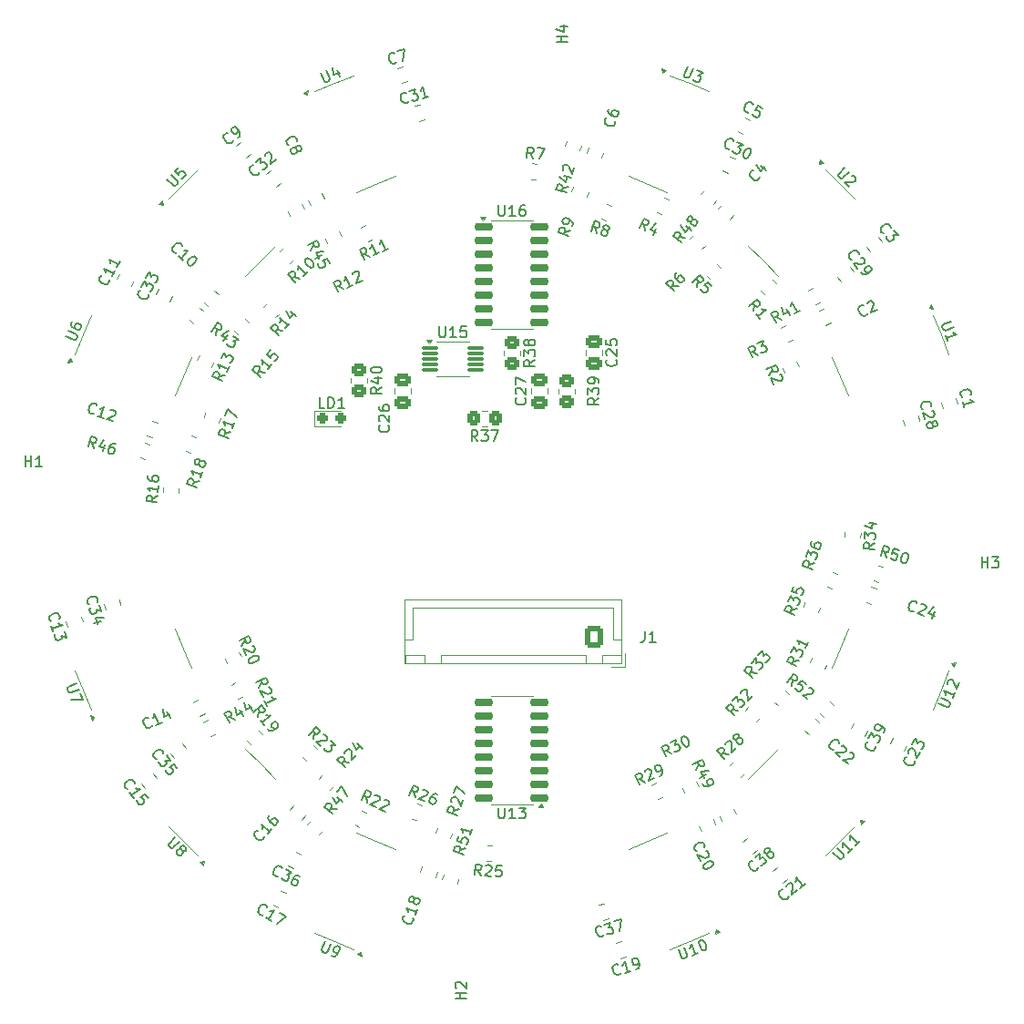
<source format=gto>
%TF.GenerationSoftware,KiCad,Pcbnew,8.0.0*%
%TF.CreationDate,2024-02-27T15:34:21-08:00*%
%TF.ProjectId,PCB,5043422e-6b69-4636-9164-5f7063625858,rev?*%
%TF.SameCoordinates,Original*%
%TF.FileFunction,Legend,Top*%
%TF.FilePolarity,Positive*%
%FSLAX46Y46*%
G04 Gerber Fmt 4.6, Leading zero omitted, Abs format (unit mm)*
G04 Created by KiCad (PCBNEW 8.0.0) date 2024-02-27 15:34:21*
%MOMM*%
%LPD*%
G01*
G04 APERTURE LIST*
G04 Aperture macros list*
%AMRoundRect*
0 Rectangle with rounded corners*
0 $1 Rounding radius*
0 $2 $3 $4 $5 $6 $7 $8 $9 X,Y pos of 4 corners*
0 Add a 4 corners polygon primitive as box body*
4,1,4,$2,$3,$4,$5,$6,$7,$8,$9,$2,$3,0*
0 Add four circle primitives for the rounded corners*
1,1,$1+$1,$2,$3*
1,1,$1+$1,$4,$5*
1,1,$1+$1,$6,$7*
1,1,$1+$1,$8,$9*
0 Add four rect primitives between the rounded corners*
20,1,$1+$1,$2,$3,$4,$5,0*
20,1,$1+$1,$4,$5,$6,$7,0*
20,1,$1+$1,$6,$7,$8,$9,0*
20,1,$1+$1,$8,$9,$2,$3,0*%
G04 Aperture macros list end*
%ADD10C,0.150000*%
%ADD11C,0.120000*%
%ADD12RoundRect,0.250000X-0.041714X0.581198X-0.562560X0.151845X0.041714X-0.581198X0.562560X-0.151845X0*%
%ADD13RoundRect,0.250000X-0.552920X0.183876X-0.355569X-0.461629X0.552920X-0.183876X0.355569X0.461629X0*%
%ADD14RoundRect,0.250000X0.260953X-0.520994X0.577847X0.074996X-0.260953X0.520994X-0.577847X-0.074996X0*%
%ADD15RoundRect,0.250000X-0.127030X-0.555755X0.507386X-0.259922X0.127030X0.555755X-0.507386X0.259922X0*%
%ADD16RoundRect,0.250000X-0.095117X-0.574877X0.511569X-0.278977X0.095117X0.574877X-0.511569X0.278977X0*%
%ADD17RoundRect,0.250000X-0.303155X0.482801X-0.542569X-0.174983X0.303155X-0.482801X0.542569X0.174983X0*%
%ADD18RoundRect,0.150000X-0.725000X-0.150000X0.725000X-0.150000X0.725000X0.150000X-0.725000X0.150000X0*%
%ADD19RoundRect,0.250000X-0.475000X0.337500X-0.475000X-0.337500X0.475000X-0.337500X0.475000X0.337500X0*%
%ADD20RoundRect,0.150000X-0.819603X0.177132X0.704798X-0.454296X0.819603X-0.177132X-0.704798X0.454296X0*%
%ADD21RoundRect,0.250000X0.557370X0.119744X0.021139X0.569696X-0.557370X-0.119744X-0.021139X-0.569696X0*%
%ADD22RoundRect,0.250000X0.132120X-0.567517X0.579388X-0.061972X-0.132120X0.567517X-0.579388X0.061972X0*%
%ADD23C,4.000000*%
%ADD24R,1.600000X1.600000*%
%ADD25C,1.600000*%
%ADD26RoundRect,0.250000X-0.554625X0.131874X-0.264340X-0.505098X0.554625X-0.131874X0.264340X0.505098X0*%
%ADD27RoundRect,0.250000X-0.132120X0.567517X-0.579388X0.061972X0.132120X-0.567517X0.579388X-0.061972X0*%
%ADD28RoundRect,0.250000X-0.378682X-0.426145X0.319819X-0.471928X0.378682X0.426145X-0.319819X0.471928X0*%
%ADD29RoundRect,0.150000X-0.704798X-0.454296X0.819603X0.177132X0.704798X0.454296X-0.819603X-0.177132X0*%
%ADD30C,4.100000*%
%ADD31C,7.400000*%
%ADD32RoundRect,0.250000X-0.520994X-0.260953X0.074996X-0.577847X0.520994X0.260953X-0.074996X0.577847X0*%
%ADD33RoundRect,0.250000X-0.450000X0.350000X-0.450000X-0.350000X0.450000X-0.350000X0.450000X0.350000X0*%
%ADD34RoundRect,0.250000X-0.574877X0.095117X-0.278977X-0.511569X0.574877X-0.095117X0.278977X0.511569X0*%
%ADD35RoundRect,0.250000X-0.555755X0.127030X-0.259922X-0.507386X0.555755X-0.127030X0.259922X0.507386X0*%
%ADD36RoundRect,0.250000X0.555755X-0.127030X0.259922X0.507386X-0.555755X0.127030X-0.259922X-0.507386X0*%
%ADD37RoundRect,0.250000X-0.102667X-0.560767X0.518241X-0.237543X0.102667X0.560767X-0.518241X0.237543X0*%
%ADD38RoundRect,0.250000X0.581198X0.041714X0.151845X0.562560X-0.581198X-0.041714X-0.151845X-0.562560X0*%
%ADD39RoundRect,0.250000X0.350000X0.450000X-0.350000X0.450000X-0.350000X-0.450000X0.350000X-0.450000X0*%
%ADD40RoundRect,0.250000X0.303155X-0.482801X0.542569X0.174983X-0.303155X0.482801X-0.542569X-0.174983X0*%
%ADD41RoundRect,0.250000X0.041714X-0.581198X0.562560X-0.151845X-0.041714X0.581198X-0.562560X0.151845X0*%
%ADD42RoundRect,0.250000X-0.119744X0.557370X-0.569696X0.021139X0.119744X-0.557370X0.569696X-0.021139X0*%
%ADD43RoundRect,0.250000X0.095117X0.574877X-0.511569X0.278977X-0.095117X-0.574877X0.511569X-0.278977X0*%
%ADD44RoundRect,0.250000X-0.485429X-0.298930X0.170242X-0.544075X0.485429X0.298930X-0.170242X0.544075X0*%
%ADD45RoundRect,0.250000X-0.567517X-0.132120X-0.061972X-0.579388X0.567517X0.132120X0.061972X0.579388X0*%
%ADD46RoundRect,0.250000X-0.323926X0.469119X-0.534420X-0.198483X0.323926X-0.469119X0.534420X0.198483X0*%
%ADD47RoundRect,0.250000X-0.581198X-0.041714X-0.151845X-0.562560X0.581198X0.041714X0.151845X0.562560X0*%
%ADD48RoundRect,0.150000X-0.454296X0.704798X0.177132X-0.819603X0.454296X-0.704798X-0.177132X0.819603X0*%
%ADD49RoundRect,0.150000X0.477297X0.689429X-0.689429X-0.477297X-0.477297X-0.689429X0.689429X0.477297X0*%
%ADD50RoundRect,0.150000X0.704798X0.454296X-0.819603X-0.177132X-0.704798X-0.454296X0.819603X0.177132X0*%
%ADD51RoundRect,0.250000X0.469119X0.323926X-0.198483X0.534420X-0.469119X-0.323926X0.198483X-0.534420X0*%
%ADD52RoundRect,0.250000X-0.562063X-0.095318X-0.045969X-0.568231X0.562063X0.095318X0.045969X0.568231X0*%
%ADD53RoundRect,0.250000X-0.183876X-0.552920X0.461629X-0.355569X0.183876X0.552920X-0.461629X0.355569X0*%
%ADD54RoundRect,0.250000X0.475000X-0.337500X0.475000X0.337500X-0.475000X0.337500X-0.475000X-0.337500X0*%
%ADD55RoundRect,0.250000X0.127030X0.555755X-0.507386X0.259922X-0.127030X-0.555755X0.507386X-0.259922X0*%
%ADD56RoundRect,0.250000X0.473757X0.339242X-0.164468X0.559001X-0.473757X-0.339242X0.164468X-0.559001X0*%
%ADD57RoundRect,0.250000X-0.298930X0.485429X-0.544075X-0.170242X0.298930X-0.485429X0.544075X0.170242X0*%
%ADD58RoundRect,0.250000X-0.260953X0.520994X-0.577847X-0.074996X0.260953X-0.520994X0.577847X0.074996X0*%
%ADD59RoundRect,0.250000X0.552920X-0.183876X0.355569X0.461629X-0.552920X0.183876X-0.355569X-0.461629X0*%
%ADD60RoundRect,0.250000X-0.095318X0.562063X-0.568231X0.045969X0.095318X-0.562063X0.568231X-0.045969X0*%
%ADD61RoundRect,0.150000X-0.689429X0.477297X0.477297X-0.689429X0.689429X-0.477297X-0.477297X0.689429X0*%
%ADD62RoundRect,0.250000X-0.426145X0.378682X-0.471928X-0.319819X0.426145X-0.378682X0.471928X0.319819X0*%
%ADD63RoundRect,0.250000X0.033562X-0.569099X0.559850X-0.107557X-0.033562X0.569099X-0.559850X0.107557X0*%
%ADD64RoundRect,0.250000X-0.557370X-0.119744X-0.021139X-0.569696X0.557370X0.119744X0.021139X0.569696X0*%
%ADD65RoundRect,0.250000X0.095318X-0.562063X0.568231X-0.045969X-0.095318X0.562063X-0.568231X0.045969X0*%
%ADD66RoundRect,0.250000X0.298930X-0.485429X0.544075X0.170242X-0.298930X0.485429X-0.544075X-0.170242X0*%
%ADD67RoundRect,0.250000X0.512935X0.248792X-0.114876X0.558394X-0.512935X-0.248792X0.114876X-0.558394X0*%
%ADD68RoundRect,0.150000X0.819603X-0.177132X-0.704798X0.454296X-0.819603X0.177132X0.704798X-0.454296X0*%
%ADD69RoundRect,0.250000X0.562063X0.095318X0.045969X0.568231X-0.562063X-0.095318X-0.045969X-0.568231X0*%
%ADD70RoundRect,0.250000X-0.473757X-0.339242X0.164468X-0.559001X0.473757X0.339242X-0.164468X0.559001X0*%
%ADD71RoundRect,0.250000X-0.033562X0.569099X-0.559850X0.107557X0.033562X-0.569099X0.559850X-0.107557X0*%
%ADD72RoundRect,0.150000X-0.477297X-0.689429X0.689429X0.477297X0.477297X0.689429X-0.689429X-0.477297X0*%
%ADD73RoundRect,0.250000X-0.482801X-0.303155X0.174983X-0.542569X0.482801X0.303155X-0.174983X0.542569X0*%
%ADD74RoundRect,0.250000X0.520994X0.260953X-0.074996X0.577847X-0.520994X-0.260953X0.074996X-0.577847X0*%
%ADD75RoundRect,0.250000X0.183876X0.552920X-0.461629X0.355569X-0.183876X-0.552920X0.461629X-0.355569X0*%
%ADD76RoundRect,0.250000X0.090410X-0.562873X0.567809X-0.050925X-0.090410X0.562873X-0.567809X0.050925X0*%
%ADD77RoundRect,0.250000X0.339242X-0.473757X0.559001X0.164468X-0.339242X0.473757X-0.559001X-0.164468X0*%
%ADD78RoundRect,0.250000X-0.339242X0.473757X-0.559001X-0.164468X0.339242X-0.473757X0.559001X0.164468X0*%
%ADD79RoundRect,0.250000X-0.248792X0.512935X-0.558394X-0.114876X0.248792X-0.512935X0.558394X0.114876X0*%
%ADD80RoundRect,0.250000X0.482801X0.303155X-0.174983X0.542569X-0.482801X-0.303155X0.174983X-0.542569X0*%
%ADD81RoundRect,0.250000X0.574877X-0.095117X0.278977X0.511569X-0.574877X0.095117X-0.278977X-0.511569X0*%
%ADD82RoundRect,0.250000X-0.512935X-0.248792X0.114876X-0.558394X0.512935X0.248792X-0.114876X0.558394X0*%
%ADD83RoundRect,0.250000X0.600000X0.725000X-0.600000X0.725000X-0.600000X-0.725000X0.600000X-0.725000X0*%
%ADD84O,1.700000X1.950000*%
%ADD85RoundRect,0.150000X0.689429X-0.477297X-0.477297X0.689429X-0.689429X0.477297X0.477297X-0.689429X0*%
%ADD86RoundRect,0.250000X-0.562873X-0.090410X-0.050925X-0.567809X0.562873X0.090410X0.050925X0.567809X0*%
%ADD87RoundRect,0.250000X-0.560767X0.102667X-0.237543X-0.518241X0.560767X-0.102667X0.237543X0.518241X0*%
%ADD88RoundRect,0.237500X-0.287500X-0.237500X0.287500X-0.237500X0.287500X0.237500X-0.287500X0.237500X0*%
%ADD89RoundRect,0.250000X0.426145X-0.378682X0.471928X0.319819X-0.426145X0.378682X-0.471928X-0.319819X0*%
%ADD90RoundRect,0.250000X0.567517X0.132120X0.061972X0.579388X-0.567517X-0.132120X-0.061972X-0.579388X0*%
%ADD91RoundRect,0.250000X-0.469119X-0.323926X0.198483X-0.534420X0.469119X0.323926X-0.198483X0.534420X0*%
%ADD92RoundRect,0.250000X0.569099X0.033562X0.107557X0.559850X-0.569099X-0.033562X-0.107557X-0.559850X0*%
%ADD93RoundRect,0.075000X-0.650000X-0.075000X0.650000X-0.075000X0.650000X0.075000X-0.650000X0.075000X0*%
%ADD94R,1.680000X1.880000*%
%ADD95RoundRect,0.250000X0.450000X-0.350000X0.450000X0.350000X-0.450000X0.350000X-0.450000X-0.350000X0*%
%ADD96RoundRect,0.150000X-0.177132X-0.819603X0.454296X0.704798X0.177132X0.819603X-0.454296X-0.704798X0*%
%ADD97RoundRect,0.250000X-0.090410X0.562873X-0.567809X0.050925X0.090410X-0.562873X0.567809X-0.050925X0*%
%ADD98RoundRect,0.250000X0.378682X0.426145X-0.319819X0.471928X-0.378682X-0.426145X0.319819X-0.471928X0*%
%ADD99RoundRect,0.250000X0.102667X0.560767X-0.518241X0.237543X-0.102667X-0.560767X0.518241X-0.237543X0*%
%ADD100RoundRect,0.150000X0.454296X-0.704798X-0.177132X0.819603X-0.454296X0.704798X0.177132X-0.819603X0*%
%ADD101RoundRect,0.250000X-0.131874X-0.554625X0.505098X-0.264340X0.131874X0.554625X-0.505098X0.264340X0*%
%ADD102RoundRect,0.250000X-0.569099X-0.033562X-0.107557X-0.559850X0.569099X0.033562X0.107557X0.559850X0*%
%ADD103RoundRect,0.150000X0.725000X0.150000X-0.725000X0.150000X-0.725000X-0.150000X0.725000X-0.150000X0*%
%ADD104RoundRect,0.150000X0.177132X0.819603X-0.454296X-0.704798X-0.177132X-0.819603X0.454296X0.704798X0*%
%ADD105RoundRect,0.250000X0.119744X-0.557370X0.569696X-0.021139X-0.119744X0.557370X-0.569696X0.021139X0*%
%ADD106RoundRect,0.250000X0.485429X0.298930X-0.170242X0.544075X-0.485429X-0.298930X0.170242X-0.544075X0*%
%ADD107RoundRect,0.250000X0.323926X-0.469119X0.534420X0.198483X-0.323926X0.469119X-0.534420X-0.198483X0*%
%ADD108RoundRect,0.250000X0.554625X-0.131874X0.264340X0.505098X-0.554625X0.131874X-0.264340X-0.505098X0*%
%ADD109RoundRect,0.250000X0.248792X-0.512935X0.558394X0.114876X-0.248792X0.512935X-0.558394X-0.114876X0*%
%ADD110RoundRect,0.250000X0.562873X0.090410X0.050925X0.567809X-0.562873X-0.090410X-0.050925X-0.567809X0*%
%ADD111RoundRect,0.250000X0.560767X-0.102667X0.237543X0.518241X-0.560767X0.102667X-0.237543X-0.518241X0*%
%ADD112RoundRect,0.250000X0.131874X0.554625X-0.505098X0.264340X-0.131874X-0.554625X0.505098X-0.264340X0*%
G04 APERTURE END LIST*
D10*
X182926070Y-123000498D02*
X182919615Y-123067532D01*
X182919615Y-123067532D02*
X182839672Y-123195144D01*
X182839672Y-123195144D02*
X182766184Y-123255723D01*
X182766184Y-123255723D02*
X182625663Y-123309847D01*
X182625663Y-123309847D02*
X182491596Y-123296938D01*
X182491596Y-123296938D02*
X182394273Y-123253740D01*
X182394273Y-123253740D02*
X182236371Y-123137053D01*
X182236371Y-123137053D02*
X182145503Y-123026821D01*
X182145503Y-123026821D02*
X182061089Y-122849555D01*
X182061089Y-122849555D02*
X182037254Y-122745778D01*
X182037254Y-122745778D02*
X182050164Y-122611711D01*
X182050164Y-122611711D02*
X182130106Y-122484099D01*
X182130106Y-122484099D02*
X182203594Y-122423520D01*
X182203594Y-122423520D02*
X182344116Y-122369395D01*
X182344116Y-122369395D02*
X182411149Y-122375850D01*
X182607779Y-122090336D02*
X183085451Y-121696573D01*
X183085451Y-121696573D02*
X183070558Y-122202551D01*
X183070558Y-122202551D02*
X183180790Y-122111683D01*
X183180790Y-122111683D02*
X183284568Y-122087848D01*
X183284568Y-122087848D02*
X183351601Y-122094303D01*
X183351601Y-122094303D02*
X183448924Y-122137501D01*
X183448924Y-122137501D02*
X183600371Y-122321222D01*
X183600371Y-122321222D02*
X183624206Y-122424999D01*
X183624206Y-122424999D02*
X183617752Y-122492033D01*
X183617752Y-122492033D02*
X183574553Y-122589355D01*
X183574553Y-122589355D02*
X183354089Y-122771092D01*
X183354089Y-122771092D02*
X183250311Y-122794927D01*
X183250311Y-122794927D02*
X183183278Y-122788472D01*
X183798984Y-121663796D02*
X183695207Y-121687631D01*
X183695207Y-121687631D02*
X183628173Y-121681176D01*
X183628173Y-121681176D02*
X183530850Y-121637978D01*
X183530850Y-121637978D02*
X183500561Y-121601234D01*
X183500561Y-121601234D02*
X183476726Y-121497456D01*
X183476726Y-121497456D02*
X183483181Y-121430423D01*
X183483181Y-121430423D02*
X183526379Y-121333100D01*
X183526379Y-121333100D02*
X183673355Y-121211942D01*
X183673355Y-121211942D02*
X183777133Y-121188107D01*
X183777133Y-121188107D02*
X183844166Y-121194562D01*
X183844166Y-121194562D02*
X183941489Y-121237760D01*
X183941489Y-121237760D02*
X183971779Y-121274504D01*
X183971779Y-121274504D02*
X183995614Y-121378282D01*
X183995614Y-121378282D02*
X183989159Y-121445315D01*
X183989159Y-121445315D02*
X183945960Y-121542638D01*
X183945960Y-121542638D02*
X183798984Y-121663796D01*
X183798984Y-121663796D02*
X183755786Y-121761119D01*
X183755786Y-121761119D02*
X183749331Y-121828152D01*
X183749331Y-121828152D02*
X183773166Y-121931930D01*
X183773166Y-121931930D02*
X183894324Y-122078906D01*
X183894324Y-122078906D02*
X183991647Y-122122105D01*
X183991647Y-122122105D02*
X184058680Y-122128559D01*
X184058680Y-122128559D02*
X184162458Y-122104724D01*
X184162458Y-122104724D02*
X184309434Y-121983567D01*
X184309434Y-121983567D02*
X184352632Y-121886244D01*
X184352632Y-121886244D02*
X184359087Y-121819210D01*
X184359087Y-121819210D02*
X184335252Y-121715433D01*
X184335252Y-121715433D02*
X184214094Y-121568457D01*
X184214094Y-121568457D02*
X184116771Y-121525258D01*
X184116771Y-121525258D02*
X184049738Y-121518803D01*
X184049738Y-121518803D02*
X183945960Y-121542638D01*
X198198268Y-80428543D02*
X198138807Y-80396928D01*
X198138807Y-80396928D02*
X198051502Y-80274235D01*
X198051502Y-80274235D02*
X198023657Y-80183158D01*
X198023657Y-80183158D02*
X198027428Y-80032621D01*
X198027428Y-80032621D02*
X198090660Y-79913699D01*
X198090660Y-79913699D02*
X198167814Y-79840316D01*
X198167814Y-79840316D02*
X198336045Y-79739088D01*
X198336045Y-79739088D02*
X198472659Y-79697321D01*
X198472659Y-79697321D02*
X198668735Y-79687169D01*
X198668735Y-79687169D02*
X198773734Y-79704862D01*
X198773734Y-79704862D02*
X198892656Y-79768094D01*
X198892656Y-79768094D02*
X198979962Y-79890787D01*
X198979962Y-79890787D02*
X199007807Y-79981863D01*
X199007807Y-79981863D02*
X199004036Y-80132401D01*
X199004036Y-80132401D02*
X198972420Y-80191862D01*
X199083799Y-80556168D02*
X199143260Y-80587784D01*
X199143260Y-80587784D02*
X199216643Y-80664938D01*
X199216643Y-80664938D02*
X199286256Y-80892630D01*
X199286256Y-80892630D02*
X199268562Y-80997629D01*
X199268562Y-80997629D02*
X199236947Y-81057090D01*
X199236947Y-81057090D02*
X199159792Y-81130473D01*
X199159792Y-81130473D02*
X199068716Y-81158318D01*
X199068716Y-81158318D02*
X198918178Y-81154547D01*
X198918178Y-81154547D02*
X198204649Y-80775157D01*
X198204649Y-80775157D02*
X198385641Y-81367155D01*
X199099170Y-81746545D02*
X199116864Y-81641546D01*
X199116864Y-81641546D02*
X199148480Y-81582085D01*
X199148480Y-81582085D02*
X199225634Y-81508702D01*
X199225634Y-81508702D02*
X199271172Y-81494780D01*
X199271172Y-81494780D02*
X199376171Y-81512473D01*
X199376171Y-81512473D02*
X199435632Y-81544089D01*
X199435632Y-81544089D02*
X199509015Y-81621243D01*
X199509015Y-81621243D02*
X199564705Y-81803396D01*
X199564705Y-81803396D02*
X199547012Y-81908395D01*
X199547012Y-81908395D02*
X199515396Y-81967856D01*
X199515396Y-81967856D02*
X199438242Y-82041239D01*
X199438242Y-82041239D02*
X199392703Y-82055162D01*
X199392703Y-82055162D02*
X199287704Y-82037468D01*
X199287704Y-82037468D02*
X199228243Y-82005853D01*
X199228243Y-82005853D02*
X199154860Y-81928698D01*
X199154860Y-81928698D02*
X199099170Y-81746545D01*
X199099170Y-81746545D02*
X199025787Y-81669391D01*
X199025787Y-81669391D02*
X198966326Y-81637775D01*
X198966326Y-81637775D02*
X198861327Y-81620082D01*
X198861327Y-81620082D02*
X198679174Y-81675772D01*
X198679174Y-81675772D02*
X198602020Y-81749155D01*
X198602020Y-81749155D02*
X198570404Y-81808616D01*
X198570404Y-81808616D02*
X198552710Y-81913615D01*
X198552710Y-81913615D02*
X198608400Y-82095768D01*
X198608400Y-82095768D02*
X198681784Y-82172922D01*
X198681784Y-82172922D02*
X198741244Y-82204538D01*
X198741244Y-82204538D02*
X198846243Y-82222231D01*
X198846243Y-82222231D02*
X199028397Y-82166542D01*
X199028397Y-82166542D02*
X199105551Y-82093158D01*
X199105551Y-82093158D02*
X199137167Y-82033698D01*
X199137167Y-82033698D02*
X199154860Y-81928698D01*
X126221702Y-69757786D02*
X126241392Y-69822187D01*
X126241392Y-69822187D02*
X126216370Y-69970678D01*
X126216370Y-69970678D02*
X126171658Y-70054768D01*
X126171658Y-70054768D02*
X126062545Y-70158548D01*
X126062545Y-70158548D02*
X125933744Y-70197926D01*
X125933744Y-70197926D02*
X125827298Y-70195260D01*
X125827298Y-70195260D02*
X125636761Y-70147882D01*
X125636761Y-70147882D02*
X125510626Y-70080814D01*
X125510626Y-70080814D02*
X125364801Y-69949346D01*
X125364801Y-69949346D02*
X125303067Y-69862589D01*
X125303067Y-69862589D02*
X125263688Y-69733788D01*
X125263688Y-69733788D02*
X125288710Y-69585296D01*
X125288710Y-69585296D02*
X125333422Y-69501206D01*
X125333422Y-69501206D02*
X125442534Y-69397427D01*
X125442534Y-69397427D02*
X125506935Y-69377737D01*
X125579336Y-69038710D02*
X125869961Y-68492123D01*
X125869961Y-68492123D02*
X126049831Y-68965285D01*
X126049831Y-68965285D02*
X126116899Y-68839150D01*
X126116899Y-68839150D02*
X126203655Y-68777416D01*
X126203655Y-68777416D02*
X126268056Y-68757726D01*
X126268056Y-68757726D02*
X126374502Y-68760393D01*
X126374502Y-68760393D02*
X126584728Y-68872172D01*
X126584728Y-68872172D02*
X126646462Y-68958928D01*
X126646462Y-68958928D02*
X126666152Y-69023329D01*
X126666152Y-69023329D02*
X126663485Y-69129775D01*
X126663485Y-69129775D02*
X126529351Y-69382046D01*
X126529351Y-69382046D02*
X126442594Y-69443781D01*
X126442594Y-69443781D02*
X126378193Y-69463470D01*
X126026451Y-68197807D02*
X126317077Y-67651221D01*
X126317077Y-67651221D02*
X126496947Y-68124383D01*
X126496947Y-68124383D02*
X126564015Y-67998248D01*
X126564015Y-67998248D02*
X126650771Y-67936513D01*
X126650771Y-67936513D02*
X126715172Y-67916824D01*
X126715172Y-67916824D02*
X126821618Y-67919490D01*
X126821618Y-67919490D02*
X127031844Y-68031269D01*
X127031844Y-68031269D02*
X127093578Y-68118026D01*
X127093578Y-68118026D02*
X127113268Y-68182427D01*
X127113268Y-68182427D02*
X127110601Y-68288873D01*
X127110601Y-68288873D02*
X126976466Y-68541144D01*
X126976466Y-68541144D02*
X126889710Y-68602878D01*
X126889710Y-68602878D02*
X126825309Y-68622567D01*
X136476110Y-106289588D02*
X136766813Y-105786238D01*
X136234614Y-105771698D02*
X137140922Y-105349079D01*
X137140922Y-105349079D02*
X137301919Y-105694340D01*
X137301919Y-105694340D02*
X137299011Y-105800779D01*
X137299011Y-105800779D02*
X137275978Y-105864061D01*
X137275978Y-105864061D02*
X137209788Y-105947468D01*
X137209788Y-105947468D02*
X137080315Y-106007842D01*
X137080315Y-106007842D02*
X136973876Y-106004934D01*
X136973876Y-106004934D02*
X136910594Y-105981901D01*
X136910594Y-105981901D02*
X136827187Y-105915711D01*
X136827187Y-105915711D02*
X136666189Y-105570451D01*
X137457100Y-106252479D02*
X137520383Y-106275512D01*
X137520383Y-106275512D02*
X137603790Y-106341702D01*
X137603790Y-106341702D02*
X137704413Y-106557490D01*
X137704413Y-106557490D02*
X137701505Y-106663930D01*
X137701505Y-106663930D02*
X137678472Y-106727212D01*
X137678472Y-106727212D02*
X137612282Y-106810619D01*
X137612282Y-106810619D02*
X137525967Y-106850868D01*
X137525967Y-106850868D02*
X137376369Y-106868084D01*
X137376369Y-106868084D02*
X136616983Y-106591690D01*
X136616983Y-106591690D02*
X136878604Y-107152738D01*
X137281097Y-108015888D02*
X137039601Y-107497998D01*
X137160349Y-107756943D02*
X138066657Y-107334325D01*
X138066657Y-107334325D02*
X137896935Y-107308384D01*
X137896935Y-107308384D02*
X137770371Y-107262318D01*
X137770371Y-107262318D02*
X137686964Y-107196128D01*
X126579833Y-109825000D02*
X126557908Y-109888674D01*
X126557908Y-109888674D02*
X126450384Y-109994098D01*
X126450384Y-109994098D02*
X126364785Y-110035848D01*
X126364785Y-110035848D02*
X126215511Y-110055673D01*
X126215511Y-110055673D02*
X126088162Y-110011823D01*
X126088162Y-110011823D02*
X126003612Y-109947098D01*
X126003612Y-109947098D02*
X125877313Y-109796774D01*
X125877313Y-109796774D02*
X125814689Y-109668375D01*
X125814689Y-109668375D02*
X125773989Y-109476302D01*
X125773989Y-109476302D02*
X125775039Y-109369827D01*
X125775039Y-109369827D02*
X125818889Y-109242478D01*
X125818889Y-109242478D02*
X125926413Y-109137054D01*
X125926413Y-109137054D02*
X126012013Y-109095304D01*
X126012013Y-109095304D02*
X126161287Y-109075480D01*
X126161287Y-109075480D02*
X126224961Y-109097405D01*
X127477577Y-109493103D02*
X126963981Y-109743601D01*
X127220779Y-109618352D02*
X126782408Y-108719558D01*
X126782408Y-108719558D02*
X126759433Y-108889707D01*
X126759433Y-108889707D02*
X126715583Y-109017056D01*
X126715583Y-109017056D02*
X126650858Y-109101605D01*
X127955725Y-108518160D02*
X128247972Y-109117356D01*
X127574728Y-108280136D02*
X127673851Y-109026506D01*
X127673851Y-109026506D02*
X128230248Y-108755134D01*
X165470386Y-63812172D02*
X164908907Y-63962536D01*
X165274946Y-64349139D02*
X164335254Y-64007119D01*
X164335254Y-64007119D02*
X164465547Y-63649141D01*
X164465547Y-63649141D02*
X164542868Y-63575933D01*
X164542868Y-63575933D02*
X164603902Y-63547472D01*
X164603902Y-63547472D02*
X164709683Y-63535298D01*
X164709683Y-63535298D02*
X164843925Y-63584158D01*
X164843925Y-63584158D02*
X164917133Y-63661479D01*
X164917133Y-63661479D02*
X164945593Y-63722513D01*
X164945593Y-63722513D02*
X164957767Y-63828294D01*
X164957767Y-63828294D02*
X164827474Y-64186272D01*
X165633253Y-63364699D02*
X165698400Y-63185710D01*
X165698400Y-63185710D02*
X165686226Y-63079929D01*
X165686226Y-63079929D02*
X165657765Y-63018895D01*
X165657765Y-63018895D02*
X165556097Y-62880540D01*
X165556097Y-62880540D02*
X165393394Y-62770646D01*
X165393394Y-62770646D02*
X165035416Y-62640353D01*
X165035416Y-62640353D02*
X164929635Y-62652527D01*
X164929635Y-62652527D02*
X164868601Y-62680987D01*
X164868601Y-62680987D02*
X164791281Y-62754195D01*
X164791281Y-62754195D02*
X164726134Y-62933184D01*
X164726134Y-62933184D02*
X164738308Y-63038966D01*
X164738308Y-63038966D02*
X164766768Y-63100000D01*
X164766768Y-63100000D02*
X164839976Y-63177320D01*
X164839976Y-63177320D02*
X165063713Y-63258754D01*
X165063713Y-63258754D02*
X165169494Y-63246580D01*
X165169494Y-63246580D02*
X165230528Y-63218119D01*
X165230528Y-63218119D02*
X165307848Y-63144911D01*
X165307848Y-63144911D02*
X165372995Y-62965922D01*
X165372995Y-62965922D02*
X165360821Y-62860141D01*
X165360821Y-62860141D02*
X165332361Y-62799107D01*
X165332361Y-62799107D02*
X165259153Y-62721786D01*
X158761905Y-61456819D02*
X158761905Y-62266342D01*
X158761905Y-62266342D02*
X158809524Y-62361580D01*
X158809524Y-62361580D02*
X158857143Y-62409200D01*
X158857143Y-62409200D02*
X158952381Y-62456819D01*
X158952381Y-62456819D02*
X159142857Y-62456819D01*
X159142857Y-62456819D02*
X159238095Y-62409200D01*
X159238095Y-62409200D02*
X159285714Y-62361580D01*
X159285714Y-62361580D02*
X159333333Y-62266342D01*
X159333333Y-62266342D02*
X159333333Y-61456819D01*
X160333333Y-62456819D02*
X159761905Y-62456819D01*
X160047619Y-62456819D02*
X160047619Y-61456819D01*
X160047619Y-61456819D02*
X159952381Y-61599676D01*
X159952381Y-61599676D02*
X159857143Y-61694914D01*
X159857143Y-61694914D02*
X159761905Y-61742533D01*
X161190476Y-61456819D02*
X161000000Y-61456819D01*
X161000000Y-61456819D02*
X160904762Y-61504438D01*
X160904762Y-61504438D02*
X160857143Y-61552057D01*
X160857143Y-61552057D02*
X160761905Y-61694914D01*
X160761905Y-61694914D02*
X160714286Y-61885390D01*
X160714286Y-61885390D02*
X160714286Y-62266342D01*
X160714286Y-62266342D02*
X160761905Y-62361580D01*
X160761905Y-62361580D02*
X160809524Y-62409200D01*
X160809524Y-62409200D02*
X160904762Y-62456819D01*
X160904762Y-62456819D02*
X161095238Y-62456819D01*
X161095238Y-62456819D02*
X161190476Y-62409200D01*
X161190476Y-62409200D02*
X161238095Y-62361580D01*
X161238095Y-62361580D02*
X161285714Y-62266342D01*
X161285714Y-62266342D02*
X161285714Y-62028247D01*
X161285714Y-62028247D02*
X161238095Y-61933009D01*
X161238095Y-61933009D02*
X161190476Y-61885390D01*
X161190476Y-61885390D02*
X161095238Y-61837771D01*
X161095238Y-61837771D02*
X160904762Y-61837771D01*
X160904762Y-61837771D02*
X160809524Y-61885390D01*
X160809524Y-61885390D02*
X160761905Y-61933009D01*
X160761905Y-61933009D02*
X160714286Y-62028247D01*
X169679580Y-75805357D02*
X169727200Y-75852976D01*
X169727200Y-75852976D02*
X169774819Y-75995833D01*
X169774819Y-75995833D02*
X169774819Y-76091071D01*
X169774819Y-76091071D02*
X169727200Y-76233928D01*
X169727200Y-76233928D02*
X169631961Y-76329166D01*
X169631961Y-76329166D02*
X169536723Y-76376785D01*
X169536723Y-76376785D02*
X169346247Y-76424404D01*
X169346247Y-76424404D02*
X169203390Y-76424404D01*
X169203390Y-76424404D02*
X169012914Y-76376785D01*
X169012914Y-76376785D02*
X168917676Y-76329166D01*
X168917676Y-76329166D02*
X168822438Y-76233928D01*
X168822438Y-76233928D02*
X168774819Y-76091071D01*
X168774819Y-76091071D02*
X168774819Y-75995833D01*
X168774819Y-75995833D02*
X168822438Y-75852976D01*
X168822438Y-75852976D02*
X168870057Y-75805357D01*
X168870057Y-75424404D02*
X168822438Y-75376785D01*
X168822438Y-75376785D02*
X168774819Y-75281547D01*
X168774819Y-75281547D02*
X168774819Y-75043452D01*
X168774819Y-75043452D02*
X168822438Y-74948214D01*
X168822438Y-74948214D02*
X168870057Y-74900595D01*
X168870057Y-74900595D02*
X168965295Y-74852976D01*
X168965295Y-74852976D02*
X169060533Y-74852976D01*
X169060533Y-74852976D02*
X169203390Y-74900595D01*
X169203390Y-74900595D02*
X169774819Y-75472023D01*
X169774819Y-75472023D02*
X169774819Y-74852976D01*
X168774819Y-73948214D02*
X168774819Y-74424404D01*
X168774819Y-74424404D02*
X169251009Y-74472023D01*
X169251009Y-74472023D02*
X169203390Y-74424404D01*
X169203390Y-74424404D02*
X169155771Y-74329166D01*
X169155771Y-74329166D02*
X169155771Y-74091071D01*
X169155771Y-74091071D02*
X169203390Y-73995833D01*
X169203390Y-73995833D02*
X169251009Y-73948214D01*
X169251009Y-73948214D02*
X169346247Y-73900595D01*
X169346247Y-73900595D02*
X169584342Y-73900595D01*
X169584342Y-73900595D02*
X169679580Y-73948214D01*
X169679580Y-73948214D02*
X169727200Y-73995833D01*
X169727200Y-73995833D02*
X169774819Y-74091071D01*
X169774819Y-74091071D02*
X169774819Y-74329166D01*
X169774819Y-74329166D02*
X169727200Y-74424404D01*
X169727200Y-74424404D02*
X169679580Y-74472023D01*
X176342793Y-48554050D02*
X176033002Y-49301952D01*
X176033002Y-49301952D02*
X176040550Y-49408164D01*
X176040550Y-49408164D02*
X176066321Y-49470381D01*
X176066321Y-49470381D02*
X176136087Y-49550821D01*
X176136087Y-49550821D02*
X176312064Y-49623713D01*
X176312064Y-49623713D02*
X176418275Y-49616165D01*
X176418275Y-49616165D02*
X176480493Y-49590394D01*
X176480493Y-49590394D02*
X176560933Y-49520628D01*
X176560933Y-49520628D02*
X176870724Y-48772726D01*
X177222678Y-48918510D02*
X177794604Y-49155409D01*
X177794604Y-49155409D02*
X177340860Y-49379802D01*
X177340860Y-49379802D02*
X177472842Y-49434471D01*
X177472842Y-49434471D02*
X177542608Y-49514912D01*
X177542608Y-49514912D02*
X177568379Y-49577129D01*
X177568379Y-49577129D02*
X177575927Y-49683340D01*
X177575927Y-49683340D02*
X177484812Y-49903312D01*
X177484812Y-49903312D02*
X177404372Y-49973077D01*
X177404372Y-49973077D02*
X177342155Y-49998849D01*
X177342155Y-49998849D02*
X177235943Y-50006397D01*
X177235943Y-50006397D02*
X176971978Y-49897059D01*
X176971978Y-49897059D02*
X176902212Y-49816618D01*
X176902212Y-49816618D02*
X176876441Y-49754401D01*
X186015191Y-106135190D02*
X186065932Y-105556145D01*
X185577452Y-105767883D02*
X186220239Y-105001839D01*
X186220239Y-105001839D02*
X186512066Y-105246710D01*
X186512066Y-105246710D02*
X186554413Y-105344406D01*
X186554413Y-105344406D02*
X186560283Y-105411494D01*
X186560283Y-105411494D02*
X186535543Y-105515059D01*
X186535543Y-105515059D02*
X186443716Y-105624494D01*
X186443716Y-105624494D02*
X186346020Y-105666842D01*
X186346020Y-105666842D02*
X186278933Y-105672711D01*
X186278933Y-105672711D02*
X186175367Y-105647972D01*
X186175367Y-105647972D02*
X185883541Y-105403100D01*
X187351067Y-105950716D02*
X186986284Y-105644626D01*
X186986284Y-105644626D02*
X186643716Y-105978801D01*
X186643716Y-105978801D02*
X186710803Y-105972931D01*
X186710803Y-105972931D02*
X186814369Y-105997671D01*
X186814369Y-105997671D02*
X186996760Y-106150715D01*
X186996760Y-106150715D02*
X187039108Y-106248412D01*
X187039108Y-106248412D02*
X187044977Y-106315499D01*
X187044977Y-106315499D02*
X187020238Y-106419064D01*
X187020238Y-106419064D02*
X186867193Y-106601456D01*
X186867193Y-106601456D02*
X186769497Y-106643804D01*
X186769497Y-106643804D02*
X186702410Y-106649673D01*
X186702410Y-106649673D02*
X186598844Y-106624933D01*
X186598844Y-106624933D02*
X186416453Y-106471889D01*
X186416453Y-106471889D02*
X186374105Y-106374193D01*
X186374105Y-106374193D02*
X186368236Y-106307105D01*
X187618154Y-106299153D02*
X187685241Y-106293283D01*
X187685241Y-106293283D02*
X187788806Y-106318023D01*
X187788806Y-106318023D02*
X187971198Y-106471068D01*
X187971198Y-106471068D02*
X188013546Y-106568764D01*
X188013546Y-106568764D02*
X188019415Y-106635851D01*
X188019415Y-106635851D02*
X187994675Y-106739417D01*
X187994675Y-106739417D02*
X187933458Y-106812373D01*
X187933458Y-106812373D02*
X187805152Y-106891199D01*
X187805152Y-106891199D02*
X187000106Y-106961632D01*
X187000106Y-106961632D02*
X187474324Y-107359548D01*
X137003340Y-120099737D02*
X137007451Y-120166955D01*
X137007451Y-120166955D02*
X136948455Y-120305502D01*
X136948455Y-120305502D02*
X136885349Y-120376831D01*
X136885349Y-120376831D02*
X136755024Y-120452271D01*
X136755024Y-120452271D02*
X136620588Y-120460493D01*
X136620588Y-120460493D02*
X136517706Y-120433051D01*
X136517706Y-120433051D02*
X136343494Y-120342503D01*
X136343494Y-120342503D02*
X136236501Y-120247843D01*
X136236501Y-120247843D02*
X136125396Y-120085965D01*
X136125396Y-120085965D02*
X136085620Y-119987193D01*
X136085620Y-119987193D02*
X136077398Y-119852758D01*
X136077398Y-119852758D02*
X136136393Y-119714211D01*
X136136393Y-119714211D02*
X136199500Y-119642881D01*
X136199500Y-119642881D02*
X136329824Y-119567441D01*
X136329824Y-119567441D02*
X136397042Y-119563330D01*
X137705735Y-119449552D02*
X137327095Y-119877527D01*
X137516415Y-119663539D02*
X136767460Y-119000919D01*
X136767460Y-119000919D02*
X136811347Y-119166909D01*
X136811347Y-119166909D02*
X136819569Y-119301344D01*
X136819569Y-119301344D02*
X136792127Y-119404227D01*
X137524740Y-118144970D02*
X137398526Y-118287628D01*
X137398526Y-118287628D02*
X137371084Y-118390511D01*
X137371084Y-118390511D02*
X137375196Y-118457729D01*
X137375196Y-118457729D02*
X137419083Y-118623718D01*
X137419083Y-118623718D02*
X137530187Y-118785596D01*
X137530187Y-118785596D02*
X137815504Y-119038022D01*
X137815504Y-119038022D02*
X137918386Y-119065464D01*
X137918386Y-119065464D02*
X137985604Y-119061353D01*
X137985604Y-119061353D02*
X138084376Y-119021577D01*
X138084376Y-119021577D02*
X138210589Y-118878919D01*
X138210589Y-118878919D02*
X138238031Y-118776037D01*
X138238031Y-118776037D02*
X138233920Y-118708819D01*
X138233920Y-118708819D02*
X138194144Y-118610048D01*
X138194144Y-118610048D02*
X138015821Y-118452281D01*
X138015821Y-118452281D02*
X137912939Y-118424839D01*
X137912939Y-118424839D02*
X137845721Y-118428950D01*
X137845721Y-118428950D02*
X137746950Y-118468726D01*
X137746950Y-118468726D02*
X137620736Y-118611384D01*
X137620736Y-118611384D02*
X137593294Y-118714266D01*
X137593294Y-118714266D02*
X137597405Y-118781484D01*
X137597405Y-118781484D02*
X137637181Y-118880256D01*
X185730310Y-125672338D02*
X185723855Y-125739372D01*
X185723855Y-125739372D02*
X185643912Y-125866984D01*
X185643912Y-125866984D02*
X185570424Y-125927563D01*
X185570424Y-125927563D02*
X185429903Y-125981687D01*
X185429903Y-125981687D02*
X185295836Y-125968778D01*
X185295836Y-125968778D02*
X185198513Y-125925580D01*
X185198513Y-125925580D02*
X185040611Y-125808893D01*
X185040611Y-125808893D02*
X184949743Y-125698661D01*
X184949743Y-125698661D02*
X184865329Y-125521395D01*
X184865329Y-125521395D02*
X184841494Y-125417618D01*
X184841494Y-125417618D02*
X184854404Y-125283551D01*
X184854404Y-125283551D02*
X184934346Y-125155939D01*
X184934346Y-125155939D02*
X185007834Y-125095360D01*
X185007834Y-125095360D02*
X185148356Y-125041235D01*
X185148356Y-125041235D02*
X185215389Y-125047690D01*
X185509341Y-124805374D02*
X185515796Y-124738341D01*
X185515796Y-124738341D02*
X185558995Y-124641018D01*
X185558995Y-124641018D02*
X185742715Y-124489571D01*
X185742715Y-124489571D02*
X185846492Y-124465736D01*
X185846492Y-124465736D02*
X185913526Y-124472191D01*
X185913526Y-124472191D02*
X186010849Y-124515389D01*
X186010849Y-124515389D02*
X186071428Y-124588877D01*
X186071428Y-124588877D02*
X186125552Y-124729399D01*
X186125552Y-124729399D02*
X186048097Y-125533800D01*
X186048097Y-125533800D02*
X186525769Y-125140038D01*
X187260650Y-124534249D02*
X186819721Y-124897722D01*
X187040186Y-124715986D02*
X186404107Y-123944361D01*
X186404107Y-123944361D02*
X186421488Y-124115172D01*
X186421488Y-124115172D02*
X186408578Y-124249239D01*
X186408578Y-124249239D02*
X186365380Y-124346562D01*
X134911392Y-102407067D02*
X135206476Y-101906273D01*
X134674425Y-101887089D02*
X135584386Y-101472396D01*
X135584386Y-101472396D02*
X135742364Y-101819048D01*
X135742364Y-101819048D02*
X135738527Y-101925458D01*
X135738527Y-101925458D02*
X135714943Y-101988537D01*
X135714943Y-101988537D02*
X135648028Y-102071363D01*
X135648028Y-102071363D02*
X135518033Y-102130605D01*
X135518033Y-102130605D02*
X135411623Y-102126768D01*
X135411623Y-102126768D02*
X135348544Y-102103183D01*
X135348544Y-102103183D02*
X135265718Y-102036268D01*
X135265718Y-102036268D02*
X135107740Y-101689616D01*
X135892669Y-102378520D02*
X135955748Y-102402104D01*
X135955748Y-102402104D02*
X136038574Y-102469020D01*
X136038574Y-102469020D02*
X136137310Y-102685677D01*
X136137310Y-102685677D02*
X136133473Y-102792088D01*
X136133473Y-102792088D02*
X136109889Y-102855166D01*
X136109889Y-102855166D02*
X136042974Y-102937992D01*
X136042974Y-102937992D02*
X135956311Y-102977487D01*
X135956311Y-102977487D02*
X135806569Y-102993397D01*
X135806569Y-102993397D02*
X135049623Y-102710387D01*
X135049623Y-102710387D02*
X135306338Y-103273697D01*
X136473014Y-103422313D02*
X136512509Y-103508976D01*
X136512509Y-103508976D02*
X136508672Y-103615386D01*
X136508672Y-103615386D02*
X136485088Y-103678465D01*
X136485088Y-103678465D02*
X136418172Y-103761291D01*
X136418172Y-103761291D02*
X136264594Y-103883611D01*
X136264594Y-103883611D02*
X136047936Y-103982348D01*
X136047936Y-103982348D02*
X135854863Y-104018006D01*
X135854863Y-104018006D02*
X135748453Y-104014169D01*
X135748453Y-104014169D02*
X135685374Y-103990585D01*
X135685374Y-103990585D02*
X135602548Y-103923669D01*
X135602548Y-103923669D02*
X135563053Y-103837006D01*
X135563053Y-103837006D02*
X135566890Y-103730596D01*
X135566890Y-103730596D02*
X135590474Y-103667517D01*
X135590474Y-103667517D02*
X135657390Y-103584691D01*
X135657390Y-103584691D02*
X135810969Y-103462370D01*
X135810969Y-103462370D02*
X136027626Y-103363634D01*
X136027626Y-103363634D02*
X136220699Y-103327976D01*
X136220699Y-103327976D02*
X136327109Y-103331813D01*
X136327109Y-103331813D02*
X136390188Y-103355397D01*
X136390188Y-103355397D02*
X136473014Y-103422313D01*
X183038873Y-58783091D02*
X183042985Y-58850309D01*
X183042985Y-58850309D02*
X182983989Y-58988856D01*
X182983989Y-58988856D02*
X182920882Y-59060185D01*
X182920882Y-59060185D02*
X182790558Y-59135625D01*
X182790558Y-59135625D02*
X182656122Y-59143847D01*
X182656122Y-59143847D02*
X182553240Y-59116405D01*
X182553240Y-59116405D02*
X182379028Y-59025857D01*
X182379028Y-59025857D02*
X182272034Y-58931197D01*
X182272034Y-58931197D02*
X182160930Y-58769319D01*
X182160930Y-58769319D02*
X182121154Y-58670547D01*
X182121154Y-58670547D02*
X182112931Y-58536112D01*
X182112931Y-58536112D02*
X182171927Y-58397565D01*
X182171927Y-58397565D02*
X182235033Y-58326236D01*
X182235033Y-58326236D02*
X182365358Y-58250795D01*
X182365358Y-58250795D02*
X182432576Y-58246684D01*
X183178859Y-57762489D02*
X183678163Y-58204235D01*
X182735776Y-57688385D02*
X183112977Y-58340008D01*
X183112977Y-58340008D02*
X183523171Y-57876368D01*
X161988408Y-57114456D02*
X161686932Y-56617484D01*
X161418202Y-57077083D02*
X161483606Y-56079224D01*
X161483606Y-56079224D02*
X161863742Y-56104140D01*
X161863742Y-56104140D02*
X161955662Y-56157886D01*
X161955662Y-56157886D02*
X162000065Y-56208517D01*
X162000065Y-56208517D02*
X162041353Y-56306666D01*
X162041353Y-56306666D02*
X162032010Y-56449217D01*
X162032010Y-56449217D02*
X161978264Y-56541137D01*
X161978264Y-56541137D02*
X161927632Y-56585539D01*
X161927632Y-56585539D02*
X161829484Y-56626828D01*
X161829484Y-56626828D02*
X161449347Y-56601912D01*
X162386430Y-56138398D02*
X163051670Y-56182000D01*
X163051670Y-56182000D02*
X162558613Y-57151829D01*
X142249389Y-49137186D02*
X142559180Y-49885089D01*
X142559180Y-49885089D02*
X142639620Y-49954854D01*
X142639620Y-49954854D02*
X142701838Y-49980626D01*
X142701838Y-49980626D02*
X142808049Y-49988174D01*
X142808049Y-49988174D02*
X142984026Y-49915282D01*
X142984026Y-49915282D02*
X143053792Y-49834841D01*
X143053792Y-49834841D02*
X143079563Y-49772624D01*
X143079563Y-49772624D02*
X143087111Y-49666413D01*
X143087111Y-49666413D02*
X142777320Y-48918510D01*
X143740772Y-48880233D02*
X143995894Y-49496152D01*
X143375016Y-48619394D02*
X143428390Y-49370423D01*
X143428390Y-49370423D02*
X144000316Y-49133523D01*
X155754819Y-135211904D02*
X154754819Y-135211904D01*
X155231009Y-135211904D02*
X155231009Y-134640476D01*
X155754819Y-134640476D02*
X154754819Y-134640476D01*
X154850057Y-134211904D02*
X154802438Y-134164285D01*
X154802438Y-134164285D02*
X154754819Y-134069047D01*
X154754819Y-134069047D02*
X154754819Y-133830952D01*
X154754819Y-133830952D02*
X154802438Y-133735714D01*
X154802438Y-133735714D02*
X154850057Y-133688095D01*
X154850057Y-133688095D02*
X154945295Y-133640476D01*
X154945295Y-133640476D02*
X155040533Y-133640476D01*
X155040533Y-133640476D02*
X155183390Y-133688095D01*
X155183390Y-133688095D02*
X155754819Y-134259523D01*
X155754819Y-134259523D02*
X155754819Y-133640476D01*
X180242212Y-56221702D02*
X180177811Y-56241392D01*
X180177811Y-56241392D02*
X180029320Y-56216370D01*
X180029320Y-56216370D02*
X179945230Y-56171658D01*
X179945230Y-56171658D02*
X179841450Y-56062545D01*
X179841450Y-56062545D02*
X179802072Y-55933744D01*
X179802072Y-55933744D02*
X179804738Y-55827298D01*
X179804738Y-55827298D02*
X179852116Y-55636761D01*
X179852116Y-55636761D02*
X179919184Y-55510626D01*
X179919184Y-55510626D02*
X180050652Y-55364801D01*
X180050652Y-55364801D02*
X180137409Y-55303067D01*
X180137409Y-55303067D02*
X180266210Y-55263688D01*
X180266210Y-55263688D02*
X180414702Y-55288710D01*
X180414702Y-55288710D02*
X180498792Y-55333422D01*
X180498792Y-55333422D02*
X180602571Y-55442534D01*
X180602571Y-55442534D02*
X180622261Y-55506935D01*
X180961288Y-55579336D02*
X181507875Y-55869961D01*
X181507875Y-55869961D02*
X181034713Y-56049831D01*
X181034713Y-56049831D02*
X181160848Y-56116899D01*
X181160848Y-56116899D02*
X181222582Y-56203655D01*
X181222582Y-56203655D02*
X181242272Y-56268056D01*
X181242272Y-56268056D02*
X181239605Y-56374502D01*
X181239605Y-56374502D02*
X181127826Y-56584728D01*
X181127826Y-56584728D02*
X181041070Y-56646462D01*
X181041070Y-56646462D02*
X180976669Y-56666152D01*
X180976669Y-56666152D02*
X180870223Y-56663485D01*
X180870223Y-56663485D02*
X180617952Y-56529351D01*
X180617952Y-56529351D02*
X180556217Y-56442594D01*
X180556217Y-56442594D02*
X180536528Y-56378193D01*
X182054461Y-56160586D02*
X182138552Y-56205298D01*
X182138552Y-56205298D02*
X182200286Y-56292054D01*
X182200286Y-56292054D02*
X182219975Y-56356455D01*
X182219975Y-56356455D02*
X182217309Y-56462901D01*
X182217309Y-56462901D02*
X182169931Y-56653438D01*
X182169931Y-56653438D02*
X182058152Y-56863663D01*
X182058152Y-56863663D02*
X181926684Y-57009488D01*
X181926684Y-57009488D02*
X181839927Y-57071222D01*
X181839927Y-57071222D02*
X181775526Y-57090912D01*
X181775526Y-57090912D02*
X181669080Y-57088245D01*
X181669080Y-57088245D02*
X181584990Y-57043534D01*
X181584990Y-57043534D02*
X181523255Y-56956777D01*
X181523255Y-56956777D02*
X181503566Y-56892376D01*
X181503566Y-56892376D02*
X181506232Y-56785930D01*
X181506232Y-56785930D02*
X181553610Y-56595394D01*
X181553610Y-56595394D02*
X181665389Y-56385168D01*
X181665389Y-56385168D02*
X181796858Y-56239344D01*
X181796858Y-56239344D02*
X181883614Y-56177609D01*
X181883614Y-56177609D02*
X181948015Y-56157920D01*
X181948015Y-56157920D02*
X182054461Y-56160586D01*
X162154819Y-75842857D02*
X161678628Y-76176190D01*
X162154819Y-76414285D02*
X161154819Y-76414285D01*
X161154819Y-76414285D02*
X161154819Y-76033333D01*
X161154819Y-76033333D02*
X161202438Y-75938095D01*
X161202438Y-75938095D02*
X161250057Y-75890476D01*
X161250057Y-75890476D02*
X161345295Y-75842857D01*
X161345295Y-75842857D02*
X161488152Y-75842857D01*
X161488152Y-75842857D02*
X161583390Y-75890476D01*
X161583390Y-75890476D02*
X161631009Y-75938095D01*
X161631009Y-75938095D02*
X161678628Y-76033333D01*
X161678628Y-76033333D02*
X161678628Y-76414285D01*
X161154819Y-75509523D02*
X161154819Y-74890476D01*
X161154819Y-74890476D02*
X161535771Y-75223809D01*
X161535771Y-75223809D02*
X161535771Y-75080952D01*
X161535771Y-75080952D02*
X161583390Y-74985714D01*
X161583390Y-74985714D02*
X161631009Y-74938095D01*
X161631009Y-74938095D02*
X161726247Y-74890476D01*
X161726247Y-74890476D02*
X161964342Y-74890476D01*
X161964342Y-74890476D02*
X162059580Y-74938095D01*
X162059580Y-74938095D02*
X162107200Y-74985714D01*
X162107200Y-74985714D02*
X162154819Y-75080952D01*
X162154819Y-75080952D02*
X162154819Y-75366666D01*
X162154819Y-75366666D02*
X162107200Y-75461904D01*
X162107200Y-75461904D02*
X162059580Y-75509523D01*
X161583390Y-74319047D02*
X161535771Y-74414285D01*
X161535771Y-74414285D02*
X161488152Y-74461904D01*
X161488152Y-74461904D02*
X161392914Y-74509523D01*
X161392914Y-74509523D02*
X161345295Y-74509523D01*
X161345295Y-74509523D02*
X161250057Y-74461904D01*
X161250057Y-74461904D02*
X161202438Y-74414285D01*
X161202438Y-74414285D02*
X161154819Y-74319047D01*
X161154819Y-74319047D02*
X161154819Y-74128571D01*
X161154819Y-74128571D02*
X161202438Y-74033333D01*
X161202438Y-74033333D02*
X161250057Y-73985714D01*
X161250057Y-73985714D02*
X161345295Y-73938095D01*
X161345295Y-73938095D02*
X161392914Y-73938095D01*
X161392914Y-73938095D02*
X161488152Y-73985714D01*
X161488152Y-73985714D02*
X161535771Y-74033333D01*
X161535771Y-74033333D02*
X161583390Y-74128571D01*
X161583390Y-74128571D02*
X161583390Y-74319047D01*
X161583390Y-74319047D02*
X161631009Y-74414285D01*
X161631009Y-74414285D02*
X161678628Y-74461904D01*
X161678628Y-74461904D02*
X161773866Y-74509523D01*
X161773866Y-74509523D02*
X161964342Y-74509523D01*
X161964342Y-74509523D02*
X162059580Y-74461904D01*
X162059580Y-74461904D02*
X162107200Y-74414285D01*
X162107200Y-74414285D02*
X162154819Y-74319047D01*
X162154819Y-74319047D02*
X162154819Y-74128571D01*
X162154819Y-74128571D02*
X162107200Y-74033333D01*
X162107200Y-74033333D02*
X162059580Y-73985714D01*
X162059580Y-73985714D02*
X161964342Y-73938095D01*
X161964342Y-73938095D02*
X161773866Y-73938095D01*
X161773866Y-73938095D02*
X161678628Y-73985714D01*
X161678628Y-73985714D02*
X161631009Y-74033333D01*
X161631009Y-74033333D02*
X161583390Y-74128571D01*
X139303749Y-55887832D02*
X139240074Y-55865907D01*
X139240074Y-55865907D02*
X139134650Y-55758383D01*
X139134650Y-55758383D02*
X139092900Y-55672783D01*
X139092900Y-55672783D02*
X139073076Y-55523509D01*
X139073076Y-55523509D02*
X139116925Y-55396160D01*
X139116925Y-55396160D02*
X139181650Y-55311611D01*
X139181650Y-55311611D02*
X139331974Y-55185312D01*
X139331974Y-55185312D02*
X139460373Y-55122687D01*
X139460373Y-55122687D02*
X139652447Y-55081988D01*
X139652447Y-55081988D02*
X139758921Y-55083038D01*
X139758921Y-55083038D02*
X139886270Y-55126888D01*
X139886270Y-55126888D02*
X139991694Y-55234412D01*
X139991694Y-55234412D02*
X140033444Y-55320011D01*
X140033444Y-55320011D02*
X140053269Y-55469285D01*
X140053269Y-55469285D02*
X140031344Y-55532960D01*
X139982244Y-56192680D02*
X139983294Y-56086206D01*
X139983294Y-56086206D02*
X140005219Y-56022531D01*
X140005219Y-56022531D02*
X140069943Y-55937982D01*
X140069943Y-55937982D02*
X140112743Y-55917107D01*
X140112743Y-55917107D02*
X140219217Y-55918157D01*
X140219217Y-55918157D02*
X140282892Y-55940082D01*
X140282892Y-55940082D02*
X140367441Y-56004807D01*
X140367441Y-56004807D02*
X140450940Y-56176006D01*
X140450940Y-56176006D02*
X140449890Y-56282480D01*
X140449890Y-56282480D02*
X140427965Y-56346155D01*
X140427965Y-56346155D02*
X140363241Y-56430704D01*
X140363241Y-56430704D02*
X140320441Y-56451579D01*
X140320441Y-56451579D02*
X140213967Y-56450529D01*
X140213967Y-56450529D02*
X140150292Y-56428604D01*
X140150292Y-56428604D02*
X140065743Y-56363879D01*
X140065743Y-56363879D02*
X139982244Y-56192680D01*
X139982244Y-56192680D02*
X139897694Y-56127956D01*
X139897694Y-56127956D02*
X139834020Y-56106031D01*
X139834020Y-56106031D02*
X139727545Y-56104981D01*
X139727545Y-56104981D02*
X139556347Y-56188480D01*
X139556347Y-56188480D02*
X139491622Y-56273029D01*
X139491622Y-56273029D02*
X139469697Y-56336704D01*
X139469697Y-56336704D02*
X139468647Y-56443178D01*
X139468647Y-56443178D02*
X139552146Y-56614377D01*
X139552146Y-56614377D02*
X139636696Y-56679102D01*
X139636696Y-56679102D02*
X139700370Y-56701026D01*
X139700370Y-56701026D02*
X139806844Y-56702077D01*
X139806844Y-56702077D02*
X139978043Y-56618577D01*
X139978043Y-56618577D02*
X140042768Y-56534028D01*
X140042768Y-56534028D02*
X140064693Y-56470353D01*
X140064693Y-56470353D02*
X140065743Y-56363879D01*
X144389588Y-69263889D02*
X143886238Y-68973186D01*
X143871698Y-69505385D02*
X143449079Y-68599077D01*
X143449079Y-68599077D02*
X143794340Y-68438080D01*
X143794340Y-68438080D02*
X143900779Y-68440988D01*
X143900779Y-68440988D02*
X143964061Y-68464021D01*
X143964061Y-68464021D02*
X144047468Y-68530211D01*
X144047468Y-68530211D02*
X144107842Y-68659684D01*
X144107842Y-68659684D02*
X144104934Y-68766123D01*
X144104934Y-68766123D02*
X144081901Y-68829405D01*
X144081901Y-68829405D02*
X144015711Y-68912812D01*
X144015711Y-68912812D02*
X143670451Y-69073810D01*
X145252738Y-68861395D02*
X144734848Y-69102891D01*
X144993793Y-68982143D02*
X144571175Y-68075835D01*
X144571175Y-68075835D02*
X144545234Y-68245557D01*
X144545234Y-68245557D02*
X144499168Y-68372122D01*
X144499168Y-68372122D02*
X144432978Y-68455529D01*
X145215629Y-67880405D02*
X145238662Y-67817123D01*
X145238662Y-67817123D02*
X145304853Y-67733716D01*
X145304853Y-67733716D02*
X145520640Y-67633092D01*
X145520640Y-67633092D02*
X145627080Y-67636001D01*
X145627080Y-67636001D02*
X145690362Y-67659033D01*
X145690362Y-67659033D02*
X145773769Y-67725224D01*
X145773769Y-67725224D02*
X145814018Y-67811539D01*
X145814018Y-67811539D02*
X145831235Y-67961136D01*
X145831235Y-67961136D02*
X145554841Y-68720522D01*
X145554841Y-68720522D02*
X146115888Y-68458902D01*
X174869588Y-112443889D02*
X174366238Y-112153186D01*
X174351698Y-112685385D02*
X173929079Y-111779077D01*
X173929079Y-111779077D02*
X174274340Y-111618080D01*
X174274340Y-111618080D02*
X174380779Y-111620988D01*
X174380779Y-111620988D02*
X174444061Y-111644021D01*
X174444061Y-111644021D02*
X174527468Y-111710211D01*
X174527468Y-111710211D02*
X174587842Y-111839684D01*
X174587842Y-111839684D02*
X174584934Y-111946123D01*
X174584934Y-111946123D02*
X174561901Y-112009405D01*
X174561901Y-112009405D02*
X174495711Y-112092812D01*
X174495711Y-112092812D02*
X174150451Y-112253810D01*
X174749072Y-111396708D02*
X175310120Y-111135087D01*
X175310120Y-111135087D02*
X175169015Y-111621220D01*
X175169015Y-111621220D02*
X175298487Y-111560846D01*
X175298487Y-111560846D02*
X175404927Y-111563754D01*
X175404927Y-111563754D02*
X175468209Y-111586787D01*
X175468209Y-111586787D02*
X175551616Y-111652978D01*
X175551616Y-111652978D02*
X175652239Y-111868765D01*
X175652239Y-111868765D02*
X175649331Y-111975205D01*
X175649331Y-111975205D02*
X175626298Y-112038487D01*
X175626298Y-112038487D02*
X175560108Y-112121894D01*
X175560108Y-112121894D02*
X175301163Y-112242642D01*
X175301163Y-112242642D02*
X175194723Y-112239734D01*
X175194723Y-112239734D02*
X175131441Y-112216701D01*
X175871168Y-110873467D02*
X175957483Y-110833217D01*
X175957483Y-110833217D02*
X176063922Y-110836125D01*
X176063922Y-110836125D02*
X176127205Y-110859158D01*
X176127205Y-110859158D02*
X176210611Y-110925348D01*
X176210611Y-110925348D02*
X176334268Y-111077854D01*
X176334268Y-111077854D02*
X176434891Y-111293641D01*
X176434891Y-111293641D02*
X176472232Y-111486396D01*
X176472232Y-111486396D02*
X176469324Y-111592836D01*
X176469324Y-111592836D02*
X176446291Y-111656118D01*
X176446291Y-111656118D02*
X176380101Y-111739525D01*
X176380101Y-111739525D02*
X176293786Y-111779774D01*
X176293786Y-111779774D02*
X176187346Y-111776866D01*
X176187346Y-111776866D02*
X176124064Y-111753833D01*
X176124064Y-111753833D02*
X176040657Y-111687643D01*
X176040657Y-111687643D02*
X175917001Y-111535138D01*
X175917001Y-111535138D02*
X175816377Y-111319350D01*
X175816377Y-111319350D02*
X175779036Y-111126595D01*
X175779036Y-111126595D02*
X175781944Y-111020156D01*
X175781944Y-111020156D02*
X175804977Y-110956873D01*
X175804977Y-110956873D02*
X175871168Y-110873467D01*
X134259790Y-109296501D02*
X133744240Y-109028031D01*
X133752927Y-109560358D02*
X133291178Y-108673347D01*
X133291178Y-108673347D02*
X133629087Y-108497443D01*
X133629087Y-108497443D02*
X133735552Y-108495705D01*
X133735552Y-108495705D02*
X133799779Y-108515956D01*
X133799779Y-108515956D02*
X133885994Y-108578445D01*
X133885994Y-108578445D02*
X133951958Y-108705161D01*
X133951958Y-108705161D02*
X133953695Y-108811626D01*
X133953695Y-108811626D02*
X133933445Y-108875853D01*
X133933445Y-108875853D02*
X133870956Y-108962067D01*
X133870956Y-108962067D02*
X133533047Y-109137972D01*
X134712253Y-108309376D02*
X135020085Y-108900717D01*
X134325156Y-108081408D02*
X134443783Y-108824927D01*
X134443783Y-108824927D02*
X134992885Y-108539082D01*
X135557025Y-107869616D02*
X135864858Y-108460956D01*
X135169928Y-107641647D02*
X135288555Y-108385166D01*
X135288555Y-108385166D02*
X135837657Y-108099322D01*
X124327660Y-115730310D02*
X124260626Y-115723855D01*
X124260626Y-115723855D02*
X124133014Y-115643912D01*
X124133014Y-115643912D02*
X124072435Y-115570424D01*
X124072435Y-115570424D02*
X124018311Y-115429903D01*
X124018311Y-115429903D02*
X124031220Y-115295836D01*
X124031220Y-115295836D02*
X124074418Y-115198513D01*
X124074418Y-115198513D02*
X124191105Y-115040611D01*
X124191105Y-115040611D02*
X124301337Y-114949743D01*
X124301337Y-114949743D02*
X124478603Y-114865329D01*
X124478603Y-114865329D02*
X124582380Y-114841494D01*
X124582380Y-114841494D02*
X124716447Y-114854404D01*
X124716447Y-114854404D02*
X124844059Y-114934346D01*
X124844059Y-114934346D02*
X124904638Y-115007834D01*
X124904638Y-115007834D02*
X124958763Y-115148356D01*
X124958763Y-115148356D02*
X124952308Y-115215389D01*
X124859960Y-116525769D02*
X124496487Y-116084841D01*
X124678224Y-116305305D02*
X125449848Y-115669227D01*
X125449848Y-115669227D02*
X125279037Y-115686607D01*
X125279037Y-115686607D02*
X125144970Y-115673698D01*
X125144970Y-115673698D02*
X125047647Y-115630499D01*
X126207084Y-116587827D02*
X125904190Y-116220387D01*
X125904190Y-116220387D02*
X125506460Y-116486538D01*
X125506460Y-116486538D02*
X125573494Y-116492992D01*
X125573494Y-116492992D02*
X125670816Y-116536191D01*
X125670816Y-116536191D02*
X125822264Y-116719911D01*
X125822264Y-116719911D02*
X125846099Y-116823688D01*
X125846099Y-116823688D02*
X125839644Y-116890722D01*
X125839644Y-116890722D02*
X125796445Y-116988045D01*
X125796445Y-116988045D02*
X125612725Y-117139492D01*
X125612725Y-117139492D02*
X125508948Y-117163327D01*
X125508948Y-117163327D02*
X125441914Y-117156872D01*
X125441914Y-117156872D02*
X125344591Y-117113674D01*
X125344591Y-117113674D02*
X125193144Y-116929953D01*
X125193144Y-116929953D02*
X125169309Y-116826176D01*
X125169309Y-116826176D02*
X125175764Y-116759143D01*
X156837142Y-83384819D02*
X156503809Y-82908628D01*
X156265714Y-83384819D02*
X156265714Y-82384819D01*
X156265714Y-82384819D02*
X156646666Y-82384819D01*
X156646666Y-82384819D02*
X156741904Y-82432438D01*
X156741904Y-82432438D02*
X156789523Y-82480057D01*
X156789523Y-82480057D02*
X156837142Y-82575295D01*
X156837142Y-82575295D02*
X156837142Y-82718152D01*
X156837142Y-82718152D02*
X156789523Y-82813390D01*
X156789523Y-82813390D02*
X156741904Y-82861009D01*
X156741904Y-82861009D02*
X156646666Y-82908628D01*
X156646666Y-82908628D02*
X156265714Y-82908628D01*
X157170476Y-82384819D02*
X157789523Y-82384819D01*
X157789523Y-82384819D02*
X157456190Y-82765771D01*
X157456190Y-82765771D02*
X157599047Y-82765771D01*
X157599047Y-82765771D02*
X157694285Y-82813390D01*
X157694285Y-82813390D02*
X157741904Y-82861009D01*
X157741904Y-82861009D02*
X157789523Y-82956247D01*
X157789523Y-82956247D02*
X157789523Y-83194342D01*
X157789523Y-83194342D02*
X157741904Y-83289580D01*
X157741904Y-83289580D02*
X157694285Y-83337200D01*
X157694285Y-83337200D02*
X157599047Y-83384819D01*
X157599047Y-83384819D02*
X157313333Y-83384819D01*
X157313333Y-83384819D02*
X157218095Y-83337200D01*
X157218095Y-83337200D02*
X157170476Y-83289580D01*
X158122857Y-82384819D02*
X158789523Y-82384819D01*
X158789523Y-82384819D02*
X158360952Y-83384819D01*
X155147519Y-117599645D02*
X154586040Y-117750009D01*
X154952079Y-118136612D02*
X154012387Y-117794592D01*
X154012387Y-117794592D02*
X154142680Y-117436614D01*
X154142680Y-117436614D02*
X154220001Y-117363406D01*
X154220001Y-117363406D02*
X154281035Y-117334945D01*
X154281035Y-117334945D02*
X154386816Y-117322771D01*
X154386816Y-117322771D02*
X154521058Y-117371632D01*
X154521058Y-117371632D02*
X154594266Y-117448952D01*
X154594266Y-117448952D02*
X154622726Y-117509986D01*
X154622726Y-117509986D02*
X154634900Y-117615767D01*
X154634900Y-117615767D02*
X154504607Y-117973745D01*
X154427615Y-116932220D02*
X154399154Y-116871186D01*
X154399154Y-116871186D02*
X154386980Y-116765405D01*
X154386980Y-116765405D02*
X154468414Y-116541669D01*
X154468414Y-116541669D02*
X154545734Y-116468461D01*
X154545734Y-116468461D02*
X154606768Y-116440000D01*
X154606768Y-116440000D02*
X154712549Y-116427826D01*
X154712549Y-116427826D02*
X154802044Y-116460399D01*
X154802044Y-116460399D02*
X154919999Y-116554007D01*
X154919999Y-116554007D02*
X155261526Y-117286414D01*
X155261526Y-117286414D02*
X155473253Y-116704700D01*
X154647567Y-116049449D02*
X154875581Y-115422987D01*
X154875581Y-115422987D02*
X155668693Y-116167732D01*
X134102483Y-55397503D02*
X134096029Y-55464536D01*
X134096029Y-55464536D02*
X134016086Y-55592149D01*
X134016086Y-55592149D02*
X133942598Y-55652727D01*
X133942598Y-55652727D02*
X133802077Y-55706852D01*
X133802077Y-55706852D02*
X133668010Y-55693943D01*
X133668010Y-55693943D02*
X133570687Y-55650744D01*
X133570687Y-55650744D02*
X133412785Y-55534057D01*
X133412785Y-55534057D02*
X133321917Y-55423825D01*
X133321917Y-55423825D02*
X133237503Y-55246560D01*
X133237503Y-55246560D02*
X133213668Y-55142782D01*
X133213668Y-55142782D02*
X133226577Y-55008715D01*
X133226577Y-55008715D02*
X133306520Y-54881103D01*
X133306520Y-54881103D02*
X133380008Y-54820524D01*
X133380008Y-54820524D02*
X133520529Y-54766400D01*
X133520529Y-54766400D02*
X133587563Y-54772854D01*
X134530503Y-55168096D02*
X134677479Y-55046939D01*
X134677479Y-55046939D02*
X134720677Y-54949616D01*
X134720677Y-54949616D02*
X134727132Y-54882582D01*
X134727132Y-54882582D02*
X134709752Y-54711771D01*
X134709752Y-54711771D02*
X134625338Y-54534506D01*
X134625338Y-54534506D02*
X134383022Y-54240554D01*
X134383022Y-54240554D02*
X134285699Y-54197355D01*
X134285699Y-54197355D02*
X134218666Y-54190900D01*
X134218666Y-54190900D02*
X134114888Y-54214735D01*
X134114888Y-54214735D02*
X133967912Y-54335893D01*
X133967912Y-54335893D02*
X133924714Y-54433216D01*
X133924714Y-54433216D02*
X133918259Y-54500249D01*
X133918259Y-54500249D02*
X133942094Y-54604027D01*
X133942094Y-54604027D02*
X134093541Y-54787747D01*
X134093541Y-54787747D02*
X134190864Y-54830946D01*
X134190864Y-54830946D02*
X134257898Y-54837400D01*
X134257898Y-54837400D02*
X134361675Y-54813565D01*
X134361675Y-54813565D02*
X134508651Y-54692408D01*
X134508651Y-54692408D02*
X134551850Y-54595085D01*
X134551850Y-54595085D02*
X134558304Y-54528051D01*
X134558304Y-54528051D02*
X134534470Y-54424274D01*
X176135190Y-64484809D02*
X175556145Y-64434068D01*
X175767883Y-64922548D02*
X175001839Y-64279761D01*
X175001839Y-64279761D02*
X175246710Y-63987934D01*
X175246710Y-63987934D02*
X175344406Y-63945587D01*
X175344406Y-63945587D02*
X175411494Y-63939717D01*
X175411494Y-63939717D02*
X175515059Y-63964457D01*
X175515059Y-63964457D02*
X175624494Y-64056284D01*
X175624494Y-64056284D02*
X175666842Y-64153980D01*
X175666842Y-64153980D02*
X175672711Y-64221067D01*
X175672711Y-64221067D02*
X175647972Y-64324633D01*
X175647972Y-64324633D02*
X175403100Y-64616459D01*
X176175455Y-63399674D02*
X176686151Y-63828199D01*
X175730584Y-63337194D02*
X176124714Y-63978720D01*
X176124714Y-63978720D02*
X176522630Y-63504502D01*
X176676937Y-62950196D02*
X176579241Y-62992543D01*
X176579241Y-62992543D02*
X176512153Y-62998413D01*
X176512153Y-62998413D02*
X176408588Y-62973673D01*
X176408588Y-62973673D02*
X176372109Y-62943064D01*
X176372109Y-62943064D02*
X176329762Y-62845368D01*
X176329762Y-62845368D02*
X176323892Y-62778281D01*
X176323892Y-62778281D02*
X176348632Y-62674715D01*
X176348632Y-62674715D02*
X176471068Y-62528802D01*
X176471068Y-62528802D02*
X176568764Y-62486454D01*
X176568764Y-62486454D02*
X176635851Y-62480585D01*
X176635851Y-62480585D02*
X176739417Y-62505325D01*
X176739417Y-62505325D02*
X176775895Y-62535933D01*
X176775895Y-62535933D02*
X176818243Y-62633630D01*
X176818243Y-62633630D02*
X176824112Y-62700717D01*
X176824112Y-62700717D02*
X176799372Y-62804282D01*
X176799372Y-62804282D02*
X176676937Y-62950196D01*
X176676937Y-62950196D02*
X176652197Y-63053761D01*
X176652197Y-63053761D02*
X176658067Y-63120848D01*
X176658067Y-63120848D02*
X176700414Y-63218545D01*
X176700414Y-63218545D02*
X176846327Y-63340980D01*
X176846327Y-63340980D02*
X176949893Y-63365720D01*
X176949893Y-63365720D02*
X177016980Y-63359851D01*
X177016980Y-63359851D02*
X177114676Y-63317503D01*
X177114676Y-63317503D02*
X177237112Y-63171590D01*
X177237112Y-63171590D02*
X177261852Y-63068024D01*
X177261852Y-63068024D02*
X177255982Y-63000937D01*
X177255982Y-63000937D02*
X177213635Y-62903241D01*
X177213635Y-62903241D02*
X177067721Y-62780805D01*
X177067721Y-62780805D02*
X176964156Y-62756065D01*
X176964156Y-62756065D02*
X176897069Y-62761935D01*
X176897069Y-62761935D02*
X176799372Y-62804282D01*
X193047831Y-71516250D02*
X193025906Y-71579925D01*
X193025906Y-71579925D02*
X192918382Y-71685349D01*
X192918382Y-71685349D02*
X192832782Y-71727099D01*
X192832782Y-71727099D02*
X192683508Y-71746923D01*
X192683508Y-71746923D02*
X192556159Y-71703074D01*
X192556159Y-71703074D02*
X192471610Y-71638349D01*
X192471610Y-71638349D02*
X192345311Y-71488025D01*
X192345311Y-71488025D02*
X192282686Y-71359626D01*
X192282686Y-71359626D02*
X192241987Y-71167552D01*
X192241987Y-71167552D02*
X192243037Y-71061078D01*
X192243037Y-71061078D02*
X192286887Y-70933729D01*
X192286887Y-70933729D02*
X192394411Y-70828305D01*
X192394411Y-70828305D02*
X192480010Y-70786555D01*
X192480010Y-70786555D02*
X192629284Y-70766730D01*
X192629284Y-70766730D02*
X192692959Y-70788655D01*
X193035357Y-70621657D02*
X193057282Y-70557982D01*
X193057282Y-70557982D02*
X193122006Y-70473433D01*
X193122006Y-70473433D02*
X193336005Y-70369059D01*
X193336005Y-70369059D02*
X193442479Y-70370109D01*
X193442479Y-70370109D02*
X193506154Y-70392034D01*
X193506154Y-70392034D02*
X193590703Y-70456758D01*
X193590703Y-70456758D02*
X193632453Y-70542358D01*
X193632453Y-70542358D02*
X193652277Y-70691632D01*
X193652277Y-70691632D02*
X193389178Y-71455726D01*
X193389178Y-71455726D02*
X193945575Y-71184353D01*
X182057986Y-52832012D02*
X181993585Y-52851701D01*
X181993585Y-52851701D02*
X181845094Y-52826679D01*
X181845094Y-52826679D02*
X181761004Y-52781967D01*
X181761004Y-52781967D02*
X181657224Y-52672855D01*
X181657224Y-52672855D02*
X181617845Y-52544053D01*
X181617845Y-52544053D02*
X181620512Y-52437607D01*
X181620512Y-52437607D02*
X181667890Y-52247070D01*
X181667890Y-52247070D02*
X181734957Y-52120935D01*
X181734957Y-52120935D02*
X181866426Y-51975110D01*
X181866426Y-51975110D02*
X181953182Y-51913376D01*
X181953182Y-51913376D02*
X182081984Y-51873997D01*
X182081984Y-51873997D02*
X182230475Y-51899020D01*
X182230475Y-51899020D02*
X182314565Y-51943731D01*
X182314565Y-51943731D02*
X182418345Y-52052844D01*
X182418345Y-52052844D02*
X182438034Y-52117245D01*
X183281603Y-52457914D02*
X182861152Y-52234356D01*
X182861152Y-52234356D02*
X182595549Y-52632452D01*
X182595549Y-52632452D02*
X182659950Y-52612762D01*
X182659950Y-52612762D02*
X182766396Y-52615429D01*
X182766396Y-52615429D02*
X182976622Y-52727208D01*
X182976622Y-52727208D02*
X183038356Y-52813965D01*
X183038356Y-52813965D02*
X183058045Y-52878365D01*
X183058045Y-52878365D02*
X183055379Y-52984812D01*
X183055379Y-52984812D02*
X182943600Y-53195037D01*
X182943600Y-53195037D02*
X182856843Y-53256772D01*
X182856843Y-53256772D02*
X182792442Y-53276461D01*
X182792442Y-53276461D02*
X182685996Y-53273794D01*
X182685996Y-53273794D02*
X182475771Y-53162016D01*
X182475771Y-53162016D02*
X182414036Y-53075259D01*
X182414036Y-53075259D02*
X182394347Y-53010858D01*
X151032797Y-116513446D02*
X150887338Y-115950675D01*
X150497556Y-116313327D02*
X150847763Y-115376655D01*
X150847763Y-115376655D02*
X151204591Y-115510067D01*
X151204591Y-115510067D02*
X151277121Y-115588024D01*
X151277121Y-115588024D02*
X151305048Y-115649304D01*
X151305048Y-115649304D02*
X151316298Y-115755187D01*
X151316298Y-115755187D02*
X151266269Y-115888997D01*
X151266269Y-115888997D02*
X151188312Y-115961528D01*
X151188312Y-115961528D02*
X151127032Y-115989455D01*
X151127032Y-115989455D02*
X151021149Y-116000705D01*
X151021149Y-116000705D02*
X150664321Y-115867293D01*
X151706479Y-115799393D02*
X151767759Y-115771466D01*
X151767759Y-115771466D02*
X151873642Y-115760215D01*
X151873642Y-115760215D02*
X152096659Y-115843598D01*
X152096659Y-115843598D02*
X152169190Y-115921555D01*
X152169190Y-115921555D02*
X152197117Y-115982835D01*
X152197117Y-115982835D02*
X152208367Y-116088718D01*
X152208367Y-116088718D02*
X152175014Y-116177925D01*
X152175014Y-116177925D02*
X152080381Y-116295059D01*
X152080381Y-116295059D02*
X151345021Y-116630181D01*
X151345021Y-116630181D02*
X151924866Y-116846976D01*
X153077935Y-116210482D02*
X152899521Y-116143776D01*
X152899521Y-116143776D02*
X152793638Y-116155026D01*
X152793638Y-116155026D02*
X152732358Y-116182953D01*
X152732358Y-116182953D02*
X152593121Y-116283410D01*
X152593121Y-116283410D02*
X152481812Y-116445147D01*
X152481812Y-116445147D02*
X152348400Y-116801975D01*
X152348400Y-116801975D02*
X152359650Y-116907858D01*
X152359650Y-116907858D02*
X152387577Y-116969138D01*
X152387577Y-116969138D02*
X152460107Y-117047095D01*
X152460107Y-117047095D02*
X152638521Y-117113801D01*
X152638521Y-117113801D02*
X152744404Y-117102551D01*
X152744404Y-117102551D02*
X152805684Y-117074624D01*
X152805684Y-117074624D02*
X152883641Y-117002093D01*
X152883641Y-117002093D02*
X152967023Y-116779076D01*
X152967023Y-116779076D02*
X152955773Y-116673193D01*
X152955773Y-116673193D02*
X152927846Y-116611913D01*
X152927846Y-116611913D02*
X152855316Y-116533956D01*
X152855316Y-116533956D02*
X152676902Y-116467250D01*
X152676902Y-116467250D02*
X152571019Y-116478501D01*
X152571019Y-116478501D02*
X152509739Y-116506427D01*
X152509739Y-116506427D02*
X152431782Y-116578958D01*
X128820262Y-65883339D02*
X128753044Y-65887450D01*
X128753044Y-65887450D02*
X128614497Y-65828454D01*
X128614497Y-65828454D02*
X128543168Y-65765348D01*
X128543168Y-65765348D02*
X128467728Y-65635023D01*
X128467728Y-65635023D02*
X128459506Y-65500587D01*
X128459506Y-65500587D02*
X128486948Y-65397705D01*
X128486948Y-65397705D02*
X128577496Y-65223493D01*
X128577496Y-65223493D02*
X128672156Y-65116500D01*
X128672156Y-65116500D02*
X128834034Y-65005395D01*
X128834034Y-65005395D02*
X128932806Y-64965619D01*
X128932806Y-64965619D02*
X129067241Y-64957397D01*
X129067241Y-64957397D02*
X129205788Y-65016392D01*
X129205788Y-65016392D02*
X129277118Y-65079499D01*
X129277118Y-65079499D02*
X129352558Y-65209823D01*
X129352558Y-65209823D02*
X129356669Y-65277041D01*
X129470447Y-66585734D02*
X129042472Y-66207094D01*
X129256460Y-66396414D02*
X129919080Y-65647459D01*
X129919080Y-65647459D02*
X129753090Y-65691346D01*
X129753090Y-65691346D02*
X129618655Y-65699568D01*
X129618655Y-65699568D02*
X129515772Y-65672126D01*
X130596706Y-66246972D02*
X130668035Y-66310079D01*
X130668035Y-66310079D02*
X130707811Y-66408850D01*
X130707811Y-66408850D02*
X130711922Y-66476068D01*
X130711922Y-66476068D02*
X130684480Y-66578950D01*
X130684480Y-66578950D02*
X130593931Y-66753162D01*
X130593931Y-66753162D02*
X130436165Y-66931485D01*
X130436165Y-66931485D02*
X130274287Y-67042590D01*
X130274287Y-67042590D02*
X130175516Y-67082365D01*
X130175516Y-67082365D02*
X130108298Y-67086477D01*
X130108298Y-67086477D02*
X130005415Y-67059035D01*
X130005415Y-67059035D02*
X129934086Y-66995928D01*
X129934086Y-66995928D02*
X129894310Y-66897157D01*
X129894310Y-66897157D02*
X129890199Y-66829939D01*
X129890199Y-66829939D02*
X129917641Y-66727056D01*
X129917641Y-66727056D02*
X130008190Y-66552845D01*
X130008190Y-66552845D02*
X130165957Y-66374522D01*
X130165957Y-66374522D02*
X130327835Y-66263417D01*
X130327835Y-66263417D02*
X130426606Y-66223641D01*
X130426606Y-66223641D02*
X130493824Y-66219530D01*
X130493824Y-66219530D02*
X130596706Y-66246972D01*
X165240457Y-59749870D02*
X164686071Y-59924582D01*
X165068625Y-60294851D02*
X164114908Y-59994145D01*
X164114908Y-59994145D02*
X164229463Y-59630825D01*
X164229463Y-59630825D02*
X164303517Y-59554314D01*
X164303517Y-59554314D02*
X164363251Y-59523218D01*
X164363251Y-59523218D02*
X164468401Y-59506442D01*
X164468401Y-59506442D02*
X164604646Y-59549399D01*
X164604646Y-59549399D02*
X164681157Y-59623453D01*
X164681157Y-59623453D02*
X164712253Y-59683188D01*
X164712253Y-59683188D02*
X164729029Y-59788337D01*
X164729029Y-59788337D02*
X164614474Y-60151658D01*
X164862394Y-58731928D02*
X165498205Y-58932398D01*
X164427476Y-58844449D02*
X165037106Y-59286314D01*
X165037106Y-59286314D02*
X165223257Y-58695918D01*
X164778512Y-58206180D02*
X164747416Y-58146446D01*
X164747416Y-58146446D02*
X164730639Y-58041296D01*
X164730639Y-58041296D02*
X164802236Y-57814221D01*
X164802236Y-57814221D02*
X164876290Y-57737710D01*
X164876290Y-57737710D02*
X164936024Y-57706614D01*
X164936024Y-57706614D02*
X165041174Y-57689838D01*
X165041174Y-57689838D02*
X165132004Y-57718476D01*
X165132004Y-57718476D02*
X165253930Y-57806849D01*
X165253930Y-57806849D02*
X165627079Y-58523662D01*
X165627079Y-58523662D02*
X165813230Y-57933266D01*
X191627761Y-66539283D02*
X191560727Y-66532828D01*
X191560727Y-66532828D02*
X191433115Y-66452885D01*
X191433115Y-66452885D02*
X191372536Y-66379397D01*
X191372536Y-66379397D02*
X191318412Y-66238876D01*
X191318412Y-66238876D02*
X191331321Y-66104809D01*
X191331321Y-66104809D02*
X191374519Y-66007486D01*
X191374519Y-66007486D02*
X191491206Y-65849584D01*
X191491206Y-65849584D02*
X191601438Y-65758716D01*
X191601438Y-65758716D02*
X191778704Y-65674302D01*
X191778704Y-65674302D02*
X191882481Y-65650467D01*
X191882481Y-65650467D02*
X192016548Y-65663377D01*
X192016548Y-65663377D02*
X192144160Y-65743319D01*
X192144160Y-65743319D02*
X192204739Y-65816807D01*
X192204739Y-65816807D02*
X192258864Y-65957329D01*
X192258864Y-65957329D02*
X192252409Y-66024362D01*
X192494725Y-66318314D02*
X192561758Y-66324769D01*
X192561758Y-66324769D02*
X192659081Y-66367968D01*
X192659081Y-66367968D02*
X192810528Y-66551688D01*
X192810528Y-66551688D02*
X192834363Y-66655465D01*
X192834363Y-66655465D02*
X192827908Y-66722499D01*
X192827908Y-66722499D02*
X192784710Y-66819822D01*
X192784710Y-66819822D02*
X192711222Y-66880401D01*
X192711222Y-66880401D02*
X192570700Y-66934525D01*
X192570700Y-66934525D02*
X191766299Y-66857070D01*
X191766299Y-66857070D02*
X192160061Y-67334742D01*
X192462956Y-67702182D02*
X192584113Y-67849159D01*
X192584113Y-67849159D02*
X192681436Y-67892357D01*
X192681436Y-67892357D02*
X192748470Y-67898812D01*
X192748470Y-67898812D02*
X192919281Y-67881432D01*
X192919281Y-67881432D02*
X193096546Y-67797018D01*
X193096546Y-67797018D02*
X193390499Y-67554702D01*
X193390499Y-67554702D02*
X193433697Y-67457379D01*
X193433697Y-67457379D02*
X193440152Y-67390346D01*
X193440152Y-67390346D02*
X193416317Y-67286568D01*
X193416317Y-67286568D02*
X193295159Y-67139592D01*
X193295159Y-67139592D02*
X193197836Y-67096394D01*
X193197836Y-67096394D02*
X193130803Y-67089939D01*
X193130803Y-67089939D02*
X193027025Y-67113774D01*
X193027025Y-67113774D02*
X192843305Y-67265221D01*
X192843305Y-67265221D02*
X192800107Y-67362544D01*
X192800107Y-67362544D02*
X192793652Y-67429577D01*
X192793652Y-67429577D02*
X192817487Y-67533355D01*
X192817487Y-67533355D02*
X192938645Y-67680331D01*
X192938645Y-67680331D02*
X193035967Y-67723530D01*
X193035967Y-67723530D02*
X193103001Y-67729984D01*
X193103001Y-67729984D02*
X193206778Y-67706149D01*
X194602495Y-64102483D02*
X194535462Y-64096029D01*
X194535462Y-64096029D02*
X194407849Y-64016086D01*
X194407849Y-64016086D02*
X194347271Y-63942598D01*
X194347271Y-63942598D02*
X194293146Y-63802077D01*
X194293146Y-63802077D02*
X194306055Y-63668010D01*
X194306055Y-63668010D02*
X194349254Y-63570687D01*
X194349254Y-63570687D02*
X194465941Y-63412785D01*
X194465941Y-63412785D02*
X194576173Y-63321917D01*
X194576173Y-63321917D02*
X194753438Y-63237503D01*
X194753438Y-63237503D02*
X194857216Y-63213668D01*
X194857216Y-63213668D02*
X194991283Y-63226577D01*
X194991283Y-63226577D02*
X195118895Y-63306520D01*
X195118895Y-63306520D02*
X195179474Y-63380008D01*
X195179474Y-63380008D02*
X195233598Y-63520529D01*
X195233598Y-63520529D02*
X195227144Y-63587563D01*
X195512658Y-63784192D02*
X195906421Y-64261865D01*
X195906421Y-64261865D02*
X195400442Y-64246972D01*
X195400442Y-64246972D02*
X195491311Y-64357204D01*
X195491311Y-64357204D02*
X195515145Y-64460981D01*
X195515145Y-64460981D02*
X195508691Y-64528015D01*
X195508691Y-64528015D02*
X195465492Y-64625338D01*
X195465492Y-64625338D02*
X195281772Y-64776785D01*
X195281772Y-64776785D02*
X195177995Y-64800620D01*
X195177995Y-64800620D02*
X195110961Y-64794165D01*
X195110961Y-64794165D02*
X195013638Y-64750967D01*
X195013638Y-64750967D02*
X194831902Y-64530503D01*
X194831902Y-64530503D02*
X194808067Y-64426725D01*
X194808067Y-64426725D02*
X194814521Y-64359692D01*
X200862812Y-72249389D02*
X200114909Y-72559180D01*
X200114909Y-72559180D02*
X200045144Y-72639620D01*
X200045144Y-72639620D02*
X200019372Y-72701838D01*
X200019372Y-72701838D02*
X200011824Y-72808049D01*
X200011824Y-72808049D02*
X200084716Y-72984026D01*
X200084716Y-72984026D02*
X200165157Y-73053792D01*
X200165157Y-73053792D02*
X200227374Y-73079563D01*
X200227374Y-73079563D02*
X200333585Y-73087111D01*
X200333585Y-73087111D02*
X201081488Y-72777320D01*
X200540292Y-74083883D02*
X200321616Y-73555951D01*
X200430954Y-73819917D02*
X201354833Y-73437234D01*
X201354833Y-73437234D02*
X201186404Y-73403914D01*
X201186404Y-73403914D02*
X201061970Y-73352372D01*
X201061970Y-73352372D02*
X200981530Y-73282606D01*
X189851731Y-121602662D02*
X190424151Y-122175081D01*
X190424151Y-122175081D02*
X190525166Y-122208753D01*
X190525166Y-122208753D02*
X190592510Y-122208753D01*
X190592510Y-122208753D02*
X190693525Y-122175081D01*
X190693525Y-122175081D02*
X190828212Y-122040394D01*
X190828212Y-122040394D02*
X190861884Y-121939379D01*
X190861884Y-121939379D02*
X190861884Y-121872036D01*
X190861884Y-121872036D02*
X190828212Y-121771020D01*
X190828212Y-121771020D02*
X190255792Y-121198601D01*
X191670006Y-121198601D02*
X191265945Y-121602662D01*
X191467975Y-121400631D02*
X190760868Y-120693524D01*
X190760868Y-120693524D02*
X190794540Y-120861883D01*
X190794540Y-120861883D02*
X190794540Y-120996570D01*
X190794540Y-120996570D02*
X190760868Y-121097585D01*
X192343441Y-120525166D02*
X191939380Y-120929227D01*
X192141410Y-120727196D02*
X191434303Y-120020089D01*
X191434303Y-120020089D02*
X191467975Y-120188448D01*
X191467975Y-120188448D02*
X191467975Y-120323135D01*
X191467975Y-120323135D02*
X191434303Y-120424150D01*
X175485587Y-130620815D02*
X175795379Y-131368718D01*
X175795379Y-131368718D02*
X175875819Y-131438483D01*
X175875819Y-131438483D02*
X175938036Y-131464255D01*
X175938036Y-131464255D02*
X176044248Y-131471803D01*
X176044248Y-131471803D02*
X176220225Y-131398911D01*
X176220225Y-131398911D02*
X176289990Y-131318470D01*
X176289990Y-131318470D02*
X176315762Y-131256253D01*
X176315762Y-131256253D02*
X176323310Y-131150042D01*
X176323310Y-131150042D02*
X176013519Y-130402139D01*
X177320081Y-130943335D02*
X176792150Y-131162011D01*
X177056116Y-131052673D02*
X176673432Y-130128794D01*
X176673432Y-130128794D02*
X176640113Y-130297223D01*
X176640113Y-130297223D02*
X176588570Y-130421657D01*
X176588570Y-130421657D02*
X176518805Y-130502097D01*
X177509323Y-129782556D02*
X177597312Y-129746110D01*
X177597312Y-129746110D02*
X177703524Y-129753659D01*
X177703524Y-129753659D02*
X177765741Y-129779430D01*
X177765741Y-129779430D02*
X177846181Y-129849195D01*
X177846181Y-129849195D02*
X177963067Y-130006949D01*
X177963067Y-130006949D02*
X178054183Y-130226921D01*
X178054183Y-130226921D02*
X178083080Y-130421121D01*
X178083080Y-130421121D02*
X178075532Y-130527332D01*
X178075532Y-130527332D02*
X178049761Y-130589550D01*
X178049761Y-130589550D02*
X177979995Y-130669990D01*
X177979995Y-130669990D02*
X177892007Y-130706436D01*
X177892007Y-130706436D02*
X177785795Y-130698888D01*
X177785795Y-130698888D02*
X177723578Y-130673116D01*
X177723578Y-130673116D02*
X177643138Y-130603351D01*
X177643138Y-130603351D02*
X177526251Y-130445597D01*
X177526251Y-130445597D02*
X177435136Y-130225626D01*
X177435136Y-130225626D02*
X177406239Y-130031426D01*
X177406239Y-130031426D02*
X177413787Y-129925214D01*
X177413787Y-129925214D02*
X177439558Y-129862997D01*
X177439558Y-129862997D02*
X177509323Y-129782556D01*
X194830129Y-94220457D02*
X194655417Y-93666071D01*
X194285148Y-94048625D02*
X194585854Y-93094908D01*
X194585854Y-93094908D02*
X194949174Y-93209463D01*
X194949174Y-93209463D02*
X195025685Y-93283517D01*
X195025685Y-93283517D02*
X195056781Y-93343251D01*
X195056781Y-93343251D02*
X195073557Y-93448401D01*
X195073557Y-93448401D02*
X195030600Y-93584646D01*
X195030600Y-93584646D02*
X194956546Y-93661157D01*
X194956546Y-93661157D02*
X194896811Y-93692253D01*
X194896811Y-93692253D02*
X194791662Y-93709029D01*
X194791662Y-93709029D02*
X194428341Y-93594474D01*
X195993722Y-93538807D02*
X195539571Y-93395614D01*
X195539571Y-93395614D02*
X195350962Y-93835446D01*
X195350962Y-93835446D02*
X195410697Y-93804350D01*
X195410697Y-93804350D02*
X195515846Y-93787574D01*
X195515846Y-93787574D02*
X195742922Y-93859170D01*
X195742922Y-93859170D02*
X195819433Y-93933224D01*
X195819433Y-93933224D02*
X195850528Y-93992958D01*
X195850528Y-93992958D02*
X195867305Y-94098108D01*
X195867305Y-94098108D02*
X195795708Y-94325183D01*
X195795708Y-94325183D02*
X195721654Y-94401694D01*
X195721654Y-94401694D02*
X195661920Y-94432790D01*
X195661920Y-94432790D02*
X195556770Y-94449566D01*
X195556770Y-94449566D02*
X195329695Y-94377970D01*
X195329695Y-94377970D02*
X195253184Y-94303916D01*
X195253184Y-94303916D02*
X195222088Y-94244182D01*
X196629533Y-93739278D02*
X196720363Y-93767917D01*
X196720363Y-93767917D02*
X196796874Y-93841970D01*
X196796874Y-93841970D02*
X196827970Y-93901705D01*
X196827970Y-93901705D02*
X196844746Y-94006854D01*
X196844746Y-94006854D02*
X196832884Y-94202834D01*
X196832884Y-94202834D02*
X196761287Y-94429909D01*
X196761287Y-94429909D02*
X196658595Y-94597251D01*
X196658595Y-94597251D02*
X196584541Y-94673761D01*
X196584541Y-94673761D02*
X196524807Y-94704857D01*
X196524807Y-94704857D02*
X196419657Y-94721634D01*
X196419657Y-94721634D02*
X196328827Y-94692995D01*
X196328827Y-94692995D02*
X196252316Y-94618941D01*
X196252316Y-94618941D02*
X196221220Y-94559207D01*
X196221220Y-94559207D02*
X196204444Y-94454057D01*
X196204444Y-94454057D02*
X196216306Y-94258078D01*
X196216306Y-94258078D02*
X196287903Y-94031002D01*
X196287903Y-94031002D02*
X196390595Y-93863661D01*
X196390595Y-93863661D02*
X196464649Y-93787150D01*
X196464649Y-93787150D02*
X196524383Y-93756054D01*
X196524383Y-93756054D02*
X196629533Y-93739278D01*
X137061019Y-76981235D02*
X136484738Y-76905284D01*
X136674968Y-77402536D02*
X135937690Y-76726946D01*
X135937690Y-76726946D02*
X136195058Y-76446078D01*
X136195058Y-76446078D02*
X136294508Y-76408032D01*
X136294508Y-76408032D02*
X136361788Y-76405095D01*
X136361788Y-76405095D02*
X136464176Y-76434328D01*
X136464176Y-76434328D02*
X136569501Y-76530841D01*
X136569501Y-76530841D02*
X136607547Y-76630292D01*
X136607547Y-76630292D02*
X136610484Y-76697571D01*
X136610484Y-76697571D02*
X136581251Y-76799959D01*
X136581251Y-76799959D02*
X136323883Y-77080827D01*
X137704438Y-76279066D02*
X137318387Y-76700367D01*
X137511413Y-76489717D02*
X136774135Y-75814126D01*
X136774135Y-75814126D02*
X136815119Y-75980856D01*
X136815119Y-75980856D02*
X136820994Y-76115415D01*
X136820994Y-76115415D02*
X136791760Y-76217803D01*
X137578409Y-74936415D02*
X137256700Y-75287500D01*
X137256700Y-75287500D02*
X137575613Y-75644318D01*
X137575613Y-75644318D02*
X137572676Y-75577038D01*
X137572676Y-75577038D02*
X137601909Y-75474651D01*
X137601909Y-75474651D02*
X137762764Y-75299108D01*
X137762764Y-75299108D02*
X137862215Y-75261062D01*
X137862215Y-75261062D02*
X137929494Y-75258125D01*
X137929494Y-75258125D02*
X138031882Y-75287358D01*
X138031882Y-75287358D02*
X138207424Y-75448213D01*
X138207424Y-75448213D02*
X138245470Y-75547664D01*
X138245470Y-75547664D02*
X138248407Y-75614943D01*
X138248407Y-75614943D02*
X138219174Y-75717331D01*
X138219174Y-75717331D02*
X138058319Y-75892873D01*
X138058319Y-75892873D02*
X137958869Y-75930919D01*
X137958869Y-75930919D02*
X137891589Y-75933856D01*
X149315616Y-48120911D02*
X149284000Y-48180372D01*
X149284000Y-48180372D02*
X149161308Y-48267677D01*
X149161308Y-48267677D02*
X149070231Y-48295522D01*
X149070231Y-48295522D02*
X148919694Y-48291751D01*
X148919694Y-48291751D02*
X148800772Y-48228520D01*
X148800772Y-48228520D02*
X148727389Y-48151366D01*
X148727389Y-48151366D02*
X148626161Y-47983135D01*
X148626161Y-47983135D02*
X148584393Y-47846520D01*
X148584393Y-47846520D02*
X148574242Y-47650444D01*
X148574242Y-47650444D02*
X148591935Y-47545445D01*
X148591935Y-47545445D02*
X148655167Y-47426523D01*
X148655167Y-47426523D02*
X148777859Y-47339218D01*
X148777859Y-47339218D02*
X148868936Y-47311373D01*
X148868936Y-47311373D02*
X149019473Y-47315144D01*
X149019473Y-47315144D02*
X149078934Y-47346759D01*
X149369858Y-47158226D02*
X150007394Y-46963311D01*
X150007394Y-46963311D02*
X149889921Y-48044918D01*
X161239580Y-79382857D02*
X161287200Y-79430476D01*
X161287200Y-79430476D02*
X161334819Y-79573333D01*
X161334819Y-79573333D02*
X161334819Y-79668571D01*
X161334819Y-79668571D02*
X161287200Y-79811428D01*
X161287200Y-79811428D02*
X161191961Y-79906666D01*
X161191961Y-79906666D02*
X161096723Y-79954285D01*
X161096723Y-79954285D02*
X160906247Y-80001904D01*
X160906247Y-80001904D02*
X160763390Y-80001904D01*
X160763390Y-80001904D02*
X160572914Y-79954285D01*
X160572914Y-79954285D02*
X160477676Y-79906666D01*
X160477676Y-79906666D02*
X160382438Y-79811428D01*
X160382438Y-79811428D02*
X160334819Y-79668571D01*
X160334819Y-79668571D02*
X160334819Y-79573333D01*
X160334819Y-79573333D02*
X160382438Y-79430476D01*
X160382438Y-79430476D02*
X160430057Y-79382857D01*
X160430057Y-79001904D02*
X160382438Y-78954285D01*
X160382438Y-78954285D02*
X160334819Y-78859047D01*
X160334819Y-78859047D02*
X160334819Y-78620952D01*
X160334819Y-78620952D02*
X160382438Y-78525714D01*
X160382438Y-78525714D02*
X160430057Y-78478095D01*
X160430057Y-78478095D02*
X160525295Y-78430476D01*
X160525295Y-78430476D02*
X160620533Y-78430476D01*
X160620533Y-78430476D02*
X160763390Y-78478095D01*
X160763390Y-78478095D02*
X161334819Y-79049523D01*
X161334819Y-79049523D02*
X161334819Y-78430476D01*
X160334819Y-78097142D02*
X160334819Y-77430476D01*
X160334819Y-77430476D02*
X161334819Y-77859047D01*
X147922319Y-78382857D02*
X147446128Y-78716190D01*
X147922319Y-78954285D02*
X146922319Y-78954285D01*
X146922319Y-78954285D02*
X146922319Y-78573333D01*
X146922319Y-78573333D02*
X146969938Y-78478095D01*
X146969938Y-78478095D02*
X147017557Y-78430476D01*
X147017557Y-78430476D02*
X147112795Y-78382857D01*
X147112795Y-78382857D02*
X147255652Y-78382857D01*
X147255652Y-78382857D02*
X147350890Y-78430476D01*
X147350890Y-78430476D02*
X147398509Y-78478095D01*
X147398509Y-78478095D02*
X147446128Y-78573333D01*
X147446128Y-78573333D02*
X147446128Y-78954285D01*
X147255652Y-77525714D02*
X147922319Y-77525714D01*
X146874700Y-77763809D02*
X147588985Y-78001904D01*
X147588985Y-78001904D02*
X147588985Y-77382857D01*
X146922319Y-76811428D02*
X146922319Y-76716190D01*
X146922319Y-76716190D02*
X146969938Y-76620952D01*
X146969938Y-76620952D02*
X147017557Y-76573333D01*
X147017557Y-76573333D02*
X147112795Y-76525714D01*
X147112795Y-76525714D02*
X147303271Y-76478095D01*
X147303271Y-76478095D02*
X147541366Y-76478095D01*
X147541366Y-76478095D02*
X147731842Y-76525714D01*
X147731842Y-76525714D02*
X147827080Y-76573333D01*
X147827080Y-76573333D02*
X147874700Y-76620952D01*
X147874700Y-76620952D02*
X147922319Y-76716190D01*
X147922319Y-76716190D02*
X147922319Y-76811428D01*
X147922319Y-76811428D02*
X147874700Y-76906666D01*
X147874700Y-76906666D02*
X147827080Y-76954285D01*
X147827080Y-76954285D02*
X147731842Y-77001904D01*
X147731842Y-77001904D02*
X147541366Y-77049523D01*
X147541366Y-77049523D02*
X147303271Y-77049523D01*
X147303271Y-77049523D02*
X147112795Y-77001904D01*
X147112795Y-77001904D02*
X147017557Y-76954285D01*
X147017557Y-76954285D02*
X146969938Y-76906666D01*
X146969938Y-76906666D02*
X146922319Y-76811428D01*
X182921163Y-75377452D02*
X182417814Y-75086749D01*
X182403273Y-75618948D02*
X181980655Y-74712640D01*
X181980655Y-74712640D02*
X182325915Y-74551643D01*
X182325915Y-74551643D02*
X182432355Y-74554551D01*
X182432355Y-74554551D02*
X182495637Y-74577584D01*
X182495637Y-74577584D02*
X182579044Y-74643774D01*
X182579044Y-74643774D02*
X182639418Y-74773247D01*
X182639418Y-74773247D02*
X182636510Y-74879686D01*
X182636510Y-74879686D02*
X182613477Y-74942968D01*
X182613477Y-74942968D02*
X182547287Y-75026375D01*
X182547287Y-75026375D02*
X182202027Y-75187373D01*
X182800648Y-74330271D02*
X183361695Y-74068650D01*
X183361695Y-74068650D02*
X183220590Y-74554783D01*
X183220590Y-74554783D02*
X183350063Y-74494409D01*
X183350063Y-74494409D02*
X183456503Y-74497317D01*
X183456503Y-74497317D02*
X183519785Y-74520350D01*
X183519785Y-74520350D02*
X183603192Y-74586541D01*
X183603192Y-74586541D02*
X183703815Y-74802328D01*
X183703815Y-74802328D02*
X183700907Y-74908768D01*
X183700907Y-74908768D02*
X183677874Y-74972050D01*
X183677874Y-74972050D02*
X183611684Y-75055457D01*
X183611684Y-75055457D02*
X183352739Y-75176205D01*
X183352739Y-75176205D02*
X183246299Y-75173297D01*
X183246299Y-75173297D02*
X183183017Y-75150264D01*
X197395097Y-99190696D02*
X197334569Y-99220218D01*
X197334569Y-99220218D02*
X197183992Y-99218733D01*
X197183992Y-99218733D02*
X197093942Y-99187726D01*
X197093942Y-99187726D02*
X196974371Y-99096192D01*
X196974371Y-99096192D02*
X196915329Y-98975136D01*
X196915329Y-98975136D02*
X196901310Y-98869583D01*
X196901310Y-98869583D02*
X196918299Y-98673981D01*
X196918299Y-98673981D02*
X196964808Y-98538907D01*
X196964808Y-98538907D02*
X197071846Y-98374311D01*
X197071846Y-98374311D02*
X197147877Y-98299765D01*
X197147877Y-98299765D02*
X197268933Y-98240722D01*
X197268933Y-98240722D02*
X197419510Y-98242207D01*
X197419510Y-98242207D02*
X197509560Y-98273214D01*
X197509560Y-98273214D02*
X197629131Y-98364748D01*
X197629131Y-98364748D02*
X197658652Y-98425276D01*
X198018850Y-98549302D02*
X198079378Y-98519781D01*
X198079378Y-98519781D02*
X198184930Y-98505763D01*
X198184930Y-98505763D02*
X198410054Y-98583279D01*
X198410054Y-98583279D02*
X198484600Y-98659310D01*
X198484600Y-98659310D02*
X198514121Y-98719838D01*
X198514121Y-98719838D02*
X198528140Y-98825391D01*
X198528140Y-98825391D02*
X198497133Y-98915440D01*
X198497133Y-98915440D02*
X198405599Y-99035011D01*
X198405599Y-99035011D02*
X197679263Y-99389268D01*
X197679263Y-99389268D02*
X198264584Y-99590810D01*
X199292074Y-99239523D02*
X199075029Y-99869869D01*
X199190977Y-98801809D02*
X198733305Y-99399664D01*
X198733305Y-99399664D02*
X199318626Y-99601206D01*
X133888319Y-82555652D02*
X133325548Y-82701111D01*
X133688200Y-83090893D02*
X132751528Y-82740686D01*
X132751528Y-82740686D02*
X132884940Y-82383858D01*
X132884940Y-82383858D02*
X132962897Y-82311328D01*
X132962897Y-82311328D02*
X133024177Y-82283401D01*
X133024177Y-82283401D02*
X133130060Y-82272151D01*
X133130060Y-82272151D02*
X133263870Y-82322180D01*
X133263870Y-82322180D02*
X133336401Y-82400137D01*
X133336401Y-82400137D02*
X133364328Y-82461417D01*
X133364328Y-82461417D02*
X133375578Y-82567300D01*
X133375578Y-82567300D02*
X133242166Y-82924128D01*
X134221849Y-81663583D02*
X134021731Y-82198824D01*
X134121790Y-81931204D02*
X133185118Y-81580996D01*
X133185118Y-81580996D02*
X133285575Y-81720233D01*
X133285575Y-81720233D02*
X133341429Y-81842793D01*
X133341429Y-81842793D02*
X133352679Y-81948676D01*
X133401913Y-81001152D02*
X133635385Y-80376704D01*
X133635385Y-80376704D02*
X134421968Y-81128342D01*
X197422920Y-113110379D02*
X197442610Y-113174780D01*
X197442610Y-113174780D02*
X197417588Y-113323271D01*
X197417588Y-113323271D02*
X197372876Y-113407361D01*
X197372876Y-113407361D02*
X197263763Y-113511141D01*
X197263763Y-113511141D02*
X197134962Y-113550519D01*
X197134962Y-113550519D02*
X197028516Y-113547853D01*
X197028516Y-113547853D02*
X196837979Y-113500475D01*
X196837979Y-113500475D02*
X196711844Y-113433407D01*
X196711844Y-113433407D02*
X196566019Y-113301939D01*
X196566019Y-113301939D02*
X196504285Y-113215182D01*
X196504285Y-113215182D02*
X196464906Y-113086381D01*
X196464906Y-113086381D02*
X196489928Y-112937889D01*
X196489928Y-112937889D02*
X196534640Y-112853799D01*
X196534640Y-112853799D02*
X196643752Y-112750020D01*
X196643752Y-112750020D02*
X196708153Y-112730330D01*
X196887000Y-112393969D02*
X196867310Y-112329568D01*
X196867310Y-112329568D02*
X196869977Y-112223122D01*
X196869977Y-112223122D02*
X196981756Y-112012897D01*
X196981756Y-112012897D02*
X197068512Y-111951162D01*
X197068512Y-111951162D02*
X197132913Y-111931473D01*
X197132913Y-111931473D02*
X197239359Y-111934139D01*
X197239359Y-111934139D02*
X197323450Y-111978851D01*
X197323450Y-111978851D02*
X197427229Y-112087964D01*
X197427229Y-112087964D02*
X197663501Y-112860774D01*
X197663501Y-112860774D02*
X197954126Y-112314188D01*
X197227669Y-111550400D02*
X197518295Y-111003814D01*
X197518295Y-111003814D02*
X197698165Y-111476976D01*
X197698165Y-111476976D02*
X197765233Y-111350841D01*
X197765233Y-111350841D02*
X197851989Y-111289106D01*
X197851989Y-111289106D02*
X197916390Y-111269417D01*
X197916390Y-111269417D02*
X198022836Y-111272083D01*
X198022836Y-111272083D02*
X198233062Y-111383862D01*
X198233062Y-111383862D02*
X198294796Y-111470619D01*
X198294796Y-111470619D02*
X198314486Y-111535020D01*
X198314486Y-111535020D02*
X198311819Y-111641466D01*
X198311819Y-111641466D02*
X198177684Y-111893737D01*
X198177684Y-111893737D02*
X198090928Y-111955471D01*
X198090928Y-111955471D02*
X198026527Y-111975160D01*
X117196491Y-100120493D02*
X117137030Y-100088878D01*
X117137030Y-100088878D02*
X117049725Y-99966185D01*
X117049725Y-99966185D02*
X117021880Y-99875108D01*
X117021880Y-99875108D02*
X117025651Y-99724571D01*
X117025651Y-99724571D02*
X117088883Y-99605649D01*
X117088883Y-99605649D02*
X117166037Y-99532266D01*
X117166037Y-99532266D02*
X117334268Y-99431038D01*
X117334268Y-99431038D02*
X117470882Y-99389271D01*
X117470882Y-99389271D02*
X117666958Y-99379119D01*
X117666958Y-99379119D02*
X117771957Y-99396812D01*
X117771957Y-99396812D02*
X117890879Y-99460044D01*
X117890879Y-99460044D02*
X117978185Y-99582737D01*
X117978185Y-99582737D02*
X118006030Y-99673813D01*
X118006030Y-99673813D02*
X118002259Y-99824351D01*
X118002259Y-99824351D02*
X117970643Y-99883812D01*
X117383864Y-101059105D02*
X117216794Y-100512645D01*
X117300329Y-100785875D02*
X118256634Y-100493503D01*
X118256634Y-100493503D02*
X118092174Y-100444194D01*
X118092174Y-100444194D02*
X117973252Y-100380962D01*
X117973252Y-100380962D02*
X117899869Y-100303808D01*
X118437626Y-101085501D02*
X118618618Y-101677500D01*
X118618618Y-101677500D02*
X118156854Y-101470111D01*
X118156854Y-101470111D02*
X118198621Y-101606726D01*
X118198621Y-101606726D02*
X118180928Y-101711725D01*
X118180928Y-101711725D02*
X118149312Y-101771186D01*
X118149312Y-101771186D02*
X118072158Y-101844569D01*
X118072158Y-101844569D02*
X117844466Y-101914181D01*
X117844466Y-101914181D02*
X117739467Y-101896488D01*
X117739467Y-101896488D02*
X117680007Y-101864872D01*
X117680007Y-101864872D02*
X117606623Y-101787718D01*
X117606623Y-101787718D02*
X117523089Y-101514488D01*
X117523089Y-101514488D02*
X117540782Y-101409489D01*
X117540782Y-101409489D02*
X117572398Y-101350028D01*
X175482729Y-69010150D02*
X174906448Y-68934199D01*
X175096678Y-69431451D02*
X174359400Y-68755861D01*
X174359400Y-68755861D02*
X174616768Y-68474994D01*
X174616768Y-68474994D02*
X174716218Y-68436948D01*
X174716218Y-68436948D02*
X174783498Y-68434010D01*
X174783498Y-68434010D02*
X174885886Y-68463244D01*
X174885886Y-68463244D02*
X174991211Y-68559757D01*
X174991211Y-68559757D02*
X175029257Y-68659207D01*
X175029257Y-68659207D02*
X175032194Y-68726486D01*
X175032194Y-68726486D02*
X175002961Y-68828874D01*
X175002961Y-68828874D02*
X174745593Y-69109742D01*
X175324529Y-67702608D02*
X175195845Y-67843042D01*
X175195845Y-67843042D02*
X175166612Y-67945429D01*
X175166612Y-67945429D02*
X175169549Y-68012709D01*
X175169549Y-68012709D02*
X175210533Y-68179439D01*
X175210533Y-68179439D02*
X175318796Y-68343231D01*
X175318796Y-68343231D02*
X175599663Y-68600599D01*
X175599663Y-68600599D02*
X175702051Y-68629832D01*
X175702051Y-68629832D02*
X175769330Y-68626895D01*
X175769330Y-68626895D02*
X175868781Y-68588849D01*
X175868781Y-68588849D02*
X175997465Y-68448415D01*
X175997465Y-68448415D02*
X176026698Y-68346027D01*
X176026698Y-68346027D02*
X176023761Y-68278748D01*
X176023761Y-68278748D02*
X175985715Y-68179297D01*
X175985715Y-68179297D02*
X175810172Y-68018442D01*
X175810172Y-68018442D02*
X175707785Y-67989209D01*
X175707785Y-67989209D02*
X175640505Y-67992146D01*
X175640505Y-67992146D02*
X175541055Y-68030192D01*
X175541055Y-68030192D02*
X175412371Y-68170626D01*
X175412371Y-68170626D02*
X175383138Y-68273014D01*
X175383138Y-68273014D02*
X175386075Y-68340293D01*
X175386075Y-68340293D02*
X175424121Y-68439744D01*
X190959451Y-57963051D02*
X190387031Y-58535471D01*
X190387031Y-58535471D02*
X190353359Y-58636486D01*
X190353359Y-58636486D02*
X190353359Y-58703830D01*
X190353359Y-58703830D02*
X190387031Y-58804845D01*
X190387031Y-58804845D02*
X190521718Y-58939532D01*
X190521718Y-58939532D02*
X190622733Y-58973204D01*
X190622733Y-58973204D02*
X190690077Y-58973204D01*
X190690077Y-58973204D02*
X190791092Y-58939532D01*
X190791092Y-58939532D02*
X191363512Y-58367112D01*
X191599214Y-58737502D02*
X191666557Y-58737502D01*
X191666557Y-58737502D02*
X191767573Y-58771173D01*
X191767573Y-58771173D02*
X191935931Y-58939532D01*
X191935931Y-58939532D02*
X191969603Y-59040547D01*
X191969603Y-59040547D02*
X191969603Y-59107891D01*
X191969603Y-59107891D02*
X191935931Y-59208906D01*
X191935931Y-59208906D02*
X191868588Y-59276250D01*
X191868588Y-59276250D02*
X191733901Y-59343593D01*
X191733901Y-59343593D02*
X190925779Y-59343593D01*
X190925779Y-59343593D02*
X191363512Y-59781326D01*
X193740287Y-92855691D02*
X193243315Y-93157166D01*
X193702914Y-93425896D02*
X192705055Y-93360493D01*
X192705055Y-93360493D02*
X192729970Y-92980356D01*
X192729970Y-92980356D02*
X192783716Y-92888436D01*
X192783716Y-92888436D02*
X192834348Y-92844034D01*
X192834348Y-92844034D02*
X192932496Y-92802745D01*
X192932496Y-92802745D02*
X193075048Y-92812089D01*
X193075048Y-92812089D02*
X193166967Y-92865835D01*
X193166967Y-92865835D02*
X193211370Y-92916466D01*
X193211370Y-92916466D02*
X193252658Y-93014615D01*
X193252658Y-93014615D02*
X193227743Y-93394752D01*
X192764229Y-92457668D02*
X192804717Y-91839946D01*
X192804717Y-91839946D02*
X193163052Y-92197481D01*
X193163052Y-92197481D02*
X193172396Y-92054930D01*
X193172396Y-92054930D02*
X193226142Y-91963010D01*
X193226142Y-91963010D02*
X193276773Y-91918607D01*
X193276773Y-91918607D02*
X193374922Y-91877319D01*
X193374922Y-91877319D02*
X193612507Y-91892891D01*
X193612507Y-91892891D02*
X193704427Y-91946637D01*
X193704427Y-91946637D02*
X193748830Y-91997269D01*
X193748830Y-91997269D02*
X193790118Y-92095417D01*
X193790118Y-92095417D02*
X193771431Y-92380520D01*
X193771431Y-92380520D02*
X193717685Y-92472440D01*
X193717685Y-92472440D02*
X193667054Y-92516842D01*
X193193396Y-91006439D02*
X193858635Y-91050041D01*
X192797687Y-91219109D02*
X193494871Y-91503411D01*
X193494871Y-91503411D02*
X193535359Y-90885689D01*
X140316557Y-68265816D02*
X139751969Y-68127579D01*
X139886934Y-68642585D02*
X139227588Y-67890745D01*
X139227588Y-67890745D02*
X139514004Y-67639566D01*
X139514004Y-67639566D02*
X139617005Y-67612573D01*
X139617005Y-67612573D02*
X139684204Y-67616977D01*
X139684204Y-67616977D02*
X139782801Y-67657184D01*
X139782801Y-67657184D02*
X139876993Y-67764589D01*
X139876993Y-67764589D02*
X139903986Y-67867590D01*
X139903986Y-67867590D02*
X139899582Y-67934790D01*
X139899582Y-67934790D02*
X139859375Y-68033386D01*
X139859375Y-68033386D02*
X139572960Y-68284566D01*
X141032595Y-67637867D02*
X140602972Y-68014636D01*
X140817783Y-67826252D02*
X140158438Y-67074412D01*
X140158438Y-67074412D02*
X140181026Y-67244613D01*
X140181026Y-67244613D02*
X140172217Y-67379011D01*
X140172217Y-67379011D02*
X140132011Y-67477608D01*
X140838674Y-66477861D02*
X140910277Y-66415066D01*
X140910277Y-66415066D02*
X141013279Y-66388073D01*
X141013279Y-66388073D02*
X141080478Y-66392478D01*
X141080478Y-66392478D02*
X141179075Y-66432684D01*
X141179075Y-66432684D02*
X141340466Y-66544494D01*
X141340466Y-66544494D02*
X141497453Y-66723504D01*
X141497453Y-66723504D02*
X141587241Y-66898109D01*
X141587241Y-66898109D02*
X141614234Y-67001110D01*
X141614234Y-67001110D02*
X141609830Y-67068309D01*
X141609830Y-67068309D02*
X141569623Y-67166906D01*
X141569623Y-67166906D02*
X141498019Y-67229701D01*
X141498019Y-67229701D02*
X141395018Y-67256694D01*
X141395018Y-67256694D02*
X141327819Y-67252289D01*
X141327819Y-67252289D02*
X141229222Y-67212083D01*
X141229222Y-67212083D02*
X141067831Y-67100273D01*
X141067831Y-67100273D02*
X140910844Y-66921263D01*
X140910844Y-66921263D02*
X140821056Y-66746658D01*
X140821056Y-66746658D02*
X140794063Y-66643657D01*
X140794063Y-66643657D02*
X140798467Y-66576458D01*
X140798467Y-66576458D02*
X140838674Y-66477861D01*
X132515190Y-73535190D02*
X132565931Y-72956145D01*
X132077451Y-73167883D02*
X132720238Y-72401839D01*
X132720238Y-72401839D02*
X133012065Y-72646710D01*
X133012065Y-72646710D02*
X133054412Y-72744406D01*
X133054412Y-72744406D02*
X133060282Y-72811494D01*
X133060282Y-72811494D02*
X133035542Y-72915059D01*
X133035542Y-72915059D02*
X132943715Y-73024494D01*
X132943715Y-73024494D02*
X132846019Y-73066842D01*
X132846019Y-73066842D02*
X132778932Y-73072711D01*
X132778932Y-73072711D02*
X132675366Y-73047972D01*
X132675366Y-73047972D02*
X132383540Y-72803100D01*
X133600325Y-73575455D02*
X133171800Y-74086151D01*
X133662805Y-73130584D02*
X133021279Y-73524714D01*
X133021279Y-73524714D02*
X133495497Y-73922630D01*
X134142892Y-73595587D02*
X134617110Y-73993503D01*
X134617110Y-73993503D02*
X134116891Y-74071067D01*
X134116891Y-74071067D02*
X134226325Y-74162894D01*
X134226325Y-74162894D02*
X134268673Y-74260590D01*
X134268673Y-74260590D02*
X134274543Y-74327678D01*
X134274543Y-74327678D02*
X134249803Y-74431243D01*
X134249803Y-74431243D02*
X134096758Y-74613635D01*
X134096758Y-74613635D02*
X133999062Y-74655982D01*
X133999062Y-74655982D02*
X133931975Y-74661852D01*
X133931975Y-74661852D02*
X133828409Y-74637112D01*
X133828409Y-74637112D02*
X133609540Y-74453459D01*
X133609540Y-74453459D02*
X133567192Y-74355762D01*
X133567192Y-74355762D02*
X133561322Y-74288675D01*
X144901019Y-113281235D02*
X144324738Y-113205284D01*
X144514968Y-113702536D02*
X143777690Y-113026946D01*
X143777690Y-113026946D02*
X144035058Y-112746078D01*
X144035058Y-112746078D02*
X144134508Y-112708032D01*
X144134508Y-112708032D02*
X144201788Y-112705095D01*
X144201788Y-112705095D02*
X144304176Y-112734328D01*
X144304176Y-112734328D02*
X144409501Y-112830841D01*
X144409501Y-112830841D02*
X144447547Y-112930292D01*
X144447547Y-112930292D02*
X144450484Y-112997571D01*
X144450484Y-112997571D02*
X144421251Y-113099959D01*
X144421251Y-113099959D02*
X144163883Y-113380827D01*
X144491327Y-112389119D02*
X144488389Y-112321840D01*
X144488389Y-112321840D02*
X144517623Y-112219452D01*
X144517623Y-112219452D02*
X144678477Y-112043910D01*
X144678477Y-112043910D02*
X144777928Y-112005864D01*
X144777928Y-112005864D02*
X144845207Y-112002926D01*
X144845207Y-112002926D02*
X144947595Y-112032160D01*
X144947595Y-112032160D02*
X145017812Y-112096502D01*
X145017812Y-112096502D02*
X145090966Y-112228123D01*
X145090966Y-112228123D02*
X145126216Y-113035476D01*
X145126216Y-113035476D02*
X145544438Y-112579066D01*
X145631998Y-111496720D02*
X146123516Y-111947114D01*
X145190275Y-111414895D02*
X145556047Y-112073002D01*
X145556047Y-112073002D02*
X145974270Y-111616592D01*
X186513446Y-98967201D02*
X185950675Y-99112660D01*
X186313327Y-99502442D02*
X185376655Y-99152235D01*
X185376655Y-99152235D02*
X185510067Y-98795407D01*
X185510067Y-98795407D02*
X185588024Y-98722877D01*
X185588024Y-98722877D02*
X185649304Y-98694950D01*
X185649304Y-98694950D02*
X185755187Y-98683700D01*
X185755187Y-98683700D02*
X185888997Y-98733729D01*
X185888997Y-98733729D02*
X185961528Y-98811686D01*
X185961528Y-98811686D02*
X185989455Y-98872966D01*
X185989455Y-98872966D02*
X186000705Y-98978849D01*
X186000705Y-98978849D02*
X185867293Y-99335677D01*
X185693509Y-98304769D02*
X185910304Y-97724925D01*
X185910304Y-97724925D02*
X186150396Y-98170561D01*
X186150396Y-98170561D02*
X186200426Y-98036751D01*
X186200426Y-98036751D02*
X186278382Y-97964221D01*
X186278382Y-97964221D02*
X186339662Y-97936294D01*
X186339662Y-97936294D02*
X186445545Y-97925043D01*
X186445545Y-97925043D02*
X186668563Y-98008426D01*
X186668563Y-98008426D02*
X186741093Y-98086383D01*
X186741093Y-98086383D02*
X186769020Y-98147663D01*
X186769020Y-98147663D02*
X186780270Y-98253546D01*
X186780270Y-98253546D02*
X186680211Y-98521167D01*
X186680211Y-98521167D02*
X186602254Y-98593697D01*
X186602254Y-98593697D02*
X186540974Y-98621624D01*
X186227158Y-96877459D02*
X186060393Y-97323494D01*
X186060393Y-97323494D02*
X186489751Y-97534863D01*
X186489751Y-97534863D02*
X186461824Y-97473583D01*
X186461824Y-97473583D02*
X186450574Y-97367699D01*
X186450574Y-97367699D02*
X186533956Y-97144682D01*
X186533956Y-97144682D02*
X186611913Y-97072152D01*
X186611913Y-97072152D02*
X186673193Y-97044225D01*
X186673193Y-97044225D02*
X186779076Y-97032975D01*
X186779076Y-97032975D02*
X187002093Y-97116357D01*
X187002093Y-97116357D02*
X187074624Y-97194314D01*
X187074624Y-97194314D02*
X187102551Y-97255594D01*
X187102551Y-97255594D02*
X187113801Y-97361477D01*
X187113801Y-97361477D02*
X187030418Y-97584494D01*
X187030418Y-97584494D02*
X186952462Y-97657025D01*
X186952462Y-97657025D02*
X186891182Y-97684952D01*
X146542277Y-116963585D02*
X146453933Y-116389073D01*
X146029778Y-116710848D02*
X146472067Y-115813976D01*
X146472067Y-115813976D02*
X146813733Y-115982467D01*
X146813733Y-115982467D02*
X146878088Y-116067298D01*
X146878088Y-116067298D02*
X146899735Y-116131067D01*
X146899735Y-116131067D02*
X146900320Y-116237545D01*
X146900320Y-116237545D02*
X146837136Y-116365670D01*
X146837136Y-116365670D02*
X146752305Y-116430025D01*
X146752305Y-116430025D02*
X146688536Y-116451672D01*
X146688536Y-116451672D02*
X146582058Y-116452257D01*
X146582058Y-116452257D02*
X146240392Y-116283766D01*
X147284109Y-116320619D02*
X147347878Y-116298973D01*
X147347878Y-116298973D02*
X147454356Y-116298387D01*
X147454356Y-116298387D02*
X147667897Y-116403694D01*
X147667897Y-116403694D02*
X147732252Y-116488525D01*
X147732252Y-116488525D02*
X147753899Y-116552295D01*
X147753899Y-116552295D02*
X147754485Y-116658772D01*
X147754485Y-116658772D02*
X147712362Y-116744189D01*
X147712362Y-116744189D02*
X147606470Y-116851252D01*
X147606470Y-116851252D02*
X146841235Y-117111014D01*
X146841235Y-117111014D02*
X147396442Y-117384812D01*
X148138273Y-116741847D02*
X148202043Y-116720200D01*
X148202043Y-116720200D02*
X148308521Y-116719614D01*
X148308521Y-116719614D02*
X148522062Y-116824921D01*
X148522062Y-116824921D02*
X148586417Y-116909752D01*
X148586417Y-116909752D02*
X148608064Y-116973522D01*
X148608064Y-116973522D02*
X148608649Y-117080000D01*
X148608649Y-117080000D02*
X148566527Y-117165416D01*
X148566527Y-117165416D02*
X148460634Y-117272479D01*
X148460634Y-117272479D02*
X147695399Y-117532242D01*
X147695399Y-117532242D02*
X148250606Y-117806040D01*
X142666652Y-129855449D02*
X142356861Y-130603351D01*
X142356861Y-130603351D02*
X142364409Y-130709563D01*
X142364409Y-130709563D02*
X142390180Y-130771780D01*
X142390180Y-130771780D02*
X142459946Y-130852220D01*
X142459946Y-130852220D02*
X142635923Y-130925112D01*
X142635923Y-130925112D02*
X142742134Y-130917564D01*
X142742134Y-130917564D02*
X142804352Y-130891793D01*
X142804352Y-130891793D02*
X142884792Y-130822027D01*
X142884792Y-130822027D02*
X143194583Y-130074125D01*
X143295837Y-131198458D02*
X143471814Y-131271350D01*
X143471814Y-131271350D02*
X143578025Y-131263801D01*
X143578025Y-131263801D02*
X143640242Y-131238030D01*
X143640242Y-131238030D02*
X143782900Y-131142494D01*
X143782900Y-131142494D02*
X143899786Y-130984739D01*
X143899786Y-130984739D02*
X144045571Y-130632785D01*
X144045571Y-130632785D02*
X144038022Y-130526574D01*
X144038022Y-130526574D02*
X144012251Y-130464357D01*
X144012251Y-130464357D02*
X143942486Y-130383916D01*
X143942486Y-130383916D02*
X143766509Y-130311024D01*
X143766509Y-130311024D02*
X143660297Y-130318572D01*
X143660297Y-130318572D02*
X143598080Y-130344344D01*
X143598080Y-130344344D02*
X143517639Y-130414109D01*
X143517639Y-130414109D02*
X143426524Y-130634080D01*
X143426524Y-130634080D02*
X143434073Y-130740292D01*
X143434073Y-130740292D02*
X143459844Y-130802509D01*
X143459844Y-130802509D02*
X143529609Y-130882950D01*
X143529609Y-130882950D02*
X143705586Y-130955842D01*
X143705586Y-130955842D02*
X143811798Y-130948293D01*
X143811798Y-130948293D02*
X143874015Y-130922522D01*
X143874015Y-130922522D02*
X143954455Y-130852757D01*
X182781019Y-104921236D02*
X182204738Y-104845285D01*
X182394968Y-105342537D02*
X181657690Y-104666947D01*
X181657690Y-104666947D02*
X181915058Y-104386079D01*
X181915058Y-104386079D02*
X182014508Y-104348033D01*
X182014508Y-104348033D02*
X182081788Y-104345096D01*
X182081788Y-104345096D02*
X182184176Y-104374329D01*
X182184176Y-104374329D02*
X182289501Y-104470842D01*
X182289501Y-104470842D02*
X182327547Y-104570293D01*
X182327547Y-104570293D02*
X182330484Y-104637572D01*
X182330484Y-104637572D02*
X182301251Y-104739960D01*
X182301251Y-104739960D02*
X182043883Y-105020828D01*
X182268939Y-103999887D02*
X182687161Y-103543477D01*
X182687161Y-103543477D02*
X182742832Y-104046604D01*
X182742832Y-104046604D02*
X182839345Y-103941278D01*
X182839345Y-103941278D02*
X182938795Y-103903232D01*
X182938795Y-103903232D02*
X183006075Y-103900295D01*
X183006075Y-103900295D02*
X183108462Y-103929528D01*
X183108462Y-103929528D02*
X183284005Y-104090383D01*
X183284005Y-104090383D02*
X183322051Y-104189833D01*
X183322051Y-104189833D02*
X183324988Y-104257113D01*
X183324988Y-104257113D02*
X183295755Y-104359501D01*
X183295755Y-104359501D02*
X183102729Y-104570151D01*
X183102729Y-104570151D02*
X183003279Y-104608197D01*
X183003279Y-104608197D02*
X182935999Y-104611135D01*
X182912358Y-103297718D02*
X183330580Y-102841308D01*
X183330580Y-102841308D02*
X183386251Y-103344435D01*
X183386251Y-103344435D02*
X183482764Y-103239109D01*
X183482764Y-103239109D02*
X183582215Y-103201063D01*
X183582215Y-103201063D02*
X183649494Y-103198126D01*
X183649494Y-103198126D02*
X183751882Y-103227359D01*
X183751882Y-103227359D02*
X183927424Y-103388214D01*
X183927424Y-103388214D02*
X183965470Y-103487665D01*
X183965470Y-103487665D02*
X183968407Y-103554944D01*
X183968407Y-103554944D02*
X183939174Y-103657332D01*
X183939174Y-103657332D02*
X183746148Y-103867982D01*
X183746148Y-103867982D02*
X183646698Y-103906028D01*
X183646698Y-103906028D02*
X183579418Y-103908966D01*
X121195098Y-80828653D02*
X121134570Y-80858175D01*
X121134570Y-80858175D02*
X120983993Y-80856690D01*
X120983993Y-80856690D02*
X120893943Y-80825683D01*
X120893943Y-80825683D02*
X120774372Y-80734149D01*
X120774372Y-80734149D02*
X120715330Y-80613093D01*
X120715330Y-80613093D02*
X120701311Y-80507540D01*
X120701311Y-80507540D02*
X120718300Y-80311938D01*
X120718300Y-80311938D02*
X120764809Y-80176864D01*
X120764809Y-80176864D02*
X120871847Y-80012268D01*
X120871847Y-80012268D02*
X120947878Y-79937722D01*
X120947878Y-79937722D02*
X121068934Y-79878679D01*
X121068934Y-79878679D02*
X121219511Y-79880164D01*
X121219511Y-79880164D02*
X121309561Y-79911171D01*
X121309561Y-79911171D02*
X121429132Y-80002705D01*
X121429132Y-80002705D02*
X121458653Y-80063233D01*
X122064585Y-81228767D02*
X121524289Y-81042728D01*
X121794437Y-81135748D02*
X122120005Y-80190229D01*
X122120005Y-80190229D02*
X121983446Y-80294297D01*
X121983446Y-80294297D02*
X121862390Y-80353340D01*
X121862390Y-80353340D02*
X121756838Y-80367358D01*
X122719345Y-80497324D02*
X122779873Y-80467803D01*
X122779873Y-80467803D02*
X122885425Y-80453785D01*
X122885425Y-80453785D02*
X123110549Y-80531301D01*
X123110549Y-80531301D02*
X123185095Y-80607332D01*
X123185095Y-80607332D02*
X123214616Y-80667860D01*
X123214616Y-80667860D02*
X123228634Y-80773413D01*
X123228634Y-80773413D02*
X123197628Y-80863462D01*
X123197628Y-80863462D02*
X123106094Y-80983033D01*
X123106094Y-80983033D02*
X122379758Y-81337290D01*
X122379758Y-81337290D02*
X122965079Y-81538832D01*
X150428543Y-51801730D02*
X150396928Y-51861191D01*
X150396928Y-51861191D02*
X150274235Y-51948496D01*
X150274235Y-51948496D02*
X150183158Y-51976341D01*
X150183158Y-51976341D02*
X150032621Y-51972570D01*
X150032621Y-51972570D02*
X149913699Y-51909338D01*
X149913699Y-51909338D02*
X149840316Y-51832184D01*
X149840316Y-51832184D02*
X149739088Y-51663953D01*
X149739088Y-51663953D02*
X149697321Y-51527339D01*
X149697321Y-51527339D02*
X149687169Y-51331263D01*
X149687169Y-51331263D02*
X149704862Y-51226264D01*
X149704862Y-51226264D02*
X149768094Y-51107342D01*
X149768094Y-51107342D02*
X149890787Y-51020036D01*
X149890787Y-51020036D02*
X149981863Y-50992191D01*
X149981863Y-50992191D02*
X150132401Y-50995962D01*
X150132401Y-50995962D02*
X150191862Y-51027578D01*
X150482785Y-50839044D02*
X151074783Y-50658052D01*
X151074783Y-50658052D02*
X150867395Y-51119816D01*
X150867395Y-51119816D02*
X151004009Y-51078049D01*
X151004009Y-51078049D02*
X151109009Y-51095742D01*
X151109009Y-51095742D02*
X151168469Y-51127358D01*
X151168469Y-51127358D02*
X151241853Y-51204512D01*
X151241853Y-51204512D02*
X151311465Y-51432204D01*
X151311465Y-51432204D02*
X151293772Y-51537203D01*
X151293772Y-51537203D02*
X151262156Y-51596664D01*
X151262156Y-51596664D02*
X151185001Y-51670047D01*
X151185001Y-51670047D02*
X150911772Y-51753582D01*
X150911772Y-51753582D02*
X150806772Y-51735888D01*
X150806772Y-51735888D02*
X150747312Y-51704272D01*
X152277921Y-51335908D02*
X151731461Y-51502977D01*
X152004691Y-51419443D02*
X151712320Y-50463138D01*
X151712320Y-50463138D02*
X151663010Y-50627598D01*
X151663010Y-50627598D02*
X151599779Y-50746519D01*
X151599779Y-50746519D02*
X151522624Y-50819903D01*
X180156557Y-112525816D02*
X179591969Y-112387579D01*
X179726934Y-112902585D02*
X179067588Y-112150745D01*
X179067588Y-112150745D02*
X179354004Y-111899566D01*
X179354004Y-111899566D02*
X179457005Y-111872573D01*
X179457005Y-111872573D02*
X179524204Y-111876977D01*
X179524204Y-111876977D02*
X179622801Y-111917184D01*
X179622801Y-111917184D02*
X179716993Y-112024589D01*
X179716993Y-112024589D02*
X179743986Y-112127590D01*
X179743986Y-112127590D02*
X179739582Y-112194790D01*
X179739582Y-112194790D02*
X179699375Y-112293386D01*
X179699375Y-112293386D02*
X179412960Y-112544566D01*
X179846421Y-111594400D02*
X179850826Y-111527201D01*
X179850826Y-111527201D02*
X179891032Y-111428604D01*
X179891032Y-111428604D02*
X180070041Y-111271617D01*
X180070041Y-111271617D02*
X180173043Y-111244624D01*
X180173043Y-111244624D02*
X180240242Y-111249029D01*
X180240242Y-111249029D02*
X180338839Y-111289235D01*
X180338839Y-111289235D02*
X180401634Y-111360839D01*
X180401634Y-111360839D02*
X180460024Y-111499642D01*
X180460024Y-111499642D02*
X180407170Y-112306034D01*
X180407170Y-112306034D02*
X180872595Y-111897867D01*
X180925449Y-111091476D02*
X180822447Y-111118468D01*
X180822447Y-111118468D02*
X180755248Y-111114064D01*
X180755248Y-111114064D02*
X180656651Y-111073858D01*
X180656651Y-111073858D02*
X180625254Y-111038056D01*
X180625254Y-111038056D02*
X180598261Y-110935055D01*
X180598261Y-110935055D02*
X180602665Y-110867855D01*
X180602665Y-110867855D02*
X180642872Y-110769258D01*
X180642872Y-110769258D02*
X180786079Y-110643669D01*
X180786079Y-110643669D02*
X180889081Y-110616676D01*
X180889081Y-110616676D02*
X180956280Y-110621080D01*
X180956280Y-110621080D02*
X181054877Y-110661287D01*
X181054877Y-110661287D02*
X181086274Y-110697089D01*
X181086274Y-110697089D02*
X181113267Y-110800090D01*
X181113267Y-110800090D02*
X181108863Y-110867289D01*
X181108863Y-110867289D02*
X181068656Y-110965886D01*
X181068656Y-110965886D02*
X180925449Y-111091476D01*
X180925449Y-111091476D02*
X180885242Y-111190072D01*
X180885242Y-111190072D02*
X180880838Y-111257272D01*
X180880838Y-111257272D02*
X180907831Y-111360273D01*
X180907831Y-111360273D02*
X181033420Y-111503480D01*
X181033420Y-111503480D02*
X181132017Y-111543687D01*
X181132017Y-111543687D02*
X181199216Y-111548091D01*
X181199216Y-111548091D02*
X181302218Y-111521098D01*
X181302218Y-111521098D02*
X181445425Y-111395509D01*
X181445425Y-111395509D02*
X181485632Y-111296912D01*
X181485632Y-111296912D02*
X181490036Y-111229713D01*
X181490036Y-111229713D02*
X181463043Y-111126711D01*
X181463043Y-111126711D02*
X181337453Y-110983504D01*
X181337453Y-110983504D02*
X181238857Y-110943297D01*
X181238857Y-110943297D02*
X181171657Y-110938893D01*
X181171657Y-110938893D02*
X181068656Y-110965886D01*
X127963051Y-59040547D02*
X128535471Y-59612967D01*
X128535471Y-59612967D02*
X128636486Y-59646639D01*
X128636486Y-59646639D02*
X128703830Y-59646639D01*
X128703830Y-59646639D02*
X128804845Y-59612967D01*
X128804845Y-59612967D02*
X128939532Y-59478280D01*
X128939532Y-59478280D02*
X128973204Y-59377265D01*
X128973204Y-59377265D02*
X128973204Y-59309921D01*
X128973204Y-59309921D02*
X128939532Y-59208906D01*
X128939532Y-59208906D02*
X128367112Y-58636486D01*
X129040547Y-57963051D02*
X128703830Y-58299769D01*
X128703830Y-58299769D02*
X129006876Y-58670158D01*
X129006876Y-58670158D02*
X129006876Y-58602815D01*
X129006876Y-58602815D02*
X129040547Y-58501799D01*
X129040547Y-58501799D02*
X129208906Y-58333441D01*
X129208906Y-58333441D02*
X129309921Y-58299769D01*
X129309921Y-58299769D02*
X129377265Y-58299769D01*
X129377265Y-58299769D02*
X129478280Y-58333441D01*
X129478280Y-58333441D02*
X129646639Y-58501799D01*
X129646639Y-58501799D02*
X129680311Y-58602815D01*
X129680311Y-58602815D02*
X129680311Y-58670158D01*
X129680311Y-58670158D02*
X129646639Y-58771173D01*
X129646639Y-58771173D02*
X129478280Y-58939532D01*
X129478280Y-58939532D02*
X129377265Y-58973204D01*
X129377265Y-58973204D02*
X129309921Y-58973204D01*
X130957913Y-87119645D02*
X130396434Y-87270009D01*
X130762473Y-87656612D02*
X129822781Y-87314592D01*
X129822781Y-87314592D02*
X129953074Y-86956614D01*
X129953074Y-86956614D02*
X130030395Y-86883406D01*
X130030395Y-86883406D02*
X130091429Y-86854945D01*
X130091429Y-86854945D02*
X130197210Y-86842771D01*
X130197210Y-86842771D02*
X130331452Y-86891632D01*
X130331452Y-86891632D02*
X130404660Y-86968952D01*
X130404660Y-86968952D02*
X130433120Y-87029986D01*
X130433120Y-87029986D02*
X130445294Y-87135767D01*
X130445294Y-87135767D02*
X130315001Y-87493745D01*
X131283647Y-86224700D02*
X131088207Y-86761667D01*
X131185927Y-86493183D02*
X130246234Y-86151163D01*
X130246234Y-86151163D02*
X130347903Y-86289518D01*
X130347903Y-86289518D02*
X130404824Y-86411585D01*
X130404824Y-86411585D02*
X130416998Y-86517367D01*
X130942120Y-85492292D02*
X130864799Y-85565500D01*
X130864799Y-85565500D02*
X130803765Y-85593961D01*
X130803765Y-85593961D02*
X130697984Y-85606135D01*
X130697984Y-85606135D02*
X130653237Y-85589848D01*
X130653237Y-85589848D02*
X130580029Y-85512527D01*
X130580029Y-85512527D02*
X130551568Y-85451493D01*
X130551568Y-85451493D02*
X130539394Y-85345712D01*
X130539394Y-85345712D02*
X130604541Y-85166723D01*
X130604541Y-85166723D02*
X130681862Y-85093515D01*
X130681862Y-85093515D02*
X130742896Y-85065055D01*
X130742896Y-85065055D02*
X130848677Y-85052881D01*
X130848677Y-85052881D02*
X130893424Y-85069167D01*
X130893424Y-85069167D02*
X130966632Y-85146488D01*
X130966632Y-85146488D02*
X130995093Y-85207522D01*
X130995093Y-85207522D02*
X131007267Y-85313303D01*
X131007267Y-85313303D02*
X130942120Y-85492292D01*
X130942120Y-85492292D02*
X130954294Y-85598073D01*
X130954294Y-85598073D02*
X130982754Y-85659107D01*
X130982754Y-85659107D02*
X131055962Y-85736428D01*
X131055962Y-85736428D02*
X131234951Y-85801575D01*
X131234951Y-85801575D02*
X131340733Y-85789401D01*
X131340733Y-85789401D02*
X131401766Y-85760940D01*
X131401766Y-85760940D02*
X131479087Y-85687732D01*
X131479087Y-85687732D02*
X131544234Y-85508743D01*
X131544234Y-85508743D02*
X131532060Y-85402962D01*
X131532060Y-85402962D02*
X131503599Y-85341928D01*
X131503599Y-85341928D02*
X131430391Y-85264607D01*
X131430391Y-85264607D02*
X131251402Y-85199461D01*
X131251402Y-85199461D02*
X131145621Y-85211635D01*
X131145621Y-85211635D02*
X131084587Y-85240095D01*
X131084587Y-85240095D02*
X131007267Y-85313303D01*
X136889619Y-127422920D02*
X136825218Y-127442610D01*
X136825218Y-127442610D02*
X136676727Y-127417588D01*
X136676727Y-127417588D02*
X136592637Y-127372876D01*
X136592637Y-127372876D02*
X136488857Y-127263763D01*
X136488857Y-127263763D02*
X136449479Y-127134962D01*
X136449479Y-127134962D02*
X136452145Y-127028516D01*
X136452145Y-127028516D02*
X136499523Y-126837979D01*
X136499523Y-126837979D02*
X136566591Y-126711844D01*
X136566591Y-126711844D02*
X136698059Y-126566019D01*
X136698059Y-126566019D02*
X136784816Y-126504285D01*
X136784816Y-126504285D02*
X136913617Y-126464906D01*
X136913617Y-126464906D02*
X137062109Y-126489928D01*
X137062109Y-126489928D02*
X137146199Y-126534640D01*
X137146199Y-126534640D02*
X137249978Y-126643752D01*
X137249978Y-126643752D02*
X137269668Y-126708153D01*
X137685810Y-127954126D02*
X137181269Y-127685857D01*
X137433539Y-127819992D02*
X137903011Y-126937044D01*
X137903011Y-126937044D02*
X137751853Y-127018468D01*
X137751853Y-127018468D02*
X137623052Y-127057847D01*
X137623052Y-127057847D02*
X137516606Y-127055180D01*
X138449598Y-127227669D02*
X139038229Y-127540650D01*
X139038229Y-127540650D02*
X138190352Y-128222396D01*
X168552182Y-129261913D02*
X168520567Y-129321374D01*
X168520567Y-129321374D02*
X168397874Y-129408679D01*
X168397874Y-129408679D02*
X168306797Y-129436524D01*
X168306797Y-129436524D02*
X168156260Y-129432753D01*
X168156260Y-129432753D02*
X168037338Y-129369521D01*
X168037338Y-129369521D02*
X167963955Y-129292367D01*
X167963955Y-129292367D02*
X167862727Y-129124136D01*
X167862727Y-129124136D02*
X167820960Y-128987522D01*
X167820960Y-128987522D02*
X167810808Y-128791446D01*
X167810808Y-128791446D02*
X167828501Y-128686447D01*
X167828501Y-128686447D02*
X167891733Y-128567525D01*
X167891733Y-128567525D02*
X168014426Y-128480219D01*
X168014426Y-128480219D02*
X168105502Y-128452374D01*
X168105502Y-128452374D02*
X168256040Y-128456145D01*
X168256040Y-128456145D02*
X168315501Y-128487761D01*
X168606424Y-128299227D02*
X169198422Y-128118235D01*
X169198422Y-128118235D02*
X168991034Y-128579999D01*
X168991034Y-128579999D02*
X169127648Y-128538232D01*
X169127648Y-128538232D02*
X169232648Y-128555925D01*
X169232648Y-128555925D02*
X169292108Y-128587541D01*
X169292108Y-128587541D02*
X169365492Y-128664695D01*
X169365492Y-128664695D02*
X169435104Y-128892387D01*
X169435104Y-128892387D02*
X169417411Y-128997386D01*
X169417411Y-128997386D02*
X169385795Y-129056847D01*
X169385795Y-129056847D02*
X169308640Y-129130230D01*
X169308640Y-129130230D02*
X169035411Y-129213765D01*
X169035411Y-129213765D02*
X168930411Y-129196071D01*
X168930411Y-129196071D02*
X168870951Y-129164455D01*
X169517190Y-128020778D02*
X170154727Y-127825864D01*
X170154727Y-127825864D02*
X170037254Y-128907471D01*
X165154819Y-46311904D02*
X164154819Y-46311904D01*
X164631009Y-46311904D02*
X164631009Y-45740476D01*
X165154819Y-45740476D02*
X164154819Y-45740476D01*
X164488152Y-44835714D02*
X165154819Y-44835714D01*
X164107200Y-45073809D02*
X164821485Y-45311904D01*
X164821485Y-45311904D02*
X164821485Y-44692857D01*
X122608453Y-68362464D02*
X122628143Y-68426865D01*
X122628143Y-68426865D02*
X122603121Y-68575356D01*
X122603121Y-68575356D02*
X122558409Y-68659446D01*
X122558409Y-68659446D02*
X122449296Y-68763226D01*
X122449296Y-68763226D02*
X122320495Y-68802604D01*
X122320495Y-68802604D02*
X122214049Y-68799938D01*
X122214049Y-68799938D02*
X122023512Y-68752560D01*
X122023512Y-68752560D02*
X121897377Y-68685492D01*
X121897377Y-68685492D02*
X121751552Y-68554024D01*
X121751552Y-68554024D02*
X121689818Y-68467267D01*
X121689818Y-68467267D02*
X121650439Y-68338466D01*
X121650439Y-68338466D02*
X121675461Y-68189974D01*
X121675461Y-68189974D02*
X121720173Y-68105884D01*
X121720173Y-68105884D02*
X121829285Y-68002105D01*
X121829285Y-68002105D02*
X121893686Y-67982415D01*
X123139659Y-67566273D02*
X122871390Y-68070814D01*
X123005525Y-67818544D02*
X122122577Y-67349072D01*
X122122577Y-67349072D02*
X122204001Y-67500230D01*
X122204001Y-67500230D02*
X122243380Y-67629031D01*
X122243380Y-67629031D02*
X122240713Y-67735477D01*
X123586775Y-66725370D02*
X123318506Y-67229912D01*
X123452641Y-66977641D02*
X122569693Y-66508170D01*
X122569693Y-66508170D02*
X122651117Y-66659327D01*
X122651117Y-66659327D02*
X122690495Y-66788129D01*
X122690495Y-66788129D02*
X122687829Y-66894575D01*
X181063630Y-108430870D02*
X180488033Y-108349894D01*
X180673916Y-108848787D02*
X179942562Y-108166788D01*
X179942562Y-108166788D02*
X180202371Y-107888177D01*
X180202371Y-107888177D02*
X180302150Y-107851001D01*
X180302150Y-107851001D02*
X180369452Y-107848651D01*
X180369452Y-107848651D02*
X180471581Y-107878776D01*
X180471581Y-107878776D02*
X180576060Y-107976205D01*
X180576060Y-107976205D02*
X180613237Y-108075983D01*
X180613237Y-108075983D02*
X180615587Y-108143286D01*
X180615587Y-108143286D02*
X180585461Y-108245415D01*
X180585461Y-108245415D02*
X180325653Y-108524026D01*
X180559609Y-107505087D02*
X180981798Y-107052345D01*
X180981798Y-107052345D02*
X181033076Y-107555938D01*
X181033076Y-107555938D02*
X181130505Y-107451459D01*
X181130505Y-107451459D02*
X181230283Y-107414282D01*
X181230283Y-107414282D02*
X181297586Y-107411932D01*
X181297586Y-107411932D02*
X181399714Y-107442058D01*
X181399714Y-107442058D02*
X181573846Y-107604439D01*
X181573846Y-107604439D02*
X181611023Y-107704217D01*
X181611023Y-107704217D02*
X181613373Y-107771520D01*
X181613373Y-107771520D02*
X181583247Y-107873648D01*
X181583247Y-107873648D02*
X181388391Y-108082607D01*
X181388391Y-108082607D02*
X181288612Y-108119783D01*
X181288612Y-108119783D02*
X181221310Y-108122134D01*
X181311260Y-106838686D02*
X181308910Y-106771383D01*
X181308910Y-106771383D02*
X181339035Y-106669255D01*
X181339035Y-106669255D02*
X181501416Y-106495123D01*
X181501416Y-106495123D02*
X181601195Y-106457946D01*
X181601195Y-106457946D02*
X181668497Y-106455596D01*
X181668497Y-106455596D02*
X181770626Y-106485722D01*
X181770626Y-106485722D02*
X181840279Y-106550674D01*
X181840279Y-106550674D02*
X181912282Y-106682929D01*
X181912282Y-106682929D02*
X181940485Y-107490558D01*
X181940485Y-107490558D02*
X182362674Y-107037816D01*
X150828653Y-127724901D02*
X150858175Y-127785429D01*
X150858175Y-127785429D02*
X150856690Y-127936006D01*
X150856690Y-127936006D02*
X150825683Y-128026056D01*
X150825683Y-128026056D02*
X150734149Y-128145627D01*
X150734149Y-128145627D02*
X150613093Y-128204669D01*
X150613093Y-128204669D02*
X150507540Y-128218688D01*
X150507540Y-128218688D02*
X150311938Y-128201699D01*
X150311938Y-128201699D02*
X150176864Y-128155190D01*
X150176864Y-128155190D02*
X150012268Y-128048152D01*
X150012268Y-128048152D02*
X149937722Y-127972121D01*
X149937722Y-127972121D02*
X149878679Y-127851065D01*
X149878679Y-127851065D02*
X149880164Y-127700488D01*
X149880164Y-127700488D02*
X149911171Y-127610438D01*
X149911171Y-127610438D02*
X150002705Y-127490867D01*
X150002705Y-127490867D02*
X150063233Y-127461346D01*
X151228767Y-126855414D02*
X151042728Y-127395710D01*
X151135748Y-127125562D02*
X150190229Y-126799994D01*
X150190229Y-126799994D02*
X150294297Y-126936553D01*
X150294297Y-126936553D02*
X150353340Y-127057609D01*
X150353340Y-127057609D02*
X150367358Y-127163161D01*
X150874510Y-126129078D02*
X150798479Y-126203624D01*
X150798479Y-126203624D02*
X150737951Y-126233146D01*
X150737951Y-126233146D02*
X150632398Y-126247164D01*
X150632398Y-126247164D02*
X150587374Y-126231661D01*
X150587374Y-126231661D02*
X150512827Y-126155630D01*
X150512827Y-126155630D02*
X150483306Y-126095102D01*
X150483306Y-126095102D02*
X150469288Y-125989549D01*
X150469288Y-125989549D02*
X150531301Y-125809450D01*
X150531301Y-125809450D02*
X150607332Y-125734904D01*
X150607332Y-125734904D02*
X150667860Y-125705383D01*
X150667860Y-125705383D02*
X150773413Y-125691365D01*
X150773413Y-125691365D02*
X150818437Y-125706868D01*
X150818437Y-125706868D02*
X150892983Y-125782899D01*
X150892983Y-125782899D02*
X150922505Y-125843427D01*
X150922505Y-125843427D02*
X150936523Y-125948980D01*
X150936523Y-125948980D02*
X150874510Y-126129078D01*
X150874510Y-126129078D02*
X150888528Y-126234631D01*
X150888528Y-126234631D02*
X150918050Y-126295159D01*
X150918050Y-126295159D02*
X150992596Y-126371190D01*
X150992596Y-126371190D02*
X151172695Y-126433203D01*
X151172695Y-126433203D02*
X151278247Y-126419185D01*
X151278247Y-126419185D02*
X151338775Y-126389663D01*
X151338775Y-126389663D02*
X151414806Y-126315117D01*
X151414806Y-126315117D02*
X151476819Y-126135018D01*
X151476819Y-126135018D02*
X151462801Y-126029466D01*
X151462801Y-126029466D02*
X151433280Y-125968938D01*
X151433280Y-125968938D02*
X151358734Y-125892907D01*
X151358734Y-125892907D02*
X151178635Y-125830894D01*
X151178635Y-125830894D02*
X151073082Y-125844912D01*
X151073082Y-125844912D02*
X151012554Y-125874433D01*
X151012554Y-125874433D02*
X150936523Y-125948980D01*
X169587771Y-53614654D02*
X169617292Y-53675182D01*
X169617292Y-53675182D02*
X169615807Y-53825759D01*
X169615807Y-53825759D02*
X169584801Y-53915808D01*
X169584801Y-53915808D02*
X169493266Y-54035379D01*
X169493266Y-54035379D02*
X169372210Y-54094422D01*
X169372210Y-54094422D02*
X169266658Y-54108440D01*
X169266658Y-54108440D02*
X169071056Y-54091452D01*
X169071056Y-54091452D02*
X168935982Y-54044942D01*
X168935982Y-54044942D02*
X168771386Y-53937904D01*
X168771386Y-53937904D02*
X168696840Y-53861873D01*
X168696840Y-53861873D02*
X168637797Y-53740817D01*
X168637797Y-53740817D02*
X168639282Y-53590240D01*
X168639282Y-53590240D02*
X168670289Y-53500191D01*
X168670289Y-53500191D02*
X168761823Y-53380620D01*
X168761823Y-53380620D02*
X168822351Y-53351098D01*
X169011360Y-52509647D02*
X168949347Y-52689746D01*
X168949347Y-52689746D02*
X168963365Y-52795299D01*
X168963365Y-52795299D02*
X168992887Y-52855827D01*
X168992887Y-52855827D02*
X169096954Y-52992386D01*
X169096954Y-52992386D02*
X169261550Y-53099424D01*
X169261550Y-53099424D02*
X169621747Y-53223450D01*
X169621747Y-53223450D02*
X169727300Y-53209431D01*
X169727300Y-53209431D02*
X169787828Y-53179910D01*
X169787828Y-53179910D02*
X169863859Y-53105364D01*
X169863859Y-53105364D02*
X169925872Y-52925265D01*
X169925872Y-52925265D02*
X169911854Y-52819712D01*
X169911854Y-52819712D02*
X169882332Y-52759184D01*
X169882332Y-52759184D02*
X169807786Y-52683153D01*
X169807786Y-52683153D02*
X169582663Y-52605637D01*
X169582663Y-52605637D02*
X169477110Y-52619655D01*
X169477110Y-52619655D02*
X169416582Y-52649177D01*
X169416582Y-52649177D02*
X169340551Y-52723723D01*
X169340551Y-52723723D02*
X169278538Y-52903822D01*
X169278538Y-52903822D02*
X169292556Y-53009374D01*
X169292556Y-53009374D02*
X169322078Y-53069902D01*
X169322078Y-53069902D02*
X169396624Y-53145933D01*
X138284941Y-123809671D02*
X138220540Y-123829361D01*
X138220540Y-123829361D02*
X138072049Y-123804339D01*
X138072049Y-123804339D02*
X137987959Y-123759627D01*
X137987959Y-123759627D02*
X137884179Y-123650514D01*
X137884179Y-123650514D02*
X137844801Y-123521713D01*
X137844801Y-123521713D02*
X137847467Y-123415267D01*
X137847467Y-123415267D02*
X137894845Y-123224730D01*
X137894845Y-123224730D02*
X137961913Y-123098595D01*
X137961913Y-123098595D02*
X138093381Y-122952770D01*
X138093381Y-122952770D02*
X138180138Y-122891036D01*
X138180138Y-122891036D02*
X138308939Y-122851657D01*
X138308939Y-122851657D02*
X138457431Y-122876679D01*
X138457431Y-122876679D02*
X138541521Y-122921391D01*
X138541521Y-122921391D02*
X138645300Y-123030503D01*
X138645300Y-123030503D02*
X138664990Y-123094904D01*
X139004017Y-123167305D02*
X139550604Y-123457930D01*
X139550604Y-123457930D02*
X139077442Y-123637800D01*
X139077442Y-123637800D02*
X139203577Y-123704868D01*
X139203577Y-123704868D02*
X139265311Y-123791624D01*
X139265311Y-123791624D02*
X139285001Y-123856025D01*
X139285001Y-123856025D02*
X139282334Y-123962471D01*
X139282334Y-123962471D02*
X139170555Y-124172697D01*
X139170555Y-124172697D02*
X139083799Y-124234431D01*
X139083799Y-124234431D02*
X139019398Y-124254121D01*
X139019398Y-124254121D02*
X138912952Y-124251454D01*
X138912952Y-124251454D02*
X138660681Y-124117320D01*
X138660681Y-124117320D02*
X138598946Y-124030563D01*
X138598946Y-124030563D02*
X138579257Y-123966162D01*
X140307416Y-123860334D02*
X140139235Y-123770911D01*
X140139235Y-123770911D02*
X140032789Y-123768245D01*
X140032789Y-123768245D02*
X139968389Y-123787934D01*
X139968389Y-123787934D02*
X139817231Y-123869358D01*
X139817231Y-123869358D02*
X139685763Y-124015182D01*
X139685763Y-124015182D02*
X139506916Y-124351543D01*
X139506916Y-124351543D02*
X139504250Y-124457989D01*
X139504250Y-124457989D02*
X139523939Y-124522390D01*
X139523939Y-124522390D02*
X139585674Y-124609147D01*
X139585674Y-124609147D02*
X139753854Y-124698570D01*
X139753854Y-124698570D02*
X139860300Y-124701237D01*
X139860300Y-124701237D02*
X139924701Y-124681547D01*
X139924701Y-124681547D02*
X140011458Y-124619813D01*
X140011458Y-124619813D02*
X140123237Y-124409587D01*
X140123237Y-124409587D02*
X140125903Y-124303141D01*
X140125903Y-124303141D02*
X140106214Y-124238740D01*
X140106214Y-124238740D02*
X140044479Y-124151984D01*
X140044479Y-124151984D02*
X139876299Y-124062560D01*
X139876299Y-124062560D02*
X139769853Y-124059894D01*
X139769853Y-124059894D02*
X139705452Y-124079583D01*
X139705452Y-124079583D02*
X139618695Y-124141318D01*
X136539283Y-58372237D02*
X136532828Y-58439271D01*
X136532828Y-58439271D02*
X136452885Y-58566883D01*
X136452885Y-58566883D02*
X136379397Y-58627462D01*
X136379397Y-58627462D02*
X136238876Y-58681586D01*
X136238876Y-58681586D02*
X136104809Y-58668677D01*
X136104809Y-58668677D02*
X136007486Y-58625479D01*
X136007486Y-58625479D02*
X135849584Y-58508792D01*
X135849584Y-58508792D02*
X135758716Y-58398560D01*
X135758716Y-58398560D02*
X135674302Y-58221294D01*
X135674302Y-58221294D02*
X135650467Y-58117517D01*
X135650467Y-58117517D02*
X135663377Y-57983450D01*
X135663377Y-57983450D02*
X135743319Y-57855838D01*
X135743319Y-57855838D02*
X135816807Y-57795259D01*
X135816807Y-57795259D02*
X135957329Y-57741134D01*
X135957329Y-57741134D02*
X136024362Y-57747589D01*
X136220992Y-57462075D02*
X136698664Y-57068312D01*
X136698664Y-57068312D02*
X136683771Y-57574290D01*
X136683771Y-57574290D02*
X136794003Y-57483422D01*
X136794003Y-57483422D02*
X136897781Y-57459587D01*
X136897781Y-57459587D02*
X136964814Y-57466042D01*
X136964814Y-57466042D02*
X137062137Y-57509240D01*
X137062137Y-57509240D02*
X137213584Y-57692961D01*
X137213584Y-57692961D02*
X137237419Y-57796738D01*
X137237419Y-57796738D02*
X137230965Y-57863772D01*
X137230965Y-57863772D02*
X137187766Y-57961094D01*
X137187766Y-57961094D02*
X136967302Y-58142831D01*
X136967302Y-58142831D02*
X136863524Y-58166666D01*
X136863524Y-58166666D02*
X136796491Y-58160211D01*
X137053195Y-56899485D02*
X137059650Y-56832451D01*
X137059650Y-56832451D02*
X137102848Y-56735128D01*
X137102848Y-56735128D02*
X137286568Y-56583681D01*
X137286568Y-56583681D02*
X137390346Y-56559846D01*
X137390346Y-56559846D02*
X137457379Y-56566301D01*
X137457379Y-56566301D02*
X137554702Y-56609499D01*
X137554702Y-56609499D02*
X137615281Y-56682988D01*
X137615281Y-56682988D02*
X137669405Y-56823509D01*
X137669405Y-56823509D02*
X137591950Y-57627911D01*
X137591950Y-57627911D02*
X138069623Y-57234148D01*
X201879087Y-79315616D02*
X201819626Y-79284000D01*
X201819626Y-79284000D02*
X201732321Y-79161308D01*
X201732321Y-79161308D02*
X201704476Y-79070231D01*
X201704476Y-79070231D02*
X201708247Y-78919694D01*
X201708247Y-78919694D02*
X201771478Y-78800772D01*
X201771478Y-78800772D02*
X201848632Y-78727389D01*
X201848632Y-78727389D02*
X202016863Y-78626161D01*
X202016863Y-78626161D02*
X202153478Y-78584393D01*
X202153478Y-78584393D02*
X202349554Y-78574242D01*
X202349554Y-78574242D02*
X202454553Y-78591935D01*
X202454553Y-78591935D02*
X202573475Y-78655167D01*
X202573475Y-78655167D02*
X202660780Y-78777859D01*
X202660780Y-78777859D02*
X202688625Y-78868936D01*
X202688625Y-78868936D02*
X202684854Y-79019473D01*
X202684854Y-79019473D02*
X202653239Y-79078934D01*
X202066460Y-80254227D02*
X201899390Y-79707768D01*
X201982925Y-79980998D02*
X202939230Y-79688626D01*
X202939230Y-79688626D02*
X202774770Y-79639317D01*
X202774770Y-79639317D02*
X202655848Y-79576085D01*
X202655848Y-79576085D02*
X202582465Y-79498931D01*
X186723586Y-103777722D02*
X186149074Y-103866066D01*
X186470849Y-104290221D02*
X185573977Y-103847932D01*
X185573977Y-103847932D02*
X185742468Y-103506266D01*
X185742468Y-103506266D02*
X185827299Y-103441911D01*
X185827299Y-103441911D02*
X185891068Y-103420264D01*
X185891068Y-103420264D02*
X185997546Y-103419679D01*
X185997546Y-103419679D02*
X186125671Y-103482863D01*
X186125671Y-103482863D02*
X186190026Y-103567694D01*
X186190026Y-103567694D02*
X186211673Y-103631463D01*
X186211673Y-103631463D02*
X186212258Y-103737941D01*
X186212258Y-103737941D02*
X186043767Y-104079607D01*
X185974143Y-103036476D02*
X186247940Y-102481269D01*
X186247940Y-102481269D02*
X186442177Y-102948717D01*
X186442177Y-102948717D02*
X186505361Y-102820593D01*
X186505361Y-102820593D02*
X186590192Y-102756237D01*
X186590192Y-102756237D02*
X186653961Y-102734591D01*
X186653961Y-102734591D02*
X186760439Y-102734005D01*
X186760439Y-102734005D02*
X186973980Y-102839312D01*
X186973980Y-102839312D02*
X187038335Y-102924143D01*
X187038335Y-102924143D02*
X187059982Y-102987912D01*
X187059982Y-102987912D02*
X187060568Y-103094390D01*
X187060568Y-103094390D02*
X186934200Y-103350640D01*
X186934200Y-103350640D02*
X186849369Y-103414995D01*
X186849369Y-103414995D02*
X186785599Y-103436642D01*
X187566041Y-102069393D02*
X187313304Y-102581892D01*
X187439672Y-102325642D02*
X186542800Y-101883354D01*
X186542800Y-101883354D02*
X186628802Y-102031954D01*
X186628802Y-102031954D02*
X186672095Y-102159493D01*
X186672095Y-102159493D02*
X186672681Y-102265971D01*
X188167519Y-94739645D02*
X187606040Y-94890009D01*
X187972079Y-95276612D02*
X187032387Y-94934592D01*
X187032387Y-94934592D02*
X187162680Y-94576614D01*
X187162680Y-94576614D02*
X187240001Y-94503406D01*
X187240001Y-94503406D02*
X187301035Y-94474945D01*
X187301035Y-94474945D02*
X187406816Y-94462771D01*
X187406816Y-94462771D02*
X187541058Y-94511632D01*
X187541058Y-94511632D02*
X187614266Y-94588952D01*
X187614266Y-94588952D02*
X187642726Y-94649986D01*
X187642726Y-94649986D02*
X187654900Y-94755767D01*
X187654900Y-94755767D02*
X187524607Y-95113745D01*
X187341834Y-94084394D02*
X187553560Y-93502679D01*
X187553560Y-93502679D02*
X187797532Y-93946204D01*
X187797532Y-93946204D02*
X187846392Y-93811962D01*
X187846392Y-93811962D02*
X187923712Y-93738754D01*
X187923712Y-93738754D02*
X187984746Y-93710293D01*
X187984746Y-93710293D02*
X188090528Y-93698120D01*
X188090528Y-93698120D02*
X188314264Y-93779553D01*
X188314264Y-93779553D02*
X188387472Y-93856874D01*
X188387472Y-93856874D02*
X188415932Y-93917907D01*
X188415932Y-93917907D02*
X188428106Y-94023689D01*
X188428106Y-94023689D02*
X188330386Y-94292172D01*
X188330386Y-94292172D02*
X188253066Y-94365380D01*
X188253066Y-94365380D02*
X188192032Y-94393841D01*
X187846720Y-92697229D02*
X187781574Y-92876218D01*
X187781574Y-92876218D02*
X187793748Y-92981999D01*
X187793748Y-92981999D02*
X187822208Y-93043033D01*
X187822208Y-93043033D02*
X187923877Y-93181387D01*
X187923877Y-93181387D02*
X188086579Y-93291281D01*
X188086579Y-93291281D02*
X188444557Y-93421575D01*
X188444557Y-93421575D02*
X188550339Y-93409401D01*
X188550339Y-93409401D02*
X188611372Y-93380940D01*
X188611372Y-93380940D02*
X188688693Y-93307732D01*
X188688693Y-93307732D02*
X188753840Y-93128743D01*
X188753840Y-93128743D02*
X188741666Y-93022962D01*
X188741666Y-93022962D02*
X188713205Y-92961928D01*
X188713205Y-92961928D02*
X188639997Y-92884607D01*
X188639997Y-92884607D02*
X188416261Y-92803174D01*
X188416261Y-92803174D02*
X188310480Y-92815348D01*
X188310480Y-92815348D02*
X188249446Y-92843809D01*
X188249446Y-92843809D02*
X188172125Y-92917016D01*
X188172125Y-92917016D02*
X188106979Y-93096006D01*
X188106979Y-93096006D02*
X188119153Y-93201787D01*
X188119153Y-93201787D02*
X188147613Y-93262821D01*
X188147613Y-93262821D02*
X188220821Y-93340141D01*
X177195000Y-121499833D02*
X177131326Y-121477908D01*
X177131326Y-121477908D02*
X177025902Y-121370384D01*
X177025902Y-121370384D02*
X176984152Y-121284785D01*
X176984152Y-121284785D02*
X176964327Y-121135511D01*
X176964327Y-121135511D02*
X177008177Y-121008162D01*
X177008177Y-121008162D02*
X177072902Y-120923612D01*
X177072902Y-120923612D02*
X177223226Y-120797313D01*
X177223226Y-120797313D02*
X177351625Y-120734689D01*
X177351625Y-120734689D02*
X177543698Y-120693989D01*
X177543698Y-120693989D02*
X177650173Y-120695039D01*
X177650173Y-120695039D02*
X177777522Y-120738889D01*
X177777522Y-120738889D02*
X177882946Y-120846413D01*
X177882946Y-120846413D02*
X177924696Y-120932013D01*
X177924696Y-120932013D02*
X177944520Y-121081287D01*
X177944520Y-121081287D02*
X177922595Y-121144961D01*
X178089594Y-121487359D02*
X178153268Y-121509284D01*
X178153268Y-121509284D02*
X178237818Y-121574009D01*
X178237818Y-121574009D02*
X178342192Y-121788007D01*
X178342192Y-121788007D02*
X178341142Y-121894481D01*
X178341142Y-121894481D02*
X178319217Y-121958156D01*
X178319217Y-121958156D02*
X178254492Y-122042705D01*
X178254492Y-122042705D02*
X178168893Y-122084455D01*
X178168893Y-122084455D02*
X178019619Y-122104280D01*
X178019619Y-122104280D02*
X177255525Y-121841181D01*
X177255525Y-121841181D02*
X177526897Y-122397577D01*
X178697064Y-122515602D02*
X178738813Y-122601202D01*
X178738813Y-122601202D02*
X178737763Y-122707676D01*
X178737763Y-122707676D02*
X178715838Y-122771351D01*
X178715838Y-122771351D02*
X178651114Y-122855900D01*
X178651114Y-122855900D02*
X178500790Y-122982199D01*
X178500790Y-122982199D02*
X178286791Y-123086573D01*
X178286791Y-123086573D02*
X178094718Y-123127273D01*
X178094718Y-123127273D02*
X177988243Y-123126222D01*
X177988243Y-123126222D02*
X177924569Y-123104298D01*
X177924569Y-123104298D02*
X177840019Y-123039573D01*
X177840019Y-123039573D02*
X177798270Y-122953974D01*
X177798270Y-122953974D02*
X177799320Y-122847499D01*
X177799320Y-122847499D02*
X177821245Y-122783825D01*
X177821245Y-122783825D02*
X177885969Y-122699275D01*
X177885969Y-122699275D02*
X178036293Y-122572976D01*
X178036293Y-122572976D02*
X178250292Y-122468602D01*
X178250292Y-122468602D02*
X178442366Y-122427903D01*
X178442366Y-122427903D02*
X178548840Y-122428953D01*
X178548840Y-122428953D02*
X178612514Y-122450878D01*
X178612514Y-122450878D02*
X178697064Y-122515602D01*
X172369360Y-63834200D02*
X172281016Y-63259688D01*
X171856861Y-63581463D02*
X172299150Y-62684591D01*
X172299150Y-62684591D02*
X172640816Y-62853082D01*
X172640816Y-62853082D02*
X172705171Y-62937912D01*
X172705171Y-62937912D02*
X172726818Y-63001682D01*
X172726818Y-63001682D02*
X172727403Y-63108160D01*
X172727403Y-63108160D02*
X172664219Y-63236285D01*
X172664219Y-63236285D02*
X172579388Y-63300640D01*
X172579388Y-63300640D02*
X172515618Y-63322287D01*
X172515618Y-63322287D02*
X172409141Y-63322872D01*
X172409141Y-63322872D02*
X172067475Y-63154381D01*
X173432967Y-63615389D02*
X173138108Y-64213304D01*
X173387917Y-63168417D02*
X172858455Y-63703733D01*
X172858455Y-63703733D02*
X173413662Y-63977531D01*
X172386666Y-101054819D02*
X172386666Y-101769104D01*
X172386666Y-101769104D02*
X172339047Y-101911961D01*
X172339047Y-101911961D02*
X172243809Y-102007200D01*
X172243809Y-102007200D02*
X172100952Y-102054819D01*
X172100952Y-102054819D02*
X172005714Y-102054819D01*
X173386666Y-102054819D02*
X172815238Y-102054819D01*
X173100952Y-102054819D02*
X173100952Y-101054819D01*
X173100952Y-101054819D02*
X173005714Y-101197676D01*
X173005714Y-101197676D02*
X172910476Y-101292914D01*
X172910476Y-101292914D02*
X172815238Y-101340533D01*
X128734054Y-120188448D02*
X128161634Y-120760868D01*
X128161634Y-120760868D02*
X128127962Y-120861883D01*
X128127962Y-120861883D02*
X128127962Y-120929227D01*
X128127962Y-120929227D02*
X128161634Y-121030242D01*
X128161634Y-121030242D02*
X128296321Y-121164929D01*
X128296321Y-121164929D02*
X128397336Y-121198601D01*
X128397336Y-121198601D02*
X128464680Y-121198601D01*
X128464680Y-121198601D02*
X128565695Y-121164929D01*
X128565695Y-121164929D02*
X129138115Y-120592509D01*
X129272802Y-121333288D02*
X129239130Y-121232273D01*
X129239130Y-121232273D02*
X129239130Y-121164929D01*
X129239130Y-121164929D02*
X129272802Y-121063914D01*
X129272802Y-121063914D02*
X129306473Y-121030242D01*
X129306473Y-121030242D02*
X129407489Y-120996570D01*
X129407489Y-120996570D02*
X129474832Y-120996570D01*
X129474832Y-120996570D02*
X129575847Y-121030242D01*
X129575847Y-121030242D02*
X129710534Y-121164929D01*
X129710534Y-121164929D02*
X129744206Y-121265944D01*
X129744206Y-121265944D02*
X129744206Y-121333288D01*
X129744206Y-121333288D02*
X129710534Y-121434303D01*
X129710534Y-121434303D02*
X129676863Y-121467975D01*
X129676863Y-121467975D02*
X129575847Y-121501647D01*
X129575847Y-121501647D02*
X129508504Y-121501647D01*
X129508504Y-121501647D02*
X129407489Y-121467975D01*
X129407489Y-121467975D02*
X129272802Y-121333288D01*
X129272802Y-121333288D02*
X129171786Y-121299616D01*
X129171786Y-121299616D02*
X129104443Y-121299616D01*
X129104443Y-121299616D02*
X129003428Y-121333288D01*
X129003428Y-121333288D02*
X128868741Y-121467975D01*
X128868741Y-121467975D02*
X128835069Y-121568990D01*
X128835069Y-121568990D02*
X128835069Y-121636334D01*
X128835069Y-121636334D02*
X128868741Y-121737349D01*
X128868741Y-121737349D02*
X129003428Y-121872036D01*
X129003428Y-121872036D02*
X129104443Y-121905708D01*
X129104443Y-121905708D02*
X129171786Y-121905708D01*
X129171786Y-121905708D02*
X129272802Y-121872036D01*
X129272802Y-121872036D02*
X129407489Y-121737349D01*
X129407489Y-121737349D02*
X129441160Y-121636334D01*
X129441160Y-121636334D02*
X129441160Y-121568990D01*
X129441160Y-121568990D02*
X129407489Y-121467975D01*
X141569128Y-111063630D02*
X141650104Y-110488033D01*
X141151211Y-110673916D02*
X141833210Y-109942562D01*
X141833210Y-109942562D02*
X142111821Y-110202371D01*
X142111821Y-110202371D02*
X142148997Y-110302150D01*
X142148997Y-110302150D02*
X142151347Y-110369452D01*
X142151347Y-110369452D02*
X142121222Y-110471581D01*
X142121222Y-110471581D02*
X142023793Y-110576060D01*
X142023793Y-110576060D02*
X141924015Y-110613237D01*
X141924015Y-110613237D02*
X141856712Y-110615587D01*
X141856712Y-110615587D02*
X141754583Y-110585461D01*
X141754583Y-110585461D02*
X141475972Y-110325653D01*
X142464785Y-110661737D02*
X142532087Y-110659387D01*
X142532087Y-110659387D02*
X142634216Y-110689513D01*
X142634216Y-110689513D02*
X142808348Y-110851894D01*
X142808348Y-110851894D02*
X142845525Y-110951672D01*
X142845525Y-110951672D02*
X142847875Y-111018975D01*
X142847875Y-111018975D02*
X142817749Y-111121104D01*
X142817749Y-111121104D02*
X142752797Y-111190756D01*
X142752797Y-111190756D02*
X142620542Y-111262759D01*
X142620542Y-111262759D02*
X141812912Y-111290962D01*
X141812912Y-111290962D02*
X142265655Y-111713152D01*
X143191438Y-111209131D02*
X143644181Y-111631320D01*
X143644181Y-111631320D02*
X143140587Y-111682599D01*
X143140587Y-111682599D02*
X143245066Y-111780027D01*
X143245066Y-111780027D02*
X143282243Y-111879805D01*
X143282243Y-111879805D02*
X143284593Y-111947108D01*
X143284593Y-111947108D02*
X143254467Y-112049237D01*
X143254467Y-112049237D02*
X143092087Y-112223369D01*
X143092087Y-112223369D02*
X142992308Y-112260545D01*
X142992308Y-112260545D02*
X142925006Y-112262895D01*
X142925006Y-112262895D02*
X142822877Y-112232770D01*
X142822877Y-112232770D02*
X142613919Y-112037913D01*
X142613919Y-112037913D02*
X142576742Y-111938134D01*
X142576742Y-111938134D02*
X142574392Y-111870832D01*
X141318180Y-65679790D02*
X141586650Y-65164240D01*
X141054323Y-65172927D02*
X141941334Y-64711178D01*
X141941334Y-64711178D02*
X142117238Y-65049087D01*
X142117238Y-65049087D02*
X142118976Y-65155552D01*
X142118976Y-65155552D02*
X142098725Y-65219779D01*
X142098725Y-65219779D02*
X142036236Y-65305994D01*
X142036236Y-65305994D02*
X141909520Y-65371958D01*
X141909520Y-65371958D02*
X141803055Y-65373695D01*
X141803055Y-65373695D02*
X141738828Y-65353445D01*
X141738828Y-65353445D02*
X141652614Y-65290956D01*
X141652614Y-65290956D02*
X141476709Y-64953047D01*
X142305305Y-66132253D02*
X141713964Y-66440085D01*
X142533273Y-65745156D02*
X141789754Y-65863783D01*
X141789754Y-65863783D02*
X142075599Y-66412885D01*
X143062724Y-66865348D02*
X142842843Y-66442961D01*
X142842843Y-66442961D02*
X142398469Y-66620603D01*
X142398469Y-66620603D02*
X142462696Y-66640854D01*
X142462696Y-66640854D02*
X142548911Y-66703343D01*
X142548911Y-66703343D02*
X142658851Y-66914536D01*
X142658851Y-66914536D02*
X142660588Y-67021001D01*
X142660588Y-67021001D02*
X142640338Y-67085228D01*
X142640338Y-67085228D02*
X142577848Y-67171442D01*
X142577848Y-67171442D02*
X142366655Y-67281383D01*
X142366655Y-67281383D02*
X142260190Y-67283120D01*
X142260190Y-67283120D02*
X142195963Y-67262870D01*
X142195963Y-67262870D02*
X142109749Y-67200380D01*
X142109749Y-67200380D02*
X141999809Y-66989187D01*
X141999809Y-66989187D02*
X141998071Y-66882722D01*
X141998071Y-66882722D02*
X142018322Y-66818495D01*
X142610833Y-80304819D02*
X142134643Y-80304819D01*
X142134643Y-80304819D02*
X142134643Y-79304819D01*
X142944167Y-80304819D02*
X142944167Y-79304819D01*
X142944167Y-79304819D02*
X143182262Y-79304819D01*
X143182262Y-79304819D02*
X143325119Y-79352438D01*
X143325119Y-79352438D02*
X143420357Y-79447676D01*
X143420357Y-79447676D02*
X143467976Y-79542914D01*
X143467976Y-79542914D02*
X143515595Y-79733390D01*
X143515595Y-79733390D02*
X143515595Y-79876247D01*
X143515595Y-79876247D02*
X143467976Y-80066723D01*
X143467976Y-80066723D02*
X143420357Y-80161961D01*
X143420357Y-80161961D02*
X143325119Y-80257200D01*
X143325119Y-80257200D02*
X143182262Y-80304819D01*
X143182262Y-80304819D02*
X142944167Y-80304819D01*
X144467976Y-80304819D02*
X143896548Y-80304819D01*
X144182262Y-80304819D02*
X144182262Y-79304819D01*
X144182262Y-79304819D02*
X144087024Y-79447676D01*
X144087024Y-79447676D02*
X143991786Y-79542914D01*
X143991786Y-79542914D02*
X143896548Y-79590533D01*
X127083312Y-88486762D02*
X126586340Y-88788237D01*
X127045939Y-89056967D02*
X126048080Y-88991564D01*
X126048080Y-88991564D02*
X126072995Y-88611427D01*
X126072995Y-88611427D02*
X126126741Y-88519507D01*
X126126741Y-88519507D02*
X126177373Y-88475105D01*
X126177373Y-88475105D02*
X126275521Y-88433816D01*
X126275521Y-88433816D02*
X126418073Y-88443160D01*
X126418073Y-88443160D02*
X126509992Y-88496906D01*
X126509992Y-88496906D02*
X126554395Y-88547537D01*
X126554395Y-88547537D02*
X126595683Y-88645686D01*
X126595683Y-88645686D02*
X126570768Y-89025823D01*
X127145601Y-87536420D02*
X127108227Y-88106625D01*
X127126914Y-87821523D02*
X126129055Y-87756119D01*
X126129055Y-87756119D02*
X126265377Y-87860497D01*
X126265377Y-87860497D02*
X126354183Y-87961760D01*
X126354183Y-87961760D02*
X126395471Y-88059909D01*
X126203801Y-86615709D02*
X126191344Y-86805778D01*
X126191344Y-86805778D02*
X126232632Y-86903926D01*
X126232632Y-86903926D02*
X126277035Y-86954558D01*
X126277035Y-86954558D02*
X126413357Y-87058935D01*
X126413357Y-87058935D02*
X126600311Y-87118910D01*
X126600311Y-87118910D02*
X126980448Y-87143826D01*
X126980448Y-87143826D02*
X127078596Y-87102537D01*
X127078596Y-87102537D02*
X127129228Y-87058135D01*
X127129228Y-87058135D02*
X127182974Y-86966215D01*
X127182974Y-86966215D02*
X127195432Y-86776147D01*
X127195432Y-86776147D02*
X127154143Y-86677998D01*
X127154143Y-86677998D02*
X127109741Y-86627366D01*
X127109741Y-86627366D02*
X127017821Y-86573620D01*
X127017821Y-86573620D02*
X126780235Y-86558048D01*
X126780235Y-86558048D02*
X126682087Y-86599336D01*
X126682087Y-86599336D02*
X126631455Y-86643739D01*
X126631455Y-86643739D02*
X126577709Y-86735659D01*
X126577709Y-86735659D02*
X126565252Y-86925727D01*
X126565252Y-86925727D02*
X126606540Y-87023876D01*
X126606540Y-87023876D02*
X126650942Y-87074507D01*
X126650942Y-87074507D02*
X126742862Y-87128253D01*
X189880262Y-112043340D02*
X189813044Y-112047451D01*
X189813044Y-112047451D02*
X189674497Y-111988455D01*
X189674497Y-111988455D02*
X189603168Y-111925349D01*
X189603168Y-111925349D02*
X189527728Y-111795024D01*
X189527728Y-111795024D02*
X189519506Y-111660588D01*
X189519506Y-111660588D02*
X189546948Y-111557706D01*
X189546948Y-111557706D02*
X189637496Y-111383494D01*
X189637496Y-111383494D02*
X189732156Y-111276501D01*
X189732156Y-111276501D02*
X189894034Y-111165396D01*
X189894034Y-111165396D02*
X189992806Y-111125620D01*
X189992806Y-111125620D02*
X190127241Y-111117398D01*
X190127241Y-111117398D02*
X190265788Y-111176393D01*
X190265788Y-111176393D02*
X190337118Y-111239500D01*
X190337118Y-111239500D02*
X190412558Y-111369824D01*
X190412558Y-111369824D02*
X190416669Y-111437042D01*
X190701986Y-111689469D02*
X190769203Y-111685358D01*
X190769203Y-111685358D02*
X190872086Y-111712800D01*
X190872086Y-111712800D02*
X191050409Y-111870566D01*
X191050409Y-111870566D02*
X191090184Y-111969338D01*
X191090184Y-111969338D02*
X191094296Y-112036556D01*
X191094296Y-112036556D02*
X191066854Y-112139438D01*
X191066854Y-112139438D02*
X191003747Y-112210767D01*
X191003747Y-112210767D02*
X190873422Y-112286207D01*
X190873422Y-112286207D02*
X190066808Y-112335542D01*
X190066808Y-112335542D02*
X190530447Y-112745735D01*
X191415277Y-112320536D02*
X191482495Y-112316424D01*
X191482495Y-112316424D02*
X191585377Y-112343866D01*
X191585377Y-112343866D02*
X191763700Y-112501633D01*
X191763700Y-112501633D02*
X191803476Y-112600404D01*
X191803476Y-112600404D02*
X191807587Y-112667622D01*
X191807587Y-112667622D02*
X191780145Y-112770505D01*
X191780145Y-112770505D02*
X191717038Y-112841834D01*
X191717038Y-112841834D02*
X191586714Y-112917274D01*
X191586714Y-112917274D02*
X190780099Y-112966609D01*
X190780099Y-112966609D02*
X191243738Y-113376802D01*
X170120493Y-132803507D02*
X170088878Y-132862968D01*
X170088878Y-132862968D02*
X169966185Y-132950273D01*
X169966185Y-132950273D02*
X169875108Y-132978118D01*
X169875108Y-132978118D02*
X169724571Y-132974347D01*
X169724571Y-132974347D02*
X169605649Y-132911115D01*
X169605649Y-132911115D02*
X169532266Y-132833961D01*
X169532266Y-132833961D02*
X169431038Y-132665730D01*
X169431038Y-132665730D02*
X169389271Y-132529116D01*
X169389271Y-132529116D02*
X169379119Y-132333040D01*
X169379119Y-132333040D02*
X169396812Y-132228041D01*
X169396812Y-132228041D02*
X169460044Y-132109119D01*
X169460044Y-132109119D02*
X169582737Y-132021813D01*
X169582737Y-132021813D02*
X169673813Y-131993968D01*
X169673813Y-131993968D02*
X169824351Y-131997739D01*
X169824351Y-131997739D02*
X169883812Y-132029355D01*
X171059105Y-132616134D02*
X170512645Y-132783204D01*
X170785875Y-132699669D02*
X170493503Y-131743364D01*
X170493503Y-131743364D02*
X170444194Y-131907824D01*
X170444194Y-131907824D02*
X170380962Y-132026746D01*
X170380962Y-132026746D02*
X170303808Y-132100129D01*
X171514488Y-132476909D02*
X171696641Y-132421220D01*
X171696641Y-132421220D02*
X171773795Y-132347836D01*
X171773795Y-132347836D02*
X171805411Y-132288376D01*
X171805411Y-132288376D02*
X171854721Y-132123916D01*
X171854721Y-132123916D02*
X171844569Y-131927840D01*
X171844569Y-131927840D02*
X171733189Y-131563533D01*
X171733189Y-131563533D02*
X171659806Y-131486379D01*
X171659806Y-131486379D02*
X171600345Y-131454763D01*
X171600345Y-131454763D02*
X171495346Y-131437070D01*
X171495346Y-131437070D02*
X171313193Y-131492760D01*
X171313193Y-131492760D02*
X171236039Y-131566143D01*
X171236039Y-131566143D02*
X171204423Y-131625604D01*
X171204423Y-131625604D02*
X171186730Y-131730603D01*
X171186730Y-131730603D02*
X171256342Y-131958295D01*
X171256342Y-131958295D02*
X171329725Y-132035449D01*
X171329725Y-132035449D02*
X171389186Y-132067065D01*
X171389186Y-132067065D02*
X171494185Y-132084758D01*
X171494185Y-132084758D02*
X171676338Y-132029068D01*
X171676338Y-132029068D02*
X171753492Y-131955685D01*
X171753492Y-131955685D02*
X171785108Y-131896224D01*
X171785108Y-131896224D02*
X171802802Y-131791225D01*
X121170129Y-84060457D02*
X120995417Y-83506071D01*
X120625148Y-83888625D02*
X120925854Y-82934908D01*
X120925854Y-82934908D02*
X121289174Y-83049463D01*
X121289174Y-83049463D02*
X121365685Y-83123517D01*
X121365685Y-83123517D02*
X121396781Y-83183251D01*
X121396781Y-83183251D02*
X121413557Y-83288401D01*
X121413557Y-83288401D02*
X121370600Y-83424646D01*
X121370600Y-83424646D02*
X121296546Y-83501157D01*
X121296546Y-83501157D02*
X121236811Y-83532253D01*
X121236811Y-83532253D02*
X121131662Y-83549029D01*
X121131662Y-83549029D02*
X120768341Y-83434474D01*
X122188071Y-83682394D02*
X121987601Y-84318205D01*
X122075550Y-83247476D02*
X121633685Y-83857106D01*
X121633685Y-83857106D02*
X122224081Y-84043257D01*
X123196608Y-83650875D02*
X123014948Y-83593597D01*
X123014948Y-83593597D02*
X122909798Y-83610374D01*
X122909798Y-83610374D02*
X122850064Y-83641470D01*
X122850064Y-83641470D02*
X122716276Y-83749076D01*
X122716276Y-83749076D02*
X122613584Y-83916417D01*
X122613584Y-83916417D02*
X122499029Y-84279738D01*
X122499029Y-84279738D02*
X122515805Y-84384887D01*
X122515805Y-84384887D02*
X122546901Y-84444622D01*
X122546901Y-84444622D02*
X122623412Y-84518676D01*
X122623412Y-84518676D02*
X122805072Y-84575953D01*
X122805072Y-84575953D02*
X122910222Y-84559176D01*
X122910222Y-84559176D02*
X122969956Y-84528081D01*
X122969956Y-84528081D02*
X123044010Y-84451570D01*
X123044010Y-84451570D02*
X123115607Y-84224494D01*
X123115607Y-84224494D02*
X123098830Y-84119345D01*
X123098830Y-84119345D02*
X123067734Y-84059610D01*
X123067734Y-84059610D02*
X122991224Y-83985557D01*
X122991224Y-83985557D02*
X122809563Y-83928279D01*
X122809563Y-83928279D02*
X122704414Y-83945056D01*
X122704414Y-83945056D02*
X122644679Y-83976152D01*
X122644679Y-83976152D02*
X122570626Y-84052662D01*
X136394183Y-109036557D02*
X136532420Y-108471969D01*
X136017414Y-108606934D02*
X136769254Y-107947588D01*
X136769254Y-107947588D02*
X137020433Y-108234004D01*
X137020433Y-108234004D02*
X137047426Y-108337005D01*
X137047426Y-108337005D02*
X137043022Y-108404204D01*
X137043022Y-108404204D02*
X137002815Y-108502801D01*
X137002815Y-108502801D02*
X136895410Y-108596993D01*
X136895410Y-108596993D02*
X136792409Y-108623986D01*
X136792409Y-108623986D02*
X136725209Y-108619582D01*
X136725209Y-108619582D02*
X136626613Y-108579375D01*
X136626613Y-108579375D02*
X136375433Y-108292960D01*
X137022132Y-109752595D02*
X136645363Y-109322972D01*
X136833747Y-109537783D02*
X137585587Y-108878438D01*
X137585587Y-108878438D02*
X137415386Y-108901026D01*
X137415386Y-108901026D02*
X137280988Y-108892217D01*
X137280988Y-108892217D02*
X137182391Y-108852011D01*
X137336106Y-110110614D02*
X137461696Y-110253821D01*
X137461696Y-110253821D02*
X137560292Y-110294028D01*
X137560292Y-110294028D02*
X137627492Y-110298432D01*
X137627492Y-110298432D02*
X137797692Y-110275844D01*
X137797692Y-110275844D02*
X137972297Y-110186056D01*
X137972297Y-110186056D02*
X138258712Y-109934877D01*
X138258712Y-109934877D02*
X138298919Y-109836280D01*
X138298919Y-109836280D02*
X138303323Y-109769081D01*
X138303323Y-109769081D02*
X138276330Y-109666079D01*
X138276330Y-109666079D02*
X138150741Y-109522872D01*
X138150741Y-109522872D02*
X138052144Y-109482665D01*
X138052144Y-109482665D02*
X137984944Y-109478261D01*
X137984944Y-109478261D02*
X137881943Y-109505254D01*
X137881943Y-109505254D02*
X137702934Y-109662241D01*
X137702934Y-109662241D02*
X137662727Y-109760838D01*
X137662727Y-109760838D02*
X137658323Y-109828037D01*
X137658323Y-109828037D02*
X137685316Y-109931038D01*
X137685316Y-109931038D02*
X137810906Y-110074246D01*
X137810906Y-110074246D02*
X137909502Y-110114452D01*
X137909502Y-110114452D02*
X137976702Y-110118857D01*
X137976702Y-110118857D02*
X138079703Y-110091864D01*
X153281905Y-72734819D02*
X153281905Y-73544342D01*
X153281905Y-73544342D02*
X153329524Y-73639580D01*
X153329524Y-73639580D02*
X153377143Y-73687200D01*
X153377143Y-73687200D02*
X153472381Y-73734819D01*
X153472381Y-73734819D02*
X153662857Y-73734819D01*
X153662857Y-73734819D02*
X153758095Y-73687200D01*
X153758095Y-73687200D02*
X153805714Y-73639580D01*
X153805714Y-73639580D02*
X153853333Y-73544342D01*
X153853333Y-73544342D02*
X153853333Y-72734819D01*
X154853333Y-73734819D02*
X154281905Y-73734819D01*
X154567619Y-73734819D02*
X154567619Y-72734819D01*
X154567619Y-72734819D02*
X154472381Y-72877676D01*
X154472381Y-72877676D02*
X154377143Y-72972914D01*
X154377143Y-72972914D02*
X154281905Y-73020533D01*
X155758095Y-72734819D02*
X155281905Y-72734819D01*
X155281905Y-72734819D02*
X155234286Y-73211009D01*
X155234286Y-73211009D02*
X155281905Y-73163390D01*
X155281905Y-73163390D02*
X155377143Y-73115771D01*
X155377143Y-73115771D02*
X155615238Y-73115771D01*
X155615238Y-73115771D02*
X155710476Y-73163390D01*
X155710476Y-73163390D02*
X155758095Y-73211009D01*
X155758095Y-73211009D02*
X155805714Y-73306247D01*
X155805714Y-73306247D02*
X155805714Y-73544342D01*
X155805714Y-73544342D02*
X155758095Y-73639580D01*
X155758095Y-73639580D02*
X155710476Y-73687200D01*
X155710476Y-73687200D02*
X155615238Y-73734819D01*
X155615238Y-73734819D02*
X155377143Y-73734819D01*
X155377143Y-73734819D02*
X155281905Y-73687200D01*
X155281905Y-73687200D02*
X155234286Y-73639580D01*
X168094819Y-79382857D02*
X167618628Y-79716190D01*
X168094819Y-79954285D02*
X167094819Y-79954285D01*
X167094819Y-79954285D02*
X167094819Y-79573333D01*
X167094819Y-79573333D02*
X167142438Y-79478095D01*
X167142438Y-79478095D02*
X167190057Y-79430476D01*
X167190057Y-79430476D02*
X167285295Y-79382857D01*
X167285295Y-79382857D02*
X167428152Y-79382857D01*
X167428152Y-79382857D02*
X167523390Y-79430476D01*
X167523390Y-79430476D02*
X167571009Y-79478095D01*
X167571009Y-79478095D02*
X167618628Y-79573333D01*
X167618628Y-79573333D02*
X167618628Y-79954285D01*
X167094819Y-79049523D02*
X167094819Y-78430476D01*
X167094819Y-78430476D02*
X167475771Y-78763809D01*
X167475771Y-78763809D02*
X167475771Y-78620952D01*
X167475771Y-78620952D02*
X167523390Y-78525714D01*
X167523390Y-78525714D02*
X167571009Y-78478095D01*
X167571009Y-78478095D02*
X167666247Y-78430476D01*
X167666247Y-78430476D02*
X167904342Y-78430476D01*
X167904342Y-78430476D02*
X167999580Y-78478095D01*
X167999580Y-78478095D02*
X168047200Y-78525714D01*
X168047200Y-78525714D02*
X168094819Y-78620952D01*
X168094819Y-78620952D02*
X168094819Y-78906666D01*
X168094819Y-78906666D02*
X168047200Y-79001904D01*
X168047200Y-79001904D02*
X167999580Y-79049523D01*
X168094819Y-77954285D02*
X168094819Y-77763809D01*
X168094819Y-77763809D02*
X168047200Y-77668571D01*
X168047200Y-77668571D02*
X167999580Y-77620952D01*
X167999580Y-77620952D02*
X167856723Y-77525714D01*
X167856723Y-77525714D02*
X167666247Y-77478095D01*
X167666247Y-77478095D02*
X167285295Y-77478095D01*
X167285295Y-77478095D02*
X167190057Y-77525714D01*
X167190057Y-77525714D02*
X167142438Y-77573333D01*
X167142438Y-77573333D02*
X167094819Y-77668571D01*
X167094819Y-77668571D02*
X167094819Y-77859047D01*
X167094819Y-77859047D02*
X167142438Y-77954285D01*
X167142438Y-77954285D02*
X167190057Y-78001904D01*
X167190057Y-78001904D02*
X167285295Y-78049523D01*
X167285295Y-78049523D02*
X167523390Y-78049523D01*
X167523390Y-78049523D02*
X167618628Y-78001904D01*
X167618628Y-78001904D02*
X167666247Y-77954285D01*
X167666247Y-77954285D02*
X167713866Y-77859047D01*
X167713866Y-77859047D02*
X167713866Y-77668571D01*
X167713866Y-77668571D02*
X167666247Y-77573333D01*
X167666247Y-77573333D02*
X167618628Y-77525714D01*
X167618628Y-77525714D02*
X167523390Y-77478095D01*
X193809671Y-111715057D02*
X193829361Y-111779458D01*
X193829361Y-111779458D02*
X193804339Y-111927949D01*
X193804339Y-111927949D02*
X193759627Y-112012039D01*
X193759627Y-112012039D02*
X193650514Y-112115819D01*
X193650514Y-112115819D02*
X193521713Y-112155197D01*
X193521713Y-112155197D02*
X193415267Y-112152531D01*
X193415267Y-112152531D02*
X193224730Y-112105153D01*
X193224730Y-112105153D02*
X193098595Y-112038085D01*
X193098595Y-112038085D02*
X192952770Y-111906617D01*
X192952770Y-111906617D02*
X192891036Y-111819860D01*
X192891036Y-111819860D02*
X192851657Y-111691059D01*
X192851657Y-111691059D02*
X192876679Y-111542567D01*
X192876679Y-111542567D02*
X192921391Y-111458477D01*
X192921391Y-111458477D02*
X193030503Y-111354698D01*
X193030503Y-111354698D02*
X193094904Y-111335008D01*
X193167305Y-110995981D02*
X193457930Y-110449394D01*
X193457930Y-110449394D02*
X193637800Y-110922556D01*
X193637800Y-110922556D02*
X193704868Y-110796421D01*
X193704868Y-110796421D02*
X193791624Y-110734687D01*
X193791624Y-110734687D02*
X193856025Y-110714997D01*
X193856025Y-110714997D02*
X193962471Y-110717664D01*
X193962471Y-110717664D02*
X194172697Y-110829443D01*
X194172697Y-110829443D02*
X194234431Y-110916199D01*
X194234431Y-110916199D02*
X194254121Y-110980600D01*
X194254121Y-110980600D02*
X194251454Y-111087046D01*
X194251454Y-111087046D02*
X194117320Y-111339317D01*
X194117320Y-111339317D02*
X194030563Y-111401052D01*
X194030563Y-111401052D02*
X193966162Y-111420741D01*
X194564435Y-110498415D02*
X194653859Y-110330234D01*
X194653859Y-110330234D02*
X194656525Y-110223788D01*
X194656525Y-110223788D02*
X194636836Y-110159387D01*
X194636836Y-110159387D02*
X194555412Y-110008230D01*
X194555412Y-110008230D02*
X194409587Y-109876761D01*
X194409587Y-109876761D02*
X194073226Y-109697915D01*
X194073226Y-109697915D02*
X193966780Y-109695248D01*
X193966780Y-109695248D02*
X193902379Y-109714938D01*
X193902379Y-109714938D02*
X193815623Y-109776672D01*
X193815623Y-109776672D02*
X193726199Y-109944853D01*
X193726199Y-109944853D02*
X193723533Y-110051299D01*
X193723533Y-110051299D02*
X193743222Y-110115700D01*
X193743222Y-110115700D02*
X193804957Y-110202456D01*
X193804957Y-110202456D02*
X194015182Y-110314235D01*
X194015182Y-110314235D02*
X194121628Y-110316902D01*
X194121628Y-110316902D02*
X194186029Y-110297212D01*
X194186029Y-110297212D02*
X194272786Y-110235478D01*
X194272786Y-110235478D02*
X194362209Y-110067298D01*
X194362209Y-110067298D02*
X194364876Y-109960851D01*
X194364876Y-109960851D02*
X194345186Y-109896451D01*
X194345186Y-109896451D02*
X194283452Y-109809694D01*
X118554050Y-73657205D02*
X119301952Y-73966996D01*
X119301952Y-73966996D02*
X119408164Y-73959448D01*
X119408164Y-73959448D02*
X119470381Y-73933677D01*
X119470381Y-73933677D02*
X119550821Y-73863911D01*
X119550821Y-73863911D02*
X119623713Y-73687934D01*
X119623713Y-73687934D02*
X119616165Y-73581723D01*
X119616165Y-73581723D02*
X119590394Y-73519505D01*
X119590394Y-73519505D02*
X119520628Y-73439065D01*
X119520628Y-73439065D02*
X118772726Y-73129274D01*
X119118963Y-72293383D02*
X119046071Y-72469360D01*
X119046071Y-72469360D02*
X119053619Y-72575571D01*
X119053619Y-72575571D02*
X119079391Y-72637789D01*
X119079391Y-72637789D02*
X119174927Y-72780446D01*
X119174927Y-72780446D02*
X119332681Y-72897333D01*
X119332681Y-72897333D02*
X119684636Y-73043117D01*
X119684636Y-73043117D02*
X119790847Y-73035569D01*
X119790847Y-73035569D02*
X119853064Y-73009797D01*
X119853064Y-73009797D02*
X119933505Y-72940032D01*
X119933505Y-72940032D02*
X120006397Y-72764055D01*
X120006397Y-72764055D02*
X119998849Y-72657843D01*
X119998849Y-72657843D02*
X119973077Y-72595626D01*
X119973077Y-72595626D02*
X119903312Y-72515186D01*
X119903312Y-72515186D02*
X119683340Y-72424071D01*
X119683340Y-72424071D02*
X119577129Y-72431619D01*
X119577129Y-72431619D02*
X119514912Y-72457390D01*
X119514912Y-72457390D02*
X119434471Y-72527156D01*
X119434471Y-72527156D02*
X119361579Y-72703133D01*
X119361579Y-72703133D02*
X119369127Y-72809344D01*
X119369127Y-72809344D02*
X119394899Y-72871561D01*
X119394899Y-72871561D02*
X119464664Y-72952002D01*
X138724781Y-73129811D02*
X138149184Y-73048835D01*
X138335067Y-73547728D02*
X137603713Y-72865729D01*
X137603713Y-72865729D02*
X137863522Y-72587118D01*
X137863522Y-72587118D02*
X137963301Y-72549942D01*
X137963301Y-72549942D02*
X138030603Y-72547592D01*
X138030603Y-72547592D02*
X138132732Y-72577717D01*
X138132732Y-72577717D02*
X138237211Y-72675146D01*
X138237211Y-72675146D02*
X138274388Y-72774924D01*
X138274388Y-72774924D02*
X138276738Y-72842227D01*
X138276738Y-72842227D02*
X138246612Y-72944356D01*
X138246612Y-72944356D02*
X137986804Y-73222967D01*
X139374303Y-72433284D02*
X138984589Y-72851200D01*
X139179446Y-72642242D02*
X138448092Y-71960244D01*
X138448092Y-71960244D02*
X138487619Y-72127325D01*
X138487619Y-72127325D02*
X138492320Y-72261930D01*
X138492320Y-72261930D02*
X138462194Y-72364059D01*
X139471304Y-71351744D02*
X139958873Y-71806409D01*
X139030312Y-71266067D02*
X139390327Y-71927340D01*
X139390327Y-71927340D02*
X139812517Y-71474597D01*
X157144307Y-123740287D02*
X156842832Y-123243315D01*
X156574102Y-123702914D02*
X156639505Y-122705055D01*
X156639505Y-122705055D02*
X157019642Y-122729970D01*
X157019642Y-122729970D02*
X157111562Y-122783716D01*
X157111562Y-122783716D02*
X157155964Y-122834348D01*
X157155964Y-122834348D02*
X157197253Y-122932496D01*
X157197253Y-122932496D02*
X157187909Y-123075048D01*
X157187909Y-123075048D02*
X157134163Y-123166967D01*
X157134163Y-123166967D02*
X157083532Y-123211370D01*
X157083532Y-123211370D02*
X156985383Y-123252658D01*
X156985383Y-123252658D02*
X156605246Y-123227743D01*
X157583618Y-122862378D02*
X157634250Y-122817975D01*
X157634250Y-122817975D02*
X157732398Y-122776687D01*
X157732398Y-122776687D02*
X157969984Y-122792259D01*
X157969984Y-122792259D02*
X158061903Y-122846005D01*
X158061903Y-122846005D02*
X158106306Y-122896636D01*
X158106306Y-122896636D02*
X158147594Y-122994785D01*
X158147594Y-122994785D02*
X158141365Y-123089819D01*
X158141365Y-123089819D02*
X158084505Y-123229256D01*
X158084505Y-123229256D02*
X157476927Y-123762088D01*
X157476927Y-123762088D02*
X158094649Y-123802576D01*
X159062877Y-122863891D02*
X158587706Y-122832747D01*
X158587706Y-122832747D02*
X158509045Y-123304803D01*
X158509045Y-123304803D02*
X158559676Y-123260400D01*
X158559676Y-123260400D02*
X158657825Y-123219112D01*
X158657825Y-123219112D02*
X158895410Y-123234684D01*
X158895410Y-123234684D02*
X158987330Y-123288430D01*
X158987330Y-123288430D02*
X159031733Y-123339062D01*
X159031733Y-123339062D02*
X159073021Y-123437210D01*
X159073021Y-123437210D02*
X159057449Y-123674796D01*
X159057449Y-123674796D02*
X159003703Y-123766716D01*
X159003703Y-123766716D02*
X158953071Y-123811118D01*
X158953071Y-123811118D02*
X158854922Y-123852407D01*
X158854922Y-123852407D02*
X158617337Y-123836834D01*
X158617337Y-123836834D02*
X158525417Y-123783088D01*
X158525417Y-123783088D02*
X158481015Y-123732457D01*
X185059790Y-72104032D02*
X184544240Y-71835562D01*
X184552927Y-72367889D02*
X184091178Y-71480878D01*
X184091178Y-71480878D02*
X184429087Y-71304974D01*
X184429087Y-71304974D02*
X184535552Y-71303236D01*
X184535552Y-71303236D02*
X184599779Y-71323487D01*
X184599779Y-71323487D02*
X184685994Y-71385976D01*
X184685994Y-71385976D02*
X184751958Y-71512692D01*
X184751958Y-71512692D02*
X184753695Y-71619157D01*
X184753695Y-71619157D02*
X184733445Y-71683384D01*
X184733445Y-71683384D02*
X184670956Y-71769598D01*
X184670956Y-71769598D02*
X184333047Y-71945503D01*
X185512253Y-71116907D02*
X185820085Y-71708248D01*
X185125156Y-70888939D02*
X185243783Y-71632458D01*
X185243783Y-71632458D02*
X185792885Y-71346613D01*
X186749335Y-71224511D02*
X186242471Y-71488367D01*
X186495903Y-71356439D02*
X186034154Y-70469428D01*
X186034154Y-70469428D02*
X186015641Y-70640120D01*
X186015641Y-70640120D02*
X185975140Y-70768574D01*
X185975140Y-70768574D02*
X185912651Y-70854788D01*
X119561413Y-105925530D02*
X118813510Y-106235321D01*
X118813510Y-106235321D02*
X118743745Y-106315761D01*
X118743745Y-106315761D02*
X118717973Y-106377979D01*
X118717973Y-106377979D02*
X118710425Y-106484190D01*
X118710425Y-106484190D02*
X118783317Y-106660167D01*
X118783317Y-106660167D02*
X118863758Y-106729933D01*
X118863758Y-106729933D02*
X118925975Y-106755704D01*
X118925975Y-106755704D02*
X119032186Y-106763252D01*
X119032186Y-106763252D02*
X119780089Y-106453461D01*
X119925873Y-106805415D02*
X120180995Y-107421334D01*
X120180995Y-107421334D02*
X119093109Y-107408070D01*
X148539580Y-81922857D02*
X148587200Y-81970476D01*
X148587200Y-81970476D02*
X148634819Y-82113333D01*
X148634819Y-82113333D02*
X148634819Y-82208571D01*
X148634819Y-82208571D02*
X148587200Y-82351428D01*
X148587200Y-82351428D02*
X148491961Y-82446666D01*
X148491961Y-82446666D02*
X148396723Y-82494285D01*
X148396723Y-82494285D02*
X148206247Y-82541904D01*
X148206247Y-82541904D02*
X148063390Y-82541904D01*
X148063390Y-82541904D02*
X147872914Y-82494285D01*
X147872914Y-82494285D02*
X147777676Y-82446666D01*
X147777676Y-82446666D02*
X147682438Y-82351428D01*
X147682438Y-82351428D02*
X147634819Y-82208571D01*
X147634819Y-82208571D02*
X147634819Y-82113333D01*
X147634819Y-82113333D02*
X147682438Y-81970476D01*
X147682438Y-81970476D02*
X147730057Y-81922857D01*
X147730057Y-81541904D02*
X147682438Y-81494285D01*
X147682438Y-81494285D02*
X147634819Y-81399047D01*
X147634819Y-81399047D02*
X147634819Y-81160952D01*
X147634819Y-81160952D02*
X147682438Y-81065714D01*
X147682438Y-81065714D02*
X147730057Y-81018095D01*
X147730057Y-81018095D02*
X147825295Y-80970476D01*
X147825295Y-80970476D02*
X147920533Y-80970476D01*
X147920533Y-80970476D02*
X148063390Y-81018095D01*
X148063390Y-81018095D02*
X148634819Y-81589523D01*
X148634819Y-81589523D02*
X148634819Y-80970476D01*
X147634819Y-80113333D02*
X147634819Y-80303809D01*
X147634819Y-80303809D02*
X147682438Y-80399047D01*
X147682438Y-80399047D02*
X147730057Y-80446666D01*
X147730057Y-80446666D02*
X147872914Y-80541904D01*
X147872914Y-80541904D02*
X148063390Y-80589523D01*
X148063390Y-80589523D02*
X148444342Y-80589523D01*
X148444342Y-80589523D02*
X148539580Y-80541904D01*
X148539580Y-80541904D02*
X148587200Y-80494285D01*
X148587200Y-80494285D02*
X148634819Y-80399047D01*
X148634819Y-80399047D02*
X148634819Y-80208571D01*
X148634819Y-80208571D02*
X148587200Y-80113333D01*
X148587200Y-80113333D02*
X148539580Y-80065714D01*
X148539580Y-80065714D02*
X148444342Y-80018095D01*
X148444342Y-80018095D02*
X148206247Y-80018095D01*
X148206247Y-80018095D02*
X148111009Y-80065714D01*
X148111009Y-80065714D02*
X148063390Y-80113333D01*
X148063390Y-80113333D02*
X148015771Y-80208571D01*
X148015771Y-80208571D02*
X148015771Y-80399047D01*
X148015771Y-80399047D02*
X148063390Y-80494285D01*
X148063390Y-80494285D02*
X148111009Y-80541904D01*
X148111009Y-80541904D02*
X148206247Y-80589523D01*
X172407067Y-115088606D02*
X171906273Y-114793522D01*
X171887089Y-115325573D02*
X171472396Y-114415612D01*
X171472396Y-114415612D02*
X171819048Y-114257634D01*
X171819048Y-114257634D02*
X171925458Y-114261471D01*
X171925458Y-114261471D02*
X171988537Y-114285055D01*
X171988537Y-114285055D02*
X172071363Y-114351970D01*
X172071363Y-114351970D02*
X172130605Y-114481965D01*
X172130605Y-114481965D02*
X172126768Y-114588375D01*
X172126768Y-114588375D02*
X172103183Y-114651454D01*
X172103183Y-114651454D02*
X172036268Y-114734280D01*
X172036268Y-114734280D02*
X171689616Y-114892258D01*
X172378520Y-114107329D02*
X172402104Y-114044250D01*
X172402104Y-114044250D02*
X172469020Y-113961424D01*
X172469020Y-113961424D02*
X172685677Y-113862688D01*
X172685677Y-113862688D02*
X172792088Y-113866525D01*
X172792088Y-113866525D02*
X172855166Y-113890109D01*
X172855166Y-113890109D02*
X172937992Y-113957024D01*
X172937992Y-113957024D02*
X172977487Y-114043687D01*
X172977487Y-114043687D02*
X172993397Y-114193429D01*
X172993397Y-114193429D02*
X172710387Y-114950375D01*
X172710387Y-114950375D02*
X173273697Y-114693660D01*
X173707011Y-114496187D02*
X173880337Y-114417198D01*
X173880337Y-114417198D02*
X173947253Y-114334372D01*
X173947253Y-114334372D02*
X173970837Y-114271293D01*
X173970837Y-114271293D02*
X173998258Y-114101804D01*
X173998258Y-114101804D02*
X173962601Y-113908730D01*
X173962601Y-113908730D02*
X173804622Y-113562079D01*
X173804622Y-113562079D02*
X173721796Y-113495163D01*
X173721796Y-113495163D02*
X173658717Y-113471579D01*
X173658717Y-113471579D02*
X173552307Y-113467742D01*
X173552307Y-113467742D02*
X173378981Y-113546731D01*
X173378981Y-113546731D02*
X173312066Y-113629557D01*
X173312066Y-113629557D02*
X173288481Y-113692636D01*
X173288481Y-113692636D02*
X173284644Y-113799046D01*
X173284644Y-113799046D02*
X173383381Y-114015704D01*
X173383381Y-114015704D02*
X173466207Y-114082619D01*
X173466207Y-114082619D02*
X173529286Y-114106203D01*
X173529286Y-114106203D02*
X173635696Y-114110040D01*
X173635696Y-114110040D02*
X173809022Y-114031051D01*
X173809022Y-114031051D02*
X173875938Y-113948225D01*
X173875938Y-113948225D02*
X173899522Y-113885146D01*
X173899522Y-113885146D02*
X173903359Y-113778736D01*
X182428158Y-71294576D02*
X182566395Y-70729989D01*
X182051389Y-70864954D02*
X182803229Y-70205608D01*
X182803229Y-70205608D02*
X183054408Y-70492023D01*
X183054408Y-70492023D02*
X183081401Y-70595024D01*
X183081401Y-70595024D02*
X183076996Y-70662223D01*
X183076996Y-70662223D02*
X183036790Y-70760820D01*
X183036790Y-70760820D02*
X182929384Y-70855012D01*
X182929384Y-70855012D02*
X182826383Y-70882005D01*
X182826383Y-70882005D02*
X182759184Y-70877601D01*
X182759184Y-70877601D02*
X182660587Y-70837394D01*
X182660587Y-70837394D02*
X182409408Y-70550979D01*
X183056106Y-72010614D02*
X182679337Y-71580991D01*
X182867722Y-71795803D02*
X183619561Y-71136457D01*
X183619561Y-71136457D02*
X183449361Y-71159045D01*
X183449361Y-71159045D02*
X183314962Y-71150236D01*
X183314962Y-71150236D02*
X183216366Y-71110030D01*
X158761905Y-117452819D02*
X158761905Y-118262342D01*
X158761905Y-118262342D02*
X158809524Y-118357580D01*
X158809524Y-118357580D02*
X158857143Y-118405200D01*
X158857143Y-118405200D02*
X158952381Y-118452819D01*
X158952381Y-118452819D02*
X159142857Y-118452819D01*
X159142857Y-118452819D02*
X159238095Y-118405200D01*
X159238095Y-118405200D02*
X159285714Y-118357580D01*
X159285714Y-118357580D02*
X159333333Y-118262342D01*
X159333333Y-118262342D02*
X159333333Y-117452819D01*
X160333333Y-118452819D02*
X159761905Y-118452819D01*
X160047619Y-118452819D02*
X160047619Y-117452819D01*
X160047619Y-117452819D02*
X159952381Y-117595676D01*
X159952381Y-117595676D02*
X159857143Y-117690914D01*
X159857143Y-117690914D02*
X159761905Y-117738533D01*
X160666667Y-117452819D02*
X161285714Y-117452819D01*
X161285714Y-117452819D02*
X160952381Y-117833771D01*
X160952381Y-117833771D02*
X161095238Y-117833771D01*
X161095238Y-117833771D02*
X161190476Y-117881390D01*
X161190476Y-117881390D02*
X161238095Y-117929009D01*
X161238095Y-117929009D02*
X161285714Y-118024247D01*
X161285714Y-118024247D02*
X161285714Y-118262342D01*
X161285714Y-118262342D02*
X161238095Y-118357580D01*
X161238095Y-118357580D02*
X161190476Y-118405200D01*
X161190476Y-118405200D02*
X161095238Y-118452819D01*
X161095238Y-118452819D02*
X160809524Y-118452819D01*
X160809524Y-118452819D02*
X160714286Y-118405200D01*
X160714286Y-118405200D02*
X160666667Y-118357580D01*
X199673219Y-107773288D02*
X200421121Y-108083080D01*
X200421121Y-108083080D02*
X200527333Y-108075531D01*
X200527333Y-108075531D02*
X200589550Y-108049760D01*
X200589550Y-108049760D02*
X200669990Y-107979995D01*
X200669990Y-107979995D02*
X200742882Y-107804018D01*
X200742882Y-107804018D02*
X200735334Y-107697806D01*
X200735334Y-107697806D02*
X200709563Y-107635589D01*
X200709563Y-107635589D02*
X200639797Y-107555148D01*
X200639797Y-107555148D02*
X199891895Y-107245357D01*
X201198458Y-106704161D02*
X200979782Y-107232092D01*
X201089120Y-106968127D02*
X200165240Y-106585443D01*
X200165240Y-106585443D02*
X200260777Y-106728101D01*
X200260777Y-106728101D02*
X200312319Y-106852535D01*
X200312319Y-106852535D02*
X200319868Y-106958747D01*
X200508351Y-106005969D02*
X200482580Y-105943752D01*
X200482580Y-105943752D02*
X200475032Y-105837541D01*
X200475032Y-105837541D02*
X200566147Y-105617569D01*
X200566147Y-105617569D02*
X200646587Y-105547804D01*
X200646587Y-105547804D02*
X200708804Y-105522033D01*
X200708804Y-105522033D02*
X200815016Y-105514484D01*
X200815016Y-105514484D02*
X200903004Y-105550930D01*
X200903004Y-105550930D02*
X201016764Y-105649594D01*
X201016764Y-105649594D02*
X201326019Y-106396201D01*
X201326019Y-106396201D02*
X201562918Y-105824276D01*
X143735190Y-117584809D02*
X143156145Y-117534068D01*
X143367883Y-118022548D02*
X142601839Y-117379761D01*
X142601839Y-117379761D02*
X142846710Y-117087934D01*
X142846710Y-117087934D02*
X142944406Y-117045587D01*
X142944406Y-117045587D02*
X143011494Y-117039717D01*
X143011494Y-117039717D02*
X143115059Y-117064457D01*
X143115059Y-117064457D02*
X143224494Y-117156284D01*
X143224494Y-117156284D02*
X143266842Y-117253980D01*
X143266842Y-117253980D02*
X143272711Y-117321067D01*
X143272711Y-117321067D02*
X143247972Y-117424633D01*
X143247972Y-117424633D02*
X143003100Y-117716459D01*
X143775455Y-116499674D02*
X144286151Y-116928199D01*
X143330584Y-116437194D02*
X143724714Y-117078720D01*
X143724714Y-117078720D02*
X144122630Y-116604502D01*
X143795587Y-115957107D02*
X144224112Y-115446411D01*
X144224112Y-115446411D02*
X144714676Y-116417503D01*
X114788095Y-85754819D02*
X114788095Y-84754819D01*
X114788095Y-85231009D02*
X115359523Y-85231009D01*
X115359523Y-85754819D02*
X115359523Y-84754819D01*
X116359523Y-85754819D02*
X115788095Y-85754819D01*
X116073809Y-85754819D02*
X116073809Y-84754819D01*
X116073809Y-84754819D02*
X115978571Y-84897676D01*
X115978571Y-84897676D02*
X115883333Y-84992914D01*
X115883333Y-84992914D02*
X115788095Y-85040533D01*
X167890381Y-64055084D02*
X167744922Y-63492314D01*
X167355140Y-63854966D02*
X167705347Y-62918293D01*
X167705347Y-62918293D02*
X168062175Y-63051706D01*
X168062175Y-63051706D02*
X168134705Y-63129662D01*
X168134705Y-63129662D02*
X168162632Y-63190942D01*
X168162632Y-63190942D02*
X168173882Y-63296826D01*
X168173882Y-63296826D02*
X168123853Y-63430636D01*
X168123853Y-63430636D02*
X168045896Y-63503166D01*
X168045896Y-63503166D02*
X167984616Y-63531093D01*
X167984616Y-63531093D02*
X167878733Y-63542344D01*
X167878733Y-63542344D02*
X167521905Y-63408931D01*
X168625741Y-63719961D02*
X168553210Y-63642005D01*
X168553210Y-63642005D02*
X168525283Y-63580725D01*
X168525283Y-63580725D02*
X168514033Y-63474841D01*
X168514033Y-63474841D02*
X168530710Y-63430238D01*
X168530710Y-63430238D02*
X168608666Y-63357708D01*
X168608666Y-63357708D02*
X168669946Y-63329781D01*
X168669946Y-63329781D02*
X168775830Y-63318530D01*
X168775830Y-63318530D02*
X168954243Y-63385237D01*
X168954243Y-63385237D02*
X169026774Y-63463193D01*
X169026774Y-63463193D02*
X169054701Y-63524473D01*
X169054701Y-63524473D02*
X169065951Y-63630357D01*
X169065951Y-63630357D02*
X169049274Y-63674960D01*
X169049274Y-63674960D02*
X168971318Y-63747490D01*
X168971318Y-63747490D02*
X168910038Y-63775417D01*
X168910038Y-63775417D02*
X168804154Y-63786668D01*
X168804154Y-63786668D02*
X168625741Y-63719961D01*
X168625741Y-63719961D02*
X168519857Y-63731212D01*
X168519857Y-63731212D02*
X168458577Y-63759139D01*
X168458577Y-63759139D02*
X168380621Y-63831669D01*
X168380621Y-63831669D02*
X168313915Y-64010083D01*
X168313915Y-64010083D02*
X168325165Y-64115966D01*
X168325165Y-64115966D02*
X168353092Y-64177246D01*
X168353092Y-64177246D02*
X168425622Y-64255203D01*
X168425622Y-64255203D02*
X168604036Y-64321909D01*
X168604036Y-64321909D02*
X168709919Y-64310658D01*
X168709919Y-64310658D02*
X168771199Y-64282732D01*
X168771199Y-64282732D02*
X168849156Y-64210201D01*
X168849156Y-64210201D02*
X168915862Y-64031787D01*
X168915862Y-64031787D02*
X168904612Y-63925904D01*
X168904612Y-63925904D02*
X168876685Y-63864624D01*
X168876685Y-63864624D02*
X168804154Y-63786668D01*
X155740457Y-121249871D02*
X155186071Y-121424583D01*
X155568625Y-121794852D02*
X154614908Y-121494146D01*
X154614908Y-121494146D02*
X154729463Y-121130826D01*
X154729463Y-121130826D02*
X154803517Y-121054315D01*
X154803517Y-121054315D02*
X154863251Y-121023219D01*
X154863251Y-121023219D02*
X154968401Y-121006443D01*
X154968401Y-121006443D02*
X155104646Y-121049400D01*
X155104646Y-121049400D02*
X155181157Y-121123454D01*
X155181157Y-121123454D02*
X155212253Y-121183189D01*
X155212253Y-121183189D02*
X155229029Y-121288338D01*
X155229029Y-121288338D02*
X155114474Y-121651659D01*
X155058807Y-120086278D02*
X154915614Y-120540429D01*
X154915614Y-120540429D02*
X155355446Y-120729038D01*
X155355446Y-120729038D02*
X155324350Y-120669303D01*
X155324350Y-120669303D02*
X155307574Y-120564154D01*
X155307574Y-120564154D02*
X155379170Y-120337078D01*
X155379170Y-120337078D02*
X155453224Y-120260567D01*
X155453224Y-120260567D02*
X155512958Y-120229472D01*
X155512958Y-120229472D02*
X155618108Y-120212695D01*
X155618108Y-120212695D02*
X155845183Y-120284292D01*
X155845183Y-120284292D02*
X155921694Y-120358346D01*
X155921694Y-120358346D02*
X155952790Y-120418080D01*
X155952790Y-120418080D02*
X155969566Y-120523230D01*
X155969566Y-120523230D02*
X155897970Y-120750305D01*
X155897970Y-120750305D02*
X155823916Y-120826816D01*
X155823916Y-120826816D02*
X155764182Y-120857912D01*
X156313230Y-119433267D02*
X156141398Y-119978248D01*
X156227314Y-119705758D02*
X155273597Y-119405052D01*
X155273597Y-119405052D02*
X155381204Y-119538840D01*
X155381204Y-119538840D02*
X155443395Y-119658309D01*
X155443395Y-119658309D02*
X155460172Y-119763459D01*
X183925166Y-77233517D02*
X184220250Y-76732724D01*
X183688199Y-76713539D02*
X184598160Y-76298846D01*
X184598160Y-76298846D02*
X184756139Y-76645498D01*
X184756139Y-76645498D02*
X184752302Y-76751908D01*
X184752302Y-76751908D02*
X184728717Y-76814987D01*
X184728717Y-76814987D02*
X184661802Y-76897813D01*
X184661802Y-76897813D02*
X184531807Y-76957055D01*
X184531807Y-76957055D02*
X184425397Y-76953218D01*
X184425397Y-76953218D02*
X184362318Y-76929634D01*
X184362318Y-76929634D02*
X184279492Y-76862718D01*
X184279492Y-76862718D02*
X184121514Y-76516066D01*
X184906443Y-77204970D02*
X184969522Y-77228555D01*
X184969522Y-77228555D02*
X185052348Y-77295470D01*
X185052348Y-77295470D02*
X185151084Y-77512128D01*
X185151084Y-77512128D02*
X185147248Y-77618538D01*
X185147248Y-77618538D02*
X185123663Y-77681617D01*
X185123663Y-77681617D02*
X185056748Y-77764443D01*
X185056748Y-77764443D02*
X184970085Y-77803937D01*
X184970085Y-77803937D02*
X184820343Y-77819848D01*
X184820343Y-77819848D02*
X184063398Y-77536838D01*
X184063398Y-77536838D02*
X184320112Y-78100147D01*
X133323586Y-77277722D02*
X132749074Y-77366066D01*
X133070849Y-77790221D02*
X132173977Y-77347932D01*
X132173977Y-77347932D02*
X132342468Y-77006266D01*
X132342468Y-77006266D02*
X132427299Y-76941911D01*
X132427299Y-76941911D02*
X132491068Y-76920264D01*
X132491068Y-76920264D02*
X132597546Y-76919679D01*
X132597546Y-76919679D02*
X132725671Y-76982863D01*
X132725671Y-76982863D02*
X132790026Y-77067694D01*
X132790026Y-77067694D02*
X132811673Y-77131463D01*
X132811673Y-77131463D02*
X132812258Y-77237941D01*
X132812258Y-77237941D02*
X132643767Y-77579607D01*
X133744813Y-76423557D02*
X133492077Y-76936056D01*
X133618445Y-76679807D02*
X132721572Y-76237518D01*
X132721572Y-76237518D02*
X132807574Y-76386119D01*
X132807574Y-76386119D02*
X132850868Y-76513658D01*
X132850868Y-76513658D02*
X132851453Y-76620136D01*
X132995370Y-75682311D02*
X133269168Y-75127104D01*
X133269168Y-75127104D02*
X133463404Y-75594553D01*
X133463404Y-75594553D02*
X133526588Y-75466428D01*
X133526588Y-75466428D02*
X133611419Y-75402073D01*
X133611419Y-75402073D02*
X133675189Y-75380426D01*
X133675189Y-75380426D02*
X133781666Y-75379841D01*
X133781666Y-75379841D02*
X133995208Y-75485147D01*
X133995208Y-75485147D02*
X134059563Y-75569978D01*
X134059563Y-75569978D02*
X134081210Y-75633748D01*
X134081210Y-75633748D02*
X134081795Y-75740226D01*
X134081795Y-75740226D02*
X133955427Y-75996475D01*
X133955427Y-75996475D02*
X133870596Y-76060830D01*
X133870596Y-76060830D02*
X133806826Y-76082477D01*
X120738085Y-98552182D02*
X120678624Y-98520567D01*
X120678624Y-98520567D02*
X120591319Y-98397874D01*
X120591319Y-98397874D02*
X120563474Y-98306797D01*
X120563474Y-98306797D02*
X120567245Y-98156260D01*
X120567245Y-98156260D02*
X120630477Y-98037338D01*
X120630477Y-98037338D02*
X120707631Y-97963955D01*
X120707631Y-97963955D02*
X120875862Y-97862727D01*
X120875862Y-97862727D02*
X121012476Y-97820960D01*
X121012476Y-97820960D02*
X121208552Y-97810808D01*
X121208552Y-97810808D02*
X121313551Y-97828501D01*
X121313551Y-97828501D02*
X121432473Y-97891733D01*
X121432473Y-97891733D02*
X121519779Y-98014426D01*
X121519779Y-98014426D02*
X121547624Y-98105502D01*
X121547624Y-98105502D02*
X121543853Y-98256040D01*
X121543853Y-98256040D02*
X121512237Y-98315501D01*
X121700771Y-98606424D02*
X121881763Y-99198422D01*
X121881763Y-99198422D02*
X121419999Y-98991034D01*
X121419999Y-98991034D02*
X121461766Y-99127648D01*
X121461766Y-99127648D02*
X121444073Y-99232648D01*
X121444073Y-99232648D02*
X121412457Y-99292108D01*
X121412457Y-99292108D02*
X121335303Y-99365492D01*
X121335303Y-99365492D02*
X121107611Y-99435104D01*
X121107611Y-99435104D02*
X121002612Y-99417411D01*
X121002612Y-99417411D02*
X120943151Y-99385795D01*
X120943151Y-99385795D02*
X120869768Y-99308640D01*
X120869768Y-99308640D02*
X120786233Y-99035411D01*
X120786233Y-99035411D02*
X120803927Y-98930411D01*
X120803927Y-98930411D02*
X120835543Y-98870951D01*
X121813599Y-100115569D02*
X121176062Y-100310484D01*
X122108293Y-99776498D02*
X121355606Y-99757643D01*
X121355606Y-99757643D02*
X121536598Y-100349641D01*
X177218451Y-69049542D02*
X177299427Y-68473946D01*
X176800534Y-68659829D02*
X177482533Y-67928475D01*
X177482533Y-67928475D02*
X177761144Y-68188284D01*
X177761144Y-68188284D02*
X177798320Y-68288062D01*
X177798320Y-68288062D02*
X177800670Y-68355365D01*
X177800670Y-68355365D02*
X177770545Y-68457494D01*
X177770545Y-68457494D02*
X177673116Y-68561973D01*
X177673116Y-68561973D02*
X177573338Y-68599150D01*
X177573338Y-68599150D02*
X177506035Y-68601500D01*
X177506035Y-68601500D02*
X177403906Y-68571374D01*
X177403906Y-68571374D02*
X177125295Y-68311565D01*
X178562150Y-68935234D02*
X178213886Y-68610473D01*
X178213886Y-68610473D02*
X177854299Y-68926261D01*
X177854299Y-68926261D02*
X177921601Y-68923911D01*
X177921601Y-68923911D02*
X178023730Y-68954036D01*
X178023730Y-68954036D02*
X178197862Y-69116417D01*
X178197862Y-69116417D02*
X178235039Y-69216196D01*
X178235039Y-69216196D02*
X178237389Y-69283498D01*
X178237389Y-69283498D02*
X178207263Y-69385627D01*
X178207263Y-69385627D02*
X178044883Y-69559759D01*
X178044883Y-69559759D02*
X177945104Y-69596935D01*
X177945104Y-69596935D02*
X177877801Y-69599286D01*
X177877801Y-69599286D02*
X177775673Y-69569160D01*
X177775673Y-69569160D02*
X177601541Y-69406779D01*
X177601541Y-69406779D02*
X177564364Y-69307001D01*
X177564364Y-69307001D02*
X177562014Y-69239698D01*
X177099732Y-113939790D02*
X177368202Y-113424240D01*
X176835875Y-113432927D02*
X177722886Y-112971178D01*
X177722886Y-112971178D02*
X177898790Y-113309087D01*
X177898790Y-113309087D02*
X177900528Y-113415552D01*
X177900528Y-113415552D02*
X177880277Y-113479779D01*
X177880277Y-113479779D02*
X177817788Y-113565994D01*
X177817788Y-113565994D02*
X177691072Y-113631958D01*
X177691072Y-113631958D02*
X177584607Y-113633695D01*
X177584607Y-113633695D02*
X177520380Y-113613445D01*
X177520380Y-113613445D02*
X177434166Y-113550956D01*
X177434166Y-113550956D02*
X177258261Y-113213047D01*
X178086857Y-114392253D02*
X177495516Y-114700085D01*
X178314825Y-114005156D02*
X177571306Y-114123783D01*
X177571306Y-114123783D02*
X177857151Y-114672885D01*
X177759373Y-115206949D02*
X177847325Y-115375903D01*
X177847325Y-115375903D02*
X177933539Y-115438392D01*
X177933539Y-115438392D02*
X177997766Y-115458643D01*
X177997766Y-115458643D02*
X178168458Y-115477156D01*
X178168458Y-115477156D02*
X178359400Y-115431442D01*
X178359400Y-115431442D02*
X178697309Y-115255538D01*
X178697309Y-115255538D02*
X178759798Y-115169324D01*
X178759798Y-115169324D02*
X178780049Y-115105097D01*
X178780049Y-115105097D02*
X178778312Y-114998632D01*
X178778312Y-114998632D02*
X178690359Y-114829677D01*
X178690359Y-114829677D02*
X178604145Y-114767188D01*
X178604145Y-114767188D02*
X178539918Y-114746937D01*
X178539918Y-114746937D02*
X178433453Y-114748675D01*
X178433453Y-114748675D02*
X178222260Y-114858615D01*
X178222260Y-114858615D02*
X178159771Y-114944830D01*
X178159771Y-114944830D02*
X178139520Y-115009056D01*
X178139520Y-115009056D02*
X178141258Y-115115522D01*
X178141258Y-115115522D02*
X178229210Y-115284476D01*
X178229210Y-115284476D02*
X178315424Y-115346965D01*
X178315424Y-115346965D02*
X178379651Y-115367216D01*
X178379651Y-115367216D02*
X178486116Y-115365478D01*
X146800202Y-66272305D02*
X146299408Y-65977221D01*
X146280224Y-66509272D02*
X145865531Y-65599311D01*
X145865531Y-65599311D02*
X146212183Y-65441333D01*
X146212183Y-65441333D02*
X146318593Y-65445170D01*
X146318593Y-65445170D02*
X146381672Y-65468754D01*
X146381672Y-65468754D02*
X146464498Y-65535669D01*
X146464498Y-65535669D02*
X146523740Y-65665664D01*
X146523740Y-65665664D02*
X146519903Y-65772074D01*
X146519903Y-65772074D02*
X146496318Y-65835153D01*
X146496318Y-65835153D02*
X146429403Y-65917979D01*
X146429403Y-65917979D02*
X146082751Y-66075957D01*
X147666832Y-65877359D02*
X147146854Y-66114326D01*
X147406843Y-65995843D02*
X146992149Y-65085881D01*
X146992149Y-65085881D02*
X146964728Y-65255370D01*
X146964728Y-65255370D02*
X146917560Y-65381528D01*
X146917560Y-65381528D02*
X146850644Y-65464354D01*
X148533461Y-65482413D02*
X148013483Y-65719380D01*
X148273472Y-65600897D02*
X147858779Y-64690935D01*
X147858779Y-64690935D02*
X147831358Y-64860424D01*
X147831358Y-64860424D02*
X147784190Y-64986582D01*
X147784190Y-64986582D02*
X147717274Y-65069408D01*
X126999500Y-112926070D02*
X126932466Y-112919615D01*
X126932466Y-112919615D02*
X126804854Y-112839672D01*
X126804854Y-112839672D02*
X126744275Y-112766184D01*
X126744275Y-112766184D02*
X126690151Y-112625663D01*
X126690151Y-112625663D02*
X126703060Y-112491596D01*
X126703060Y-112491596D02*
X126746258Y-112394273D01*
X126746258Y-112394273D02*
X126862945Y-112236371D01*
X126862945Y-112236371D02*
X126973177Y-112145503D01*
X126973177Y-112145503D02*
X127150443Y-112061089D01*
X127150443Y-112061089D02*
X127254220Y-112037254D01*
X127254220Y-112037254D02*
X127388287Y-112050164D01*
X127388287Y-112050164D02*
X127515899Y-112130106D01*
X127515899Y-112130106D02*
X127576478Y-112203594D01*
X127576478Y-112203594D02*
X127630603Y-112344116D01*
X127630603Y-112344116D02*
X127624148Y-112411149D01*
X127909662Y-112607779D02*
X128303425Y-113085451D01*
X128303425Y-113085451D02*
X127797447Y-113070558D01*
X127797447Y-113070558D02*
X127888315Y-113180790D01*
X127888315Y-113180790D02*
X127912150Y-113284568D01*
X127912150Y-113284568D02*
X127905695Y-113351601D01*
X127905695Y-113351601D02*
X127862497Y-113448924D01*
X127862497Y-113448924D02*
X127678776Y-113600371D01*
X127678776Y-113600371D02*
X127574999Y-113624206D01*
X127574999Y-113624206D02*
X127507965Y-113617752D01*
X127507965Y-113617752D02*
X127410643Y-113574553D01*
X127410643Y-113574553D02*
X127228906Y-113354089D01*
X127228906Y-113354089D02*
X127205071Y-113250311D01*
X127205071Y-113250311D02*
X127211526Y-113183278D01*
X128878924Y-113783587D02*
X128576030Y-113416147D01*
X128576030Y-113416147D02*
X128178300Y-113682298D01*
X128178300Y-113682298D02*
X128245334Y-113688752D01*
X128245334Y-113688752D02*
X128342656Y-113731951D01*
X128342656Y-113731951D02*
X128494104Y-113915671D01*
X128494104Y-113915671D02*
X128517939Y-114019448D01*
X128517939Y-114019448D02*
X128511484Y-114086482D01*
X128511484Y-114086482D02*
X128468285Y-114183805D01*
X128468285Y-114183805D02*
X128284565Y-114335252D01*
X128284565Y-114335252D02*
X128180788Y-114359087D01*
X128180788Y-114359087D02*
X128113754Y-114352632D01*
X128113754Y-114352632D02*
X128016431Y-114309434D01*
X128016431Y-114309434D02*
X127864984Y-114125713D01*
X127864984Y-114125713D02*
X127841149Y-114021936D01*
X127841149Y-114021936D02*
X127847604Y-113954903D01*
X203688095Y-95154819D02*
X203688095Y-94154819D01*
X203688095Y-94631009D02*
X204259523Y-94631009D01*
X204259523Y-95154819D02*
X204259523Y-94154819D01*
X204640476Y-94154819D02*
X205259523Y-94154819D01*
X205259523Y-94154819D02*
X204926190Y-94535771D01*
X204926190Y-94535771D02*
X205069047Y-94535771D01*
X205069047Y-94535771D02*
X205164285Y-94583390D01*
X205164285Y-94583390D02*
X205211904Y-94631009D01*
X205211904Y-94631009D02*
X205259523Y-94726247D01*
X205259523Y-94726247D02*
X205259523Y-94964342D01*
X205259523Y-94964342D02*
X205211904Y-95059580D01*
X205211904Y-95059580D02*
X205164285Y-95107200D01*
X205164285Y-95107200D02*
X205069047Y-95154819D01*
X205069047Y-95154819D02*
X204783333Y-95154819D01*
X204783333Y-95154819D02*
X204688095Y-95107200D01*
X204688095Y-95107200D02*
X204640476Y-95059580D01*
D11*
X182793888Y-121418768D02*
X182390711Y-121751122D01*
X181858853Y-120284480D02*
X181455676Y-120616834D01*
X197750000Y-80964634D02*
X197902766Y-81464307D01*
X196344232Y-81394421D02*
X196496998Y-81894094D01*
X126917750Y-69695686D02*
X127163051Y-69234343D01*
X128215683Y-70385809D02*
X128460984Y-69924466D01*
X133920907Y-106030422D02*
X134332486Y-105838499D01*
X134542156Y-107362695D02*
X134953735Y-107170772D01*
X130363415Y-107624843D02*
X130833039Y-107395792D01*
X131007821Y-108946070D02*
X131477445Y-108717019D01*
X167105483Y-60224075D02*
X166950162Y-60650816D01*
X165724134Y-59721306D02*
X165568813Y-60148047D01*
X160000000Y-62842000D02*
X158050000Y-62842000D01*
X160000000Y-62842000D02*
X161950000Y-62842000D01*
X160000000Y-72962000D02*
X158050000Y-72962000D01*
X160000000Y-72962000D02*
X161950000Y-72962000D01*
X157300000Y-62897000D02*
X157060000Y-62567000D01*
X157540000Y-62567000D01*
X157300000Y-62897000D01*
G36*
X157300000Y-62897000D02*
G01*
X157060000Y-62567000D01*
X157540000Y-62567000D01*
X157300000Y-62897000D01*
G37*
X168375000Y-74901248D02*
X168375000Y-75423752D01*
X166905000Y-74901248D02*
X166905000Y-75423752D01*
X176516616Y-50125359D02*
X174715051Y-49379126D01*
X176516616Y-50125359D02*
X178318181Y-50871591D01*
X172643860Y-59475019D02*
X170842295Y-58728787D01*
X172643860Y-59475019D02*
X174445425Y-60221252D01*
X174349110Y-48929890D02*
X174001094Y-49142927D01*
X173905648Y-48746202D01*
X174349110Y-48929890D01*
G36*
X174349110Y-48929890D02*
G01*
X174001094Y-49142927D01*
X173905648Y-48746202D01*
X174349110Y-48929890D01*
G37*
X188996465Y-109014528D02*
X188648583Y-108722620D01*
X189941363Y-107888442D02*
X189593481Y-107596534D01*
X139364102Y-117624661D02*
X139710323Y-117233329D01*
X140465067Y-118598713D02*
X140811288Y-118207381D01*
X185598128Y-124090608D02*
X185194951Y-124422962D01*
X184663093Y-122956320D02*
X184259916Y-123288674D01*
X134665073Y-102976257D02*
X134853396Y-103389496D01*
X133327430Y-103585856D02*
X133515753Y-103999095D01*
X180635897Y-62375338D02*
X180289676Y-62766670D01*
X179534932Y-61401286D02*
X179188711Y-61792618D01*
X161898042Y-57569702D02*
X162351198Y-57599403D01*
X161801900Y-59036555D02*
X162255056Y-59066256D01*
X143483383Y-50125359D02*
X141681818Y-50871591D01*
X143483383Y-50125359D02*
X145284948Y-49379126D01*
X147356139Y-59475019D02*
X145554574Y-60221252D01*
X147356139Y-59475019D02*
X149157704Y-58728787D01*
X141009956Y-51209417D02*
X140661939Y-50996381D01*
X141105401Y-50812693D01*
X141009956Y-51209417D01*
G36*
X141009956Y-51209417D02*
G01*
X140661939Y-50996381D01*
X141105401Y-50812693D01*
X141009956Y-51209417D01*
G37*
X180304313Y-56917750D02*
X180765656Y-57163051D01*
X179614190Y-58215683D02*
X180075533Y-58460984D01*
X160755000Y-74972936D02*
X160755000Y-75427064D01*
X159285000Y-74972936D02*
X159285000Y-75427064D01*
X142375156Y-60363415D02*
X142604207Y-60833039D01*
X141053929Y-61007821D02*
X141282980Y-61477445D01*
X143969577Y-63920907D02*
X144161500Y-64332486D01*
X142637304Y-64542156D02*
X142829227Y-64953735D01*
X176030422Y-116079092D02*
X175838499Y-115667513D01*
X177362695Y-115457843D02*
X177170772Y-115046264D01*
X131336400Y-109512696D02*
X131739216Y-109303003D01*
X132015170Y-110816601D02*
X132417986Y-110606908D01*
X125909391Y-115598128D02*
X125577037Y-115194951D01*
X127043679Y-114663093D02*
X126711325Y-114259916D01*
X157707064Y-82015000D02*
X157252936Y-82015000D01*
X157707064Y-80545000D02*
X157252936Y-80545000D01*
X152894516Y-119775924D02*
X153049837Y-119349183D01*
X154275865Y-120278693D02*
X154431186Y-119851952D01*
X134401871Y-55909391D02*
X134805048Y-55577037D01*
X135336906Y-57043679D02*
X135740083Y-56711325D01*
X179014528Y-61003534D02*
X178722620Y-61351416D01*
X177888442Y-60058636D02*
X177596534Y-60406518D01*
X189636584Y-72375156D02*
X189166960Y-72604207D01*
X188992178Y-71053929D02*
X188522554Y-71282980D01*
X181699635Y-53304501D02*
X182160978Y-53549802D01*
X181009512Y-54602434D02*
X181470855Y-54847735D01*
X151261101Y-117090098D02*
X151686470Y-117249137D01*
X150746296Y-118467007D02*
X151171665Y-118626046D01*
X132375338Y-69364102D02*
X132766670Y-69710323D01*
X131401286Y-70465067D02*
X131792618Y-70811288D01*
X166470665Y-55934214D02*
X166334106Y-56367324D01*
X165068702Y-55492176D02*
X164932143Y-55925286D01*
X191418768Y-67206111D02*
X191751122Y-67609288D01*
X190284480Y-68141146D02*
X190616834Y-68544323D01*
X194090608Y-64401871D02*
X194422962Y-64805048D01*
X192956320Y-65336906D02*
X193288674Y-65740083D01*
X199874640Y-73483383D02*
X199128408Y-71681818D01*
X199874640Y-73483383D02*
X200620873Y-75284948D01*
X190524980Y-77356139D02*
X189778747Y-75554574D01*
X190524980Y-77356139D02*
X191271212Y-79157704D01*
X199187306Y-71105401D02*
X198790582Y-71009956D01*
X199003618Y-70661939D01*
X199187306Y-71105401D01*
G36*
X199187306Y-71105401D02*
G01*
X198790582Y-71009956D01*
X199003618Y-70661939D01*
X199187306Y-71105401D01*
G37*
X190518728Y-120518728D02*
X191897587Y-119139870D01*
X190518728Y-120518728D02*
X189139870Y-121897587D01*
X183362808Y-113362808D02*
X184741666Y-111983949D01*
X183362808Y-113362808D02*
X181983949Y-114741666D01*
X192792077Y-118634289D02*
X192452665Y-118973700D01*
X192389026Y-118570649D01*
X192792077Y-118634289D01*
G36*
X192792077Y-118634289D02*
G01*
X192452665Y-118973700D01*
X192389026Y-118570649D01*
X192792077Y-118634289D01*
G37*
X176516616Y-129874640D02*
X178318181Y-129128408D01*
X176516616Y-129874640D02*
X174715051Y-130620873D01*
X172643860Y-120524980D02*
X174445425Y-119778747D01*
X172643860Y-120524980D02*
X170842295Y-121271212D01*
X179338060Y-129003618D02*
X178894598Y-129187306D01*
X178990043Y-128790582D01*
X179338060Y-129003618D01*
G36*
X179338060Y-129003618D02*
G01*
X178894598Y-129187306D01*
X178990043Y-128790582D01*
X179338060Y-129003618D01*
G37*
X194065785Y-96470665D02*
X193632675Y-96334106D01*
X194507823Y-95068702D02*
X194074713Y-94932143D01*
X135209783Y-72040636D02*
X135544601Y-72347440D01*
X134216665Y-73124434D02*
X134551483Y-73431238D01*
X149396323Y-48708405D02*
X149895996Y-48555639D01*
X149826110Y-50114173D02*
X150325783Y-49961407D01*
X161825000Y-79001252D02*
X161825000Y-78478748D01*
X163295000Y-79001252D02*
X163295000Y-78478748D01*
X146552500Y-77512936D02*
X146552500Y-77967064D01*
X145082500Y-77512936D02*
X145082500Y-77967064D01*
X186079092Y-73969577D02*
X185667513Y-74161500D01*
X185457843Y-72637304D02*
X185046264Y-72829227D01*
X193418875Y-98493582D02*
X192924838Y-98323472D01*
X193897460Y-97103670D02*
X193403423Y-96933560D01*
X132909901Y-81261101D02*
X132750862Y-81686470D01*
X131532992Y-80746296D02*
X131373953Y-81171665D01*
X196695498Y-111699635D02*
X196450197Y-112160978D01*
X195397565Y-111009512D02*
X195152264Y-111470855D01*
X118708405Y-100603676D02*
X118555639Y-100104003D01*
X120114173Y-100173889D02*
X119961407Y-99674216D01*
X177959363Y-65209783D02*
X177652559Y-65544601D01*
X176875565Y-64216665D02*
X176568761Y-64551483D01*
X190518728Y-59481271D02*
X189139870Y-58102412D01*
X190518728Y-59481271D02*
X191897587Y-60860129D01*
X183362808Y-66637191D02*
X181983949Y-65258333D01*
X183362808Y-66637191D02*
X184741666Y-68016050D01*
X188973700Y-57547334D02*
X188570649Y-57610973D01*
X188634289Y-57207922D01*
X188973700Y-57547334D01*
G36*
X188973700Y-57547334D02*
G01*
X188570649Y-57610973D01*
X188634289Y-57207922D01*
X188973700Y-57547334D01*
G37*
X192430297Y-91898042D02*
X192400596Y-92351198D01*
X190963444Y-91801900D02*
X190933743Y-92255056D01*
X138410435Y-65726197D02*
X138751867Y-65426770D01*
X139379673Y-66831402D02*
X139721105Y-66531975D01*
X131003534Y-70985471D02*
X131351416Y-71277379D01*
X130058636Y-72111557D02*
X130406518Y-72403465D01*
X142040636Y-114790216D02*
X142347440Y-114455398D01*
X143124434Y-115783334D02*
X143431238Y-115448516D01*
X187090098Y-98738898D02*
X187249137Y-98313529D01*
X188467007Y-99253703D02*
X188626046Y-98828334D01*
X145835899Y-119235338D02*
X145428604Y-119034483D01*
X146486064Y-117916935D02*
X146078769Y-117716080D01*
X143483383Y-129874640D02*
X145284948Y-130620873D01*
X143483383Y-129874640D02*
X141681818Y-129128408D01*
X147356139Y-120524980D02*
X149157704Y-121271212D01*
X147356139Y-120524980D02*
X145554574Y-119778747D01*
X146094351Y-131253797D02*
X145650889Y-131070109D01*
X145998905Y-130857072D01*
X146094351Y-131253797D01*
G36*
X146094351Y-131253797D02*
G01*
X145650889Y-131070109D01*
X145998905Y-130857072D01*
X146094351Y-131253797D01*
G37*
X184790216Y-107959363D02*
X184455398Y-107652559D01*
X185783334Y-106875565D02*
X185448516Y-106568761D01*
X126581124Y-81506417D02*
X127075161Y-81676527D01*
X126102539Y-82896329D02*
X126596576Y-83066439D01*
X150964634Y-52249999D02*
X151464307Y-52097233D01*
X151394421Y-53655767D02*
X151894094Y-53503001D01*
X181589564Y-114273802D02*
X181248132Y-114573229D01*
X180620326Y-113168597D02*
X180278894Y-113468024D01*
X129481271Y-59481271D02*
X128102412Y-60860129D01*
X129481271Y-59481271D02*
X130860129Y-58102412D01*
X136637191Y-66637191D02*
X135258333Y-68016050D01*
X136637191Y-66637191D02*
X138016050Y-65258333D01*
X127610973Y-61429350D02*
X127207922Y-61365710D01*
X127547334Y-61026299D01*
X127610973Y-61429350D01*
G36*
X127610973Y-61429350D02*
G01*
X127207922Y-61365710D01*
X127547334Y-61026299D01*
X127610973Y-61429350D01*
G37*
X130224075Y-82894516D02*
X130650816Y-83049837D01*
X129721306Y-84275865D02*
X130148047Y-84431186D01*
X138300364Y-126695498D02*
X137839021Y-126450197D01*
X138990487Y-125397565D02*
X138529144Y-125152264D01*
X169035365Y-127750000D02*
X168535692Y-127902766D01*
X168605578Y-126344232D02*
X168105905Y-126496998D01*
X123304501Y-68300364D02*
X123549802Y-67839021D01*
X124602434Y-68990487D02*
X124847735Y-68529144D01*
X181683756Y-108440621D02*
X181993470Y-108108493D01*
X182758846Y-109443159D02*
X183068560Y-109111031D01*
X151506417Y-123418875D02*
X151676527Y-122924838D01*
X152896329Y-123897460D02*
X153066439Y-123403423D01*
X168493582Y-56581124D02*
X168323472Y-57075161D01*
X167103670Y-56102539D02*
X166933560Y-56596576D01*
X139695686Y-123082249D02*
X139234343Y-122836948D01*
X140385809Y-121784316D02*
X139924466Y-121539015D01*
X137206111Y-58581231D02*
X137609288Y-58248877D01*
X138141146Y-59715519D02*
X138544323Y-59383165D01*
X201291594Y-79396323D02*
X201444360Y-79895996D01*
X199885826Y-79826110D02*
X200038592Y-80325783D01*
X189235338Y-104164100D02*
X189034483Y-104571395D01*
X187916935Y-103513935D02*
X187716080Y-103921230D01*
X189775924Y-97105483D02*
X189349183Y-96950162D01*
X190278693Y-95724134D02*
X189851952Y-95568813D01*
X177624843Y-119636584D02*
X177395792Y-119166960D01*
X178946070Y-118992178D02*
X178717019Y-118522554D01*
X174164100Y-60764661D02*
X174571395Y-60965516D01*
X173513935Y-62083064D02*
X173921230Y-62283919D01*
X170490000Y-104350000D02*
X170490000Y-103100000D01*
X170200000Y-104060000D02*
X170200000Y-98090000D01*
X170200000Y-98090000D02*
X150080000Y-98090000D01*
X170190000Y-104050000D02*
X170190000Y-103300000D01*
X170190000Y-103300000D02*
X168390000Y-103300000D01*
X170190000Y-101800000D02*
X169440000Y-101800000D01*
X169440000Y-101800000D02*
X169440000Y-98850000D01*
X169440000Y-98850000D02*
X160140000Y-98850000D01*
X169240000Y-104350000D02*
X170490000Y-104350000D01*
X168390000Y-104050000D02*
X170190000Y-104050000D01*
X168390000Y-103300000D02*
X168390000Y-104050000D01*

... [18269 chars truncated]
</source>
